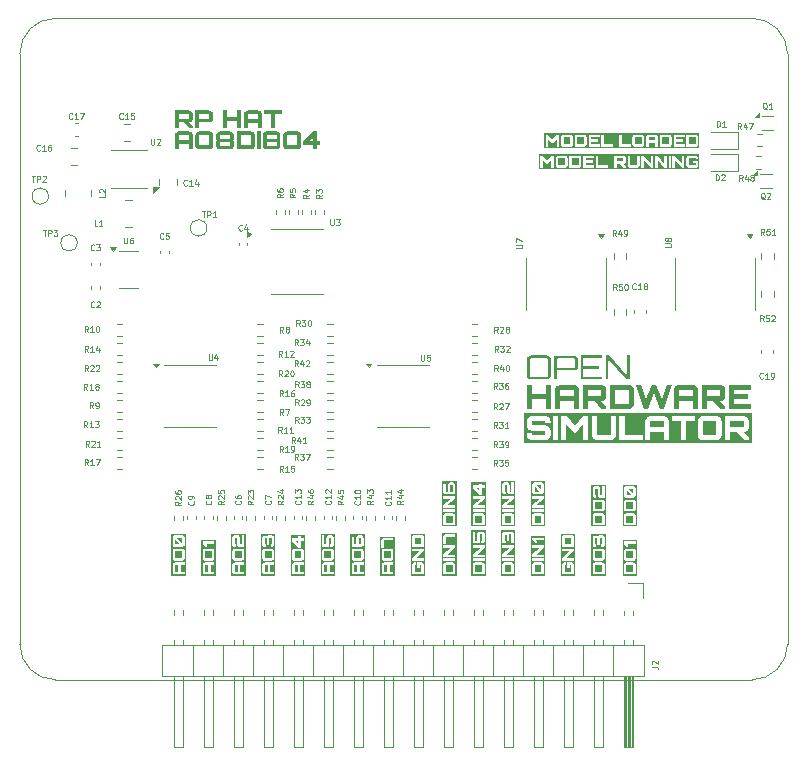
<source format=gto>
G04 #@! TF.GenerationSoftware,KiCad,Pcbnew,8.0.6-8.0.6-0~ubuntu22.04.1*
G04 #@! TF.CreationDate,2024-12-26T22:40:20+01:00*
G04 #@! TF.ProjectId,ohsim_hat,6f687369-6d5f-4686-9174-2e6b69636164,rev?*
G04 #@! TF.SameCoordinates,Original*
G04 #@! TF.FileFunction,Legend,Top*
G04 #@! TF.FilePolarity,Positive*
%FSLAX46Y46*%
G04 Gerber Fmt 4.6, Leading zero omitted, Abs format (unit mm)*
G04 Created by KiCad (PCBNEW 8.0.6-8.0.6-0~ubuntu22.04.1) date 2024-12-26 22:40:20*
%MOMM*%
%LPD*%
G01*
G04 APERTURE LIST*
%ADD10C,0.150000*%
%ADD11C,0.400000*%
%ADD12C,0.100000*%
%ADD13C,0.120000*%
G04 #@! TA.AperFunction,Profile*
%ADD14C,0.100000*%
G04 #@! TD*
G04 APERTURE END LIST*
D10*
G36*
X126036628Y-90862579D02*
G01*
X125790187Y-90862579D01*
X125790187Y-90291295D01*
X126036628Y-90291295D01*
X126036628Y-90862579D01*
G37*
G36*
X126361471Y-89697785D02*
G01*
X125790187Y-89697785D01*
X125790187Y-89126501D01*
X126361471Y-89126501D01*
X126361471Y-89697785D01*
G37*
G36*
X126690936Y-91190822D02*
G01*
X125460723Y-91190822D01*
X125460723Y-90280304D01*
X125571834Y-90280304D01*
X125571834Y-90862579D01*
X125571834Y-90872349D01*
X125571944Y-90879308D01*
X125579761Y-90929432D01*
X125599922Y-90975908D01*
X125603477Y-90981785D01*
X125634883Y-91020997D01*
X125674661Y-91051623D01*
X125680563Y-91055024D01*
X125727450Y-91073539D01*
X125778952Y-91079711D01*
X126579825Y-91079711D01*
X126579825Y-90862579D01*
X126254982Y-90862579D01*
X126254982Y-90291295D01*
X126579825Y-90291295D01*
X126579825Y-90071721D01*
X125778952Y-90071721D01*
X125771819Y-90071833D01*
X125720932Y-90079855D01*
X125674661Y-90100541D01*
X125668873Y-90104185D01*
X125630212Y-90136074D01*
X125599922Y-90176012D01*
X125596521Y-90181915D01*
X125578006Y-90228802D01*
X125571834Y-90280304D01*
X125460723Y-90280304D01*
X125460723Y-89114044D01*
X125571834Y-89114044D01*
X125571834Y-89697785D01*
X125571834Y-89707555D01*
X125571944Y-89714514D01*
X125579761Y-89764638D01*
X125599922Y-89811114D01*
X125603477Y-89816991D01*
X125634883Y-89856203D01*
X125674661Y-89886829D01*
X125680563Y-89890201D01*
X125727450Y-89908554D01*
X125778952Y-89914672D01*
X126372707Y-89914672D01*
X126379666Y-89914564D01*
X126429790Y-89906814D01*
X126476266Y-89886829D01*
X126482143Y-89883241D01*
X126521355Y-89851471D01*
X126551981Y-89811114D01*
X126555353Y-89805128D01*
X126573707Y-89758166D01*
X126579825Y-89707555D01*
X126579825Y-89114044D01*
X126579716Y-89107059D01*
X126571966Y-89056977D01*
X126551981Y-89010974D01*
X126548393Y-89005184D01*
X126516623Y-88966318D01*
X126476266Y-88935503D01*
X126470280Y-88932013D01*
X126423318Y-88913015D01*
X126372707Y-88906682D01*
X125778952Y-88906682D01*
X125771819Y-88906795D01*
X125720932Y-88914816D01*
X125674661Y-88935503D01*
X125668873Y-88939147D01*
X125630212Y-88971035D01*
X125599922Y-89010974D01*
X125596521Y-89016872D01*
X125578006Y-89063419D01*
X125571834Y-89114044D01*
X125460723Y-89114044D01*
X125460723Y-88751832D01*
X125571834Y-88751832D01*
X126176580Y-88751832D01*
X126176580Y-87976361D01*
X126365624Y-87976361D01*
X126365624Y-88537631D01*
X126298457Y-88537631D01*
X126298457Y-88751832D01*
X126376859Y-88751832D01*
X126383635Y-88751724D01*
X126432454Y-88743974D01*
X126477731Y-88723989D01*
X126483431Y-88720407D01*
X126521677Y-88689044D01*
X126551981Y-88649739D01*
X126555353Y-88643929D01*
X126573707Y-88597866D01*
X126579825Y-88547401D01*
X126579825Y-87966592D01*
X126579716Y-87959609D01*
X126571966Y-87909731D01*
X126551981Y-87864254D01*
X126548399Y-87858555D01*
X126517036Y-87820377D01*
X126477731Y-87790248D01*
X126471899Y-87786847D01*
X126426150Y-87768332D01*
X126376859Y-87762160D01*
X126164123Y-87762160D01*
X126157140Y-87762270D01*
X126107263Y-87770087D01*
X126061785Y-87790248D01*
X126056089Y-87793800D01*
X126018046Y-87825002D01*
X125988268Y-87864254D01*
X125984956Y-87870063D01*
X125966924Y-87916127D01*
X125960913Y-87966592D01*
X125960913Y-88537631D01*
X125786035Y-88537631D01*
X125786035Y-87762160D01*
X125571834Y-87762160D01*
X125571834Y-88751832D01*
X125460723Y-88751832D01*
X125460723Y-87651049D01*
X126690936Y-87651049D01*
X126690936Y-91190822D01*
G37*
G36*
X128562113Y-90862579D02*
G01*
X128315672Y-90862579D01*
X128315672Y-90291295D01*
X128562113Y-90291295D01*
X128562113Y-90862579D01*
G37*
G36*
X128886956Y-89697785D02*
G01*
X128315672Y-89697785D01*
X128315672Y-89126501D01*
X128886956Y-89126501D01*
X128886956Y-89697785D01*
G37*
G36*
X128891109Y-88537631D02*
G01*
X128702065Y-88537631D01*
X128702065Y-87976361D01*
X128891109Y-87976361D01*
X128891109Y-88537631D01*
G37*
G36*
X129216421Y-91190822D02*
G01*
X127986208Y-91190822D01*
X127986208Y-90280304D01*
X128097319Y-90280304D01*
X128097319Y-90862579D01*
X128097319Y-90872349D01*
X128097429Y-90879308D01*
X128105246Y-90929432D01*
X128125407Y-90975908D01*
X128128962Y-90981785D01*
X128160368Y-91020997D01*
X128200146Y-91051623D01*
X128206048Y-91055024D01*
X128252935Y-91073539D01*
X128304437Y-91079711D01*
X129105310Y-91079711D01*
X129105310Y-90862579D01*
X128780467Y-90862579D01*
X128780467Y-90291295D01*
X129105310Y-90291295D01*
X129105310Y-90071721D01*
X128304437Y-90071721D01*
X128297304Y-90071833D01*
X128246417Y-90079855D01*
X128200146Y-90100541D01*
X128194358Y-90104185D01*
X128155697Y-90136074D01*
X128125407Y-90176012D01*
X128122006Y-90181915D01*
X128103491Y-90228802D01*
X128097319Y-90280304D01*
X127986208Y-90280304D01*
X127986208Y-89114044D01*
X128097319Y-89114044D01*
X128097319Y-89697785D01*
X128097319Y-89707555D01*
X128097429Y-89714514D01*
X128105246Y-89764638D01*
X128125407Y-89811114D01*
X128128962Y-89816991D01*
X128160368Y-89856203D01*
X128200146Y-89886829D01*
X128206048Y-89890201D01*
X128252935Y-89908554D01*
X128304437Y-89914672D01*
X128898192Y-89914672D01*
X128905151Y-89914564D01*
X128955275Y-89906814D01*
X129001751Y-89886829D01*
X129007628Y-89883241D01*
X129046840Y-89851471D01*
X129077466Y-89811114D01*
X129080838Y-89805128D01*
X129099192Y-89758166D01*
X129105310Y-89707555D01*
X129105310Y-89114044D01*
X129105201Y-89107059D01*
X129097451Y-89056977D01*
X129077466Y-89010974D01*
X129073878Y-89005184D01*
X129042108Y-88966318D01*
X129001751Y-88935503D01*
X128995765Y-88932013D01*
X128948803Y-88913015D01*
X128898192Y-88906682D01*
X128304437Y-88906682D01*
X128297304Y-88906795D01*
X128246417Y-88914816D01*
X128200146Y-88935503D01*
X128194358Y-88939147D01*
X128155697Y-88971035D01*
X128125407Y-89010974D01*
X128122006Y-89016872D01*
X128103491Y-89063419D01*
X128097319Y-89114044D01*
X127986208Y-89114044D01*
X127986208Y-87914812D01*
X128097319Y-87914812D01*
X128097319Y-88547401D01*
X128097426Y-88554384D01*
X128105040Y-88604262D01*
X128124674Y-88649739D01*
X128128167Y-88655438D01*
X128159047Y-88693685D01*
X128198192Y-88723989D01*
X128204000Y-88727360D01*
X128249996Y-88745714D01*
X128300285Y-88751832D01*
X128902344Y-88751832D01*
X128909120Y-88751724D01*
X128957939Y-88743974D01*
X129003216Y-88723989D01*
X129008916Y-88720407D01*
X129047162Y-88689044D01*
X129077466Y-88649739D01*
X129080838Y-88643929D01*
X129099192Y-88597866D01*
X129105310Y-88547401D01*
X129105310Y-87966592D01*
X129105201Y-87959609D01*
X129097451Y-87909731D01*
X129077466Y-87864254D01*
X129073884Y-87858555D01*
X129042521Y-87820377D01*
X129003216Y-87790248D01*
X128997384Y-87786847D01*
X128951635Y-87768332D01*
X128902344Y-87762160D01*
X128689608Y-87762160D01*
X128682625Y-87762270D01*
X128632748Y-87770087D01*
X128587270Y-87790248D01*
X128581574Y-87793800D01*
X128543531Y-87825002D01*
X128513753Y-87864254D01*
X128510441Y-87870063D01*
X128492409Y-87916127D01*
X128486398Y-87966592D01*
X128486398Y-88537631D01*
X128311520Y-88537631D01*
X128311520Y-87914812D01*
X128097319Y-87914812D01*
X127986208Y-87914812D01*
X127986208Y-87651049D01*
X129216421Y-87651049D01*
X129216421Y-91190822D01*
G37*
G36*
X136644846Y-86698444D02*
G01*
X136073562Y-86698444D01*
X136073562Y-86125695D01*
X136644846Y-86125695D01*
X136644846Y-86698444D01*
G37*
G36*
X136648999Y-84070147D02*
G01*
X136459955Y-84070147D01*
X136459955Y-83508877D01*
X136648999Y-83508877D01*
X136648999Y-84070147D01*
G37*
G36*
X136974311Y-87025222D02*
G01*
X135744098Y-87025222D01*
X135744098Y-86114704D01*
X135855209Y-86114704D01*
X135855209Y-86698444D01*
X135855209Y-86914111D01*
X136863200Y-86914111D01*
X136863200Y-86114704D01*
X136863091Y-86107570D01*
X136855341Y-86056684D01*
X136835356Y-86010412D01*
X136831768Y-86004622D01*
X136799998Y-85965757D01*
X136759641Y-85934941D01*
X136753655Y-85931451D01*
X136706693Y-85912453D01*
X136656082Y-85906121D01*
X136062327Y-85906121D01*
X136055194Y-85906233D01*
X136004307Y-85914255D01*
X135958036Y-85934941D01*
X135952248Y-85938585D01*
X135913587Y-85970474D01*
X135883297Y-86010412D01*
X135879896Y-86016315D01*
X135861381Y-86063202D01*
X135855209Y-86114704D01*
X135744098Y-86114704D01*
X135744098Y-85784243D01*
X135855209Y-85784243D01*
X136863200Y-85784243D01*
X136863200Y-85570042D01*
X135855209Y-85570042D01*
X135855209Y-85784243D01*
X135744098Y-85784243D01*
X135744098Y-84662192D01*
X135855209Y-84662192D01*
X136527121Y-84662192D01*
X135855209Y-85226393D01*
X135855209Y-85450363D01*
X136863200Y-85450363D01*
X136863200Y-85233476D01*
X136188357Y-85233476D01*
X136863200Y-84666344D01*
X136863200Y-84442373D01*
X135855209Y-84442373D01*
X135855209Y-84662192D01*
X135744098Y-84662192D01*
X135744098Y-83447328D01*
X135855209Y-83447328D01*
X135855209Y-84079917D01*
X135855316Y-84086900D01*
X135862930Y-84136778D01*
X135882564Y-84182255D01*
X135886057Y-84187954D01*
X135916937Y-84226201D01*
X135956082Y-84256504D01*
X135961890Y-84259876D01*
X136007886Y-84278230D01*
X136058175Y-84284348D01*
X136660234Y-84284348D01*
X136667010Y-84284239D01*
X136715829Y-84276490D01*
X136761106Y-84256504D01*
X136766806Y-84252923D01*
X136805052Y-84221560D01*
X136835356Y-84182255D01*
X136838728Y-84176445D01*
X136857082Y-84130381D01*
X136863200Y-84079917D01*
X136863200Y-83499107D01*
X136863091Y-83492125D01*
X136855341Y-83442247D01*
X136835356Y-83396770D01*
X136831774Y-83391071D01*
X136800411Y-83352893D01*
X136761106Y-83322764D01*
X136755274Y-83319363D01*
X136709525Y-83300848D01*
X136660234Y-83294676D01*
X136447498Y-83294676D01*
X136440515Y-83294786D01*
X136390638Y-83302603D01*
X136345160Y-83322764D01*
X136339464Y-83326316D01*
X136301421Y-83357518D01*
X136271643Y-83396770D01*
X136268331Y-83402579D01*
X136250299Y-83448643D01*
X136244288Y-83499107D01*
X136244288Y-84070147D01*
X136069410Y-84070147D01*
X136069410Y-83447328D01*
X135855209Y-83447328D01*
X135744098Y-83447328D01*
X135744098Y-83183565D01*
X136974311Y-83183565D01*
X136974311Y-87025222D01*
G37*
G36*
X134003246Y-88537876D02*
G01*
X133431962Y-88537876D01*
X133431962Y-87965126D01*
X134003246Y-87965126D01*
X134003246Y-88537876D01*
G37*
G36*
X134332711Y-91193509D02*
G01*
X133102498Y-91193509D01*
X133102498Y-90282991D01*
X133213609Y-90282991D01*
X133213609Y-90875280D01*
X133213719Y-90882239D01*
X133221536Y-90932363D01*
X133241697Y-90978839D01*
X133245252Y-90984716D01*
X133276658Y-91023928D01*
X133316436Y-91054554D01*
X133322338Y-91057926D01*
X133369225Y-91076280D01*
X133420727Y-91082398D01*
X134014482Y-91082398D01*
X134021441Y-91082289D01*
X134071565Y-91074539D01*
X134118041Y-91054554D01*
X134123918Y-91050967D01*
X134163130Y-91019196D01*
X134193756Y-90978839D01*
X134197128Y-90972853D01*
X134215482Y-90925891D01*
X134221600Y-90875280D01*
X134221600Y-90282991D01*
X134221491Y-90275857D01*
X134213741Y-90224970D01*
X134193756Y-90178699D01*
X134190168Y-90172909D01*
X134158398Y-90134043D01*
X134118041Y-90103228D01*
X134112055Y-90099738D01*
X134065093Y-90080740D01*
X134014482Y-90074407D01*
X133633707Y-90074407D01*
X133633707Y-90512579D01*
X133852060Y-90512579D01*
X133852060Y-90294226D01*
X134003246Y-90294226D01*
X134003246Y-90865510D01*
X133431962Y-90865510D01*
X133431962Y-90294226D01*
X133515982Y-90294226D01*
X133515982Y-90074407D01*
X133420727Y-90074407D01*
X133413594Y-90074520D01*
X133362707Y-90082541D01*
X133316436Y-90103228D01*
X133310648Y-90106872D01*
X133271987Y-90138760D01*
X133241697Y-90178699D01*
X133238296Y-90184602D01*
X133219781Y-90231489D01*
X133213609Y-90282991D01*
X133102498Y-90282991D01*
X133102498Y-89132607D01*
X133213609Y-89132607D01*
X133885521Y-89132607D01*
X133213609Y-89696808D01*
X133213609Y-89920779D01*
X134221600Y-89920779D01*
X134221600Y-89703891D01*
X133546757Y-89703891D01*
X134221600Y-89136759D01*
X134221600Y-88912788D01*
X133213609Y-88912788D01*
X133213609Y-89132607D01*
X133102498Y-89132607D01*
X133102498Y-87954135D01*
X133213609Y-87954135D01*
X133213609Y-88537876D01*
X133213609Y-88753542D01*
X134221600Y-88753542D01*
X134221600Y-87954135D01*
X134221491Y-87947002D01*
X134213741Y-87896115D01*
X134193756Y-87849843D01*
X134190168Y-87844053D01*
X134158398Y-87805188D01*
X134118041Y-87774372D01*
X134112055Y-87770882D01*
X134065093Y-87751884D01*
X134014482Y-87745552D01*
X133420727Y-87745552D01*
X133413594Y-87745664D01*
X133362707Y-87753686D01*
X133316436Y-87774372D01*
X133310648Y-87778016D01*
X133271987Y-87809905D01*
X133241697Y-87849843D01*
X133238296Y-87855746D01*
X133219781Y-87902633D01*
X133213609Y-87954135D01*
X133102498Y-87954135D01*
X133102498Y-87634441D01*
X134332711Y-87634441D01*
X134332711Y-91193509D01*
G37*
G36*
X144163246Y-86698444D02*
G01*
X143591962Y-86698444D01*
X143591962Y-86125695D01*
X144163246Y-86125695D01*
X144163246Y-86698444D01*
G37*
G36*
X143968585Y-84070147D02*
G01*
X143593428Y-84070147D01*
X143593428Y-83623671D01*
X143968585Y-84070147D01*
G37*
G36*
X144153477Y-83955353D02*
G01*
X143778320Y-83508877D01*
X144153477Y-83508877D01*
X144153477Y-83955353D01*
G37*
G36*
X144492711Y-87025222D02*
G01*
X143262498Y-87025222D01*
X143262498Y-86114704D01*
X143373609Y-86114704D01*
X143373609Y-86698444D01*
X143373609Y-86914111D01*
X144381600Y-86914111D01*
X144381600Y-86114704D01*
X144381491Y-86107570D01*
X144373741Y-86056684D01*
X144353756Y-86010412D01*
X144350168Y-86004622D01*
X144318398Y-85965757D01*
X144278041Y-85934941D01*
X144272055Y-85931451D01*
X144225093Y-85912453D01*
X144174482Y-85906121D01*
X143580727Y-85906121D01*
X143573594Y-85906233D01*
X143522707Y-85914255D01*
X143476436Y-85934941D01*
X143470648Y-85938585D01*
X143431987Y-85970474D01*
X143401697Y-86010412D01*
X143398296Y-86016315D01*
X143379781Y-86063202D01*
X143373609Y-86114704D01*
X143262498Y-86114704D01*
X143262498Y-85784243D01*
X143373609Y-85784243D01*
X144381600Y-85784243D01*
X144381600Y-85570042D01*
X143373609Y-85570042D01*
X143373609Y-85784243D01*
X143262498Y-85784243D01*
X143262498Y-84662192D01*
X143373609Y-84662192D01*
X144045521Y-84662192D01*
X143373609Y-85226393D01*
X143373609Y-85450363D01*
X144381600Y-85450363D01*
X144381600Y-85233476D01*
X143706757Y-85233476D01*
X144381600Y-84666344D01*
X144381600Y-84442373D01*
X143373609Y-84442373D01*
X143373609Y-84662192D01*
X143262498Y-84662192D01*
X143262498Y-83499107D01*
X143373609Y-83499107D01*
X143373609Y-83508877D01*
X143373609Y-84070147D01*
X143373609Y-84079917D01*
X143373722Y-84086900D01*
X143381743Y-84136778D01*
X143402430Y-84182255D01*
X143406076Y-84187954D01*
X143438169Y-84226201D01*
X143478634Y-84256504D01*
X143484620Y-84259876D01*
X143531581Y-84278230D01*
X143582193Y-84284348D01*
X144164712Y-84284348D01*
X144171502Y-84284239D01*
X144221272Y-84276490D01*
X144269004Y-84256504D01*
X144275131Y-84252923D01*
X144316583Y-84221560D01*
X144350092Y-84182255D01*
X144353908Y-84176445D01*
X144374677Y-84130381D01*
X144381600Y-84079917D01*
X144381600Y-83499107D01*
X144381476Y-83492125D01*
X144372707Y-83442247D01*
X144350092Y-83396770D01*
X144346083Y-83391071D01*
X144311515Y-83352893D01*
X144269004Y-83322764D01*
X144262757Y-83319363D01*
X144214754Y-83300848D01*
X144164712Y-83294676D01*
X143582193Y-83294676D01*
X143575234Y-83294786D01*
X143525109Y-83302603D01*
X143478634Y-83322764D01*
X143472755Y-83326316D01*
X143433406Y-83357518D01*
X143402430Y-83396770D01*
X143398940Y-83402579D01*
X143379942Y-83448643D01*
X143373609Y-83499107D01*
X143262498Y-83499107D01*
X143262498Y-83183565D01*
X144492711Y-83183565D01*
X144492711Y-87025222D01*
G37*
G36*
X149294046Y-90864044D02*
G01*
X148722762Y-90864044D01*
X148722762Y-90291295D01*
X149294046Y-90291295D01*
X149294046Y-90864044D01*
G37*
G36*
X149294046Y-89700716D02*
G01*
X148722762Y-89700716D01*
X148722762Y-89129432D01*
X149294046Y-89129432D01*
X149294046Y-89700716D01*
G37*
G36*
X149623511Y-91190822D02*
G01*
X148393298Y-91190822D01*
X148393298Y-90280304D01*
X148504409Y-90280304D01*
X148504409Y-90864044D01*
X148504409Y-91079711D01*
X149512400Y-91079711D01*
X149512400Y-90280304D01*
X149512291Y-90273170D01*
X149504541Y-90222284D01*
X149484556Y-90176012D01*
X149480968Y-90170222D01*
X149449198Y-90131357D01*
X149408841Y-90100541D01*
X149402855Y-90097051D01*
X149355893Y-90078053D01*
X149305282Y-90071721D01*
X148711527Y-90071721D01*
X148704394Y-90071833D01*
X148653507Y-90079855D01*
X148607236Y-90100541D01*
X148601448Y-90104185D01*
X148562787Y-90136074D01*
X148532497Y-90176012D01*
X148529096Y-90181915D01*
X148510581Y-90228802D01*
X148504409Y-90280304D01*
X148393298Y-90280304D01*
X148393298Y-89116975D01*
X148504409Y-89116975D01*
X148504409Y-89700716D01*
X148504409Y-89710485D01*
X148504519Y-89717444D01*
X148512336Y-89767569D01*
X148532497Y-89814044D01*
X148536052Y-89819922D01*
X148567458Y-89859134D01*
X148607236Y-89889760D01*
X148613138Y-89893131D01*
X148660025Y-89911485D01*
X148711527Y-89917603D01*
X149305282Y-89917603D01*
X149312241Y-89917495D01*
X149362365Y-89909745D01*
X149408841Y-89889760D01*
X149414718Y-89886172D01*
X149453930Y-89854402D01*
X149484556Y-89814044D01*
X149487928Y-89808059D01*
X149506282Y-89761097D01*
X149512400Y-89710485D01*
X149512400Y-89116975D01*
X149512291Y-89109990D01*
X149504541Y-89059908D01*
X149484556Y-89013905D01*
X149480968Y-89008115D01*
X149449198Y-88969249D01*
X149408841Y-88938434D01*
X149402855Y-88934944D01*
X149355893Y-88915946D01*
X149305282Y-88909613D01*
X148711527Y-88909613D01*
X148704394Y-88909726D01*
X148653507Y-88917747D01*
X148607236Y-88938434D01*
X148601448Y-88942077D01*
X148562787Y-88973966D01*
X148532497Y-89013905D01*
X148529096Y-89019803D01*
X148510581Y-89066350D01*
X148504409Y-89116975D01*
X148393298Y-89116975D01*
X148393298Y-88011532D01*
X148504409Y-88011532D01*
X148504409Y-88555950D01*
X148504516Y-88562932D01*
X148512130Y-88612810D01*
X148531764Y-88658287D01*
X148535257Y-88663987D01*
X148566137Y-88702233D01*
X148605282Y-88732537D01*
X148611090Y-88735909D01*
X148657086Y-88754263D01*
X148707375Y-88760381D01*
X148797012Y-88760381D01*
X148797012Y-88546180D01*
X148718610Y-88546180D01*
X148718610Y-88022523D01*
X148897884Y-88022523D01*
X148897884Y-88595273D01*
X149112085Y-88595273D01*
X149112085Y-87984910D01*
X149298199Y-87984910D01*
X149298199Y-88546180D01*
X149231032Y-88546180D01*
X149231032Y-88760381D01*
X149309434Y-88760381D01*
X149316210Y-88760272D01*
X149365029Y-88752523D01*
X149410306Y-88732537D01*
X149416006Y-88728956D01*
X149454252Y-88697593D01*
X149484556Y-88658287D01*
X149487928Y-88652478D01*
X149506282Y-88606414D01*
X149512400Y-88555950D01*
X149512400Y-87973675D01*
X149512291Y-87966721D01*
X149504541Y-87917005D01*
X149484556Y-87871581D01*
X149480974Y-87865856D01*
X149449611Y-87827720D01*
X149410306Y-87798064D01*
X149404474Y-87794751D01*
X149358725Y-87776719D01*
X149309434Y-87770709D01*
X149100850Y-87770709D01*
X149080650Y-87771713D01*
X149031485Y-87783409D01*
X149015487Y-87790172D01*
X148973356Y-87816871D01*
X148942092Y-87810520D01*
X148909120Y-87808322D01*
X148707375Y-87808322D01*
X148700422Y-87808429D01*
X148650705Y-87816043D01*
X148605282Y-87835677D01*
X148599585Y-87839170D01*
X148561542Y-87870050D01*
X148531764Y-87909194D01*
X148528452Y-87915004D01*
X148510420Y-87961068D01*
X148504409Y-88011532D01*
X148393298Y-88011532D01*
X148393298Y-87659598D01*
X149623511Y-87659598D01*
X149623511Y-91190822D01*
G37*
G36*
X144711051Y-72563039D02*
G01*
X144781148Y-72593760D01*
X144861435Y-72658085D01*
X144903270Y-72715393D01*
X144939609Y-72807012D01*
X144948211Y-72884897D01*
X144948211Y-74228721D01*
X144933991Y-74327794D01*
X144903270Y-74398226D01*
X144842511Y-74474853D01*
X144781148Y-74520347D01*
X144689924Y-74556291D01*
X144612132Y-74564800D01*
X143267820Y-74564800D01*
X143168747Y-74550735D01*
X143098315Y-74520347D01*
X143018437Y-74455614D01*
X142976682Y-74398226D01*
X142940738Y-74306606D01*
X142932230Y-74228721D01*
X142932230Y-72884897D01*
X143158887Y-72884897D01*
X143158887Y-74228721D01*
X143191127Y-74305902D01*
X143267820Y-74338142D01*
X144612132Y-74338142D01*
X144688825Y-74305902D01*
X144721065Y-74228721D01*
X144721065Y-72884897D01*
X144688825Y-72807716D01*
X144612132Y-72775476D01*
X143267820Y-72775476D01*
X143191127Y-72807716D01*
X143158887Y-72884897D01*
X142932230Y-72884897D01*
X142946295Y-72785824D01*
X142976682Y-72715393D01*
X143041243Y-72635279D01*
X143098315Y-72593760D01*
X143189935Y-72557421D01*
X143267820Y-72548819D01*
X144612132Y-72548819D01*
X144711051Y-72563039D01*
G37*
G36*
X147033955Y-72566433D02*
G01*
X147104386Y-72598156D01*
X147180859Y-72659242D01*
X147226019Y-72719789D01*
X147263543Y-72815320D01*
X147270960Y-72887828D01*
X147270960Y-73478407D01*
X147256740Y-73577017D01*
X147226019Y-73646446D01*
X147161694Y-73726026D01*
X147104386Y-73768568D01*
X147012767Y-73805697D01*
X146934882Y-73814485D01*
X145481637Y-73814485D01*
X145481637Y-74564800D01*
X145254980Y-74564800D01*
X145254980Y-72887828D01*
X145481637Y-72887828D01*
X145481637Y-73478407D01*
X145513877Y-73554123D01*
X145591058Y-73584897D01*
X146934882Y-73584897D01*
X147012063Y-73554123D01*
X147044303Y-73478407D01*
X147044303Y-72887828D01*
X147012063Y-72810647D01*
X146934882Y-72778407D01*
X145591058Y-72778407D01*
X145513877Y-72810647D01*
X145481637Y-72887828D01*
X145254980Y-72887828D01*
X145254980Y-72551750D01*
X146934882Y-72551750D01*
X147033955Y-72566433D01*
G37*
G36*
X147474170Y-74564800D02*
G01*
X147474170Y-72548819D01*
X149313807Y-72548819D01*
X149313807Y-72775476D01*
X147701316Y-72775476D01*
X147701316Y-73441771D01*
X148997757Y-73441771D01*
X148997757Y-73671359D01*
X147701316Y-73671359D01*
X147701316Y-74338142D01*
X149313807Y-74338142D01*
X149313807Y-74564800D01*
X147474170Y-74564800D01*
G37*
G36*
X149612272Y-74564800D02*
G01*
X149612272Y-72548819D01*
X149922949Y-72548819D01*
X151401595Y-74307368D01*
X151401595Y-72548819D01*
X151628252Y-72548819D01*
X151628252Y-74564800D01*
X151317575Y-74564800D01*
X149838929Y-72806251D01*
X149838929Y-74564800D01*
X149612272Y-74564800D01*
G37*
G36*
X144163246Y-90864044D02*
G01*
X143591962Y-90864044D01*
X143591962Y-90291295D01*
X144163246Y-90291295D01*
X144163246Y-90864044D01*
G37*
G36*
X144492711Y-91190822D02*
G01*
X143262498Y-91190822D01*
X143262498Y-90280304D01*
X143373609Y-90280304D01*
X143373609Y-90864044D01*
X143373609Y-91079711D01*
X144381600Y-91079711D01*
X144381600Y-90280304D01*
X144381491Y-90273170D01*
X144373741Y-90222284D01*
X144353756Y-90176012D01*
X144350168Y-90170222D01*
X144318398Y-90131357D01*
X144278041Y-90100541D01*
X144272055Y-90097051D01*
X144225093Y-90078053D01*
X144174482Y-90071721D01*
X143580727Y-90071721D01*
X143573594Y-90071833D01*
X143522707Y-90079855D01*
X143476436Y-90100541D01*
X143470648Y-90104185D01*
X143431987Y-90136074D01*
X143401697Y-90176012D01*
X143398296Y-90181915D01*
X143379781Y-90228802D01*
X143373609Y-90280304D01*
X143262498Y-90280304D01*
X143262498Y-89949843D01*
X143373609Y-89949843D01*
X144381600Y-89949843D01*
X144381600Y-89735642D01*
X143373609Y-89735642D01*
X143373609Y-89949843D01*
X143262498Y-89949843D01*
X143262498Y-88827792D01*
X143373609Y-88827792D01*
X144045521Y-88827792D01*
X143373609Y-89391993D01*
X143373609Y-89615963D01*
X144381600Y-89615963D01*
X144381600Y-89399076D01*
X143706757Y-89399076D01*
X144381600Y-88831944D01*
X144381600Y-88607973D01*
X143373609Y-88607973D01*
X143373609Y-88827792D01*
X143262498Y-88827792D01*
X143262498Y-88206438D01*
X143373609Y-88206438D01*
X143757315Y-88528350D01*
X143757315Y-88244296D01*
X143699918Y-88198134D01*
X144381600Y-88198134D01*
X144381600Y-87983933D01*
X143373609Y-87983933D01*
X143373609Y-88206438D01*
X143262498Y-88206438D01*
X143262498Y-87872822D01*
X144492711Y-87872822D01*
X144492711Y-91190822D01*
G37*
G36*
X146162281Y-56431646D02*
G01*
X145590997Y-56431646D01*
X145590997Y-55860362D01*
X146162281Y-55860362D01*
X146162281Y-56431646D01*
G37*
G36*
X147326587Y-56431646D02*
G01*
X146753838Y-56431646D01*
X146753838Y-55860362D01*
X147326587Y-55860362D01*
X147326587Y-56431646D01*
G37*
G36*
X151103558Y-56099720D02*
G01*
X150532274Y-56099720D01*
X150532274Y-55860362D01*
X151103558Y-55860362D01*
X151103558Y-56099720D01*
G37*
G36*
X157540559Y-56761111D02*
G01*
X143967290Y-56761111D01*
X143967290Y-56650000D01*
X144078401Y-56650000D01*
X144295289Y-56650000D01*
X144295289Y-55975157D01*
X144644068Y-56388171D01*
X144991137Y-55973691D01*
X144991137Y-56650000D01*
X145209490Y-56650000D01*
X145209490Y-55849127D01*
X145374110Y-55849127D01*
X145374110Y-56431646D01*
X145374110Y-56442882D01*
X145374219Y-56449841D01*
X145381968Y-56499965D01*
X145401953Y-56546441D01*
X145405541Y-56552318D01*
X145437311Y-56591530D01*
X145477669Y-56622156D01*
X145483655Y-56625528D01*
X145530616Y-56643882D01*
X145581228Y-56650000D01*
X146174738Y-56650000D01*
X146181724Y-56649891D01*
X146231805Y-56642141D01*
X146277808Y-56622156D01*
X146283599Y-56618568D01*
X146322464Y-56586798D01*
X146353279Y-56546441D01*
X146356769Y-56540455D01*
X146375767Y-56493493D01*
X146382100Y-56442882D01*
X146382100Y-56431646D01*
X146538171Y-56431646D01*
X146538171Y-56650000D01*
X147337578Y-56650000D01*
X147705652Y-56650000D01*
X148636706Y-56650000D01*
X148776168Y-56650000D01*
X149784159Y-56650000D01*
X149784159Y-56431646D01*
X148993056Y-56431646D01*
X148993056Y-56099720D01*
X150315387Y-56099720D01*
X150315387Y-56650000D01*
X150532274Y-56650000D01*
X150532274Y-56319539D01*
X150820005Y-56318935D01*
X151097941Y-56650000D01*
X151321912Y-56650000D01*
X151321912Y-56575750D01*
X151209395Y-56442882D01*
X151467480Y-56442882D01*
X151467589Y-56449841D01*
X151475339Y-56499965D01*
X151495324Y-56546441D01*
X151498911Y-56552318D01*
X151530682Y-56591530D01*
X151571039Y-56622156D01*
X151577025Y-56625528D01*
X151623987Y-56643882D01*
X151674598Y-56650000D01*
X152268108Y-56650000D01*
X152628855Y-56650000D01*
X152845743Y-56650000D01*
X152845743Y-55975157D01*
X153412875Y-56650000D01*
X153636845Y-56650000D01*
X153793405Y-56650000D01*
X154010293Y-56650000D01*
X154010293Y-55975157D01*
X154577424Y-56650000D01*
X154801395Y-56650000D01*
X154923028Y-56650000D01*
X155137229Y-56650000D01*
X155256908Y-56650000D01*
X155473796Y-56650000D01*
X155473796Y-55975157D01*
X156040928Y-56650000D01*
X156264898Y-56650000D01*
X156264898Y-55849127D01*
X156421458Y-55849127D01*
X156421458Y-56442882D01*
X156421567Y-56449841D01*
X156429316Y-56499965D01*
X156449302Y-56546441D01*
X156452889Y-56552318D01*
X156484660Y-56591530D01*
X156525017Y-56622156D01*
X156531003Y-56625528D01*
X156577965Y-56643882D01*
X156628576Y-56650000D01*
X157220865Y-56650000D01*
X157227998Y-56649891D01*
X157278885Y-56642141D01*
X157325157Y-56622156D01*
X157330947Y-56618568D01*
X157369812Y-56586798D01*
X157400628Y-56546441D01*
X157404118Y-56540455D01*
X157423116Y-56493493D01*
X157429448Y-56442882D01*
X157429448Y-56062107D01*
X156991277Y-56062107D01*
X156991277Y-56280460D01*
X157209630Y-56280460D01*
X157209630Y-56431646D01*
X156638346Y-56431646D01*
X156638346Y-55860362D01*
X157209630Y-55860362D01*
X157209630Y-55944382D01*
X157429448Y-55944382D01*
X157429448Y-55849127D01*
X157429336Y-55841994D01*
X157421314Y-55791107D01*
X157400628Y-55744836D01*
X157396984Y-55739048D01*
X157365095Y-55700387D01*
X157325157Y-55670097D01*
X157319254Y-55666696D01*
X157272367Y-55648181D01*
X157220865Y-55642009D01*
X156628576Y-55642009D01*
X156621617Y-55642119D01*
X156571492Y-55649936D01*
X156525017Y-55670097D01*
X156519140Y-55673652D01*
X156479927Y-55705058D01*
X156449302Y-55744836D01*
X156445930Y-55750738D01*
X156427576Y-55797625D01*
X156421458Y-55849127D01*
X156264898Y-55849127D01*
X156264898Y-55642009D01*
X156045080Y-55642009D01*
X156045080Y-56313921D01*
X155480879Y-55642009D01*
X155256908Y-55642009D01*
X155256908Y-56650000D01*
X155137229Y-56650000D01*
X155137229Y-55642009D01*
X154923028Y-55642009D01*
X154923028Y-56650000D01*
X154801395Y-56650000D01*
X154801395Y-55642009D01*
X154581577Y-55642009D01*
X154581577Y-56313921D01*
X154017376Y-55642009D01*
X153793405Y-55642009D01*
X153793405Y-56650000D01*
X153636845Y-56650000D01*
X153636845Y-55642009D01*
X153417027Y-55642009D01*
X153417027Y-56313921D01*
X152852826Y-55642009D01*
X152628855Y-55642009D01*
X152628855Y-56650000D01*
X152268108Y-56650000D01*
X152275094Y-56649891D01*
X152325176Y-56642141D01*
X152371179Y-56622156D01*
X152376969Y-56618568D01*
X152415834Y-56586798D01*
X152446650Y-56546441D01*
X152450140Y-56540455D01*
X152469138Y-56493493D01*
X152475471Y-56442882D01*
X152475471Y-55642009D01*
X152255652Y-55642009D01*
X152255652Y-56431646D01*
X151684368Y-56431646D01*
X151684368Y-55642009D01*
X151467480Y-55642009D01*
X151467480Y-56442882D01*
X151209395Y-56442882D01*
X151103928Y-56318340D01*
X151114794Y-56318318D01*
X151121927Y-56318208D01*
X151172814Y-56310391D01*
X151219085Y-56290230D01*
X151224876Y-56286642D01*
X151263741Y-56254872D01*
X151294556Y-56214515D01*
X151298046Y-56208529D01*
X151317044Y-56161567D01*
X151323377Y-56110956D01*
X151323377Y-55850593D01*
X151323264Y-55843634D01*
X151315243Y-55793509D01*
X151294556Y-55747034D01*
X151290913Y-55741158D01*
X151259024Y-55702013D01*
X151219085Y-55671563D01*
X151213182Y-55668161D01*
X151166296Y-55649646D01*
X151114794Y-55643475D01*
X150315387Y-55643475D01*
X150315387Y-56099720D01*
X148993056Y-56099720D01*
X148993056Y-55640544D01*
X148776168Y-55640544D01*
X148776168Y-56650000D01*
X148636706Y-56650000D01*
X148636706Y-56431646D01*
X147925471Y-56431646D01*
X147925471Y-56255303D01*
X148498220Y-56255303D01*
X148498220Y-56036706D01*
X147925471Y-56036706D01*
X147925471Y-55860362D01*
X148636706Y-55860362D01*
X148636706Y-55642009D01*
X147705652Y-55642009D01*
X147705652Y-56650000D01*
X147337578Y-56650000D01*
X147344712Y-56649891D01*
X147395598Y-56642141D01*
X147441870Y-56622156D01*
X147447660Y-56618568D01*
X147486525Y-56586798D01*
X147517341Y-56546441D01*
X147520831Y-56540455D01*
X147539829Y-56493493D01*
X147546161Y-56442882D01*
X147546161Y-55849127D01*
X147546049Y-55841994D01*
X147538027Y-55791107D01*
X147517341Y-55744836D01*
X147513697Y-55739048D01*
X147481808Y-55700387D01*
X147441870Y-55670097D01*
X147435967Y-55666696D01*
X147389080Y-55648181D01*
X147337578Y-55642009D01*
X146538171Y-55642009D01*
X146538171Y-56431646D01*
X146382100Y-56431646D01*
X146382100Y-55849127D01*
X146381987Y-55841994D01*
X146373966Y-55791107D01*
X146353279Y-55744836D01*
X146349636Y-55739048D01*
X146317747Y-55700387D01*
X146277808Y-55670097D01*
X146271910Y-55666696D01*
X146225363Y-55648181D01*
X146174738Y-55642009D01*
X145581228Y-55642009D01*
X145574269Y-55642119D01*
X145524144Y-55649936D01*
X145477669Y-55670097D01*
X145471792Y-55673652D01*
X145432579Y-55705058D01*
X145401953Y-55744836D01*
X145398582Y-55750738D01*
X145380228Y-55797625D01*
X145374110Y-55849127D01*
X145209490Y-55849127D01*
X145209490Y-55642009D01*
X144984298Y-55642009D01*
X144644068Y-56049406D01*
X144302372Y-55642009D01*
X144078401Y-55642009D01*
X144078401Y-56650000D01*
X143967290Y-56650000D01*
X143967290Y-55529433D01*
X157540559Y-55529433D01*
X157540559Y-56761111D01*
G37*
G36*
X123511143Y-90862579D02*
G01*
X123264702Y-90862579D01*
X123264702Y-90291295D01*
X123511143Y-90291295D01*
X123511143Y-90862579D01*
G37*
G36*
X123835986Y-89697785D02*
G01*
X123264702Y-89697785D01*
X123264702Y-89126501D01*
X123835986Y-89126501D01*
X123835986Y-89697785D01*
G37*
G36*
X123588080Y-88474617D02*
G01*
X123380962Y-88219871D01*
X123588080Y-88219871D01*
X123588080Y-88474617D01*
G37*
G36*
X124165451Y-91190822D02*
G01*
X122935238Y-91190822D01*
X122935238Y-90280304D01*
X123046349Y-90280304D01*
X123046349Y-90862579D01*
X123046349Y-90872349D01*
X123046459Y-90879308D01*
X123054276Y-90929432D01*
X123074437Y-90975908D01*
X123077992Y-90981785D01*
X123109398Y-91020997D01*
X123149176Y-91051623D01*
X123155078Y-91055024D01*
X123201965Y-91073539D01*
X123253467Y-91079711D01*
X124054340Y-91079711D01*
X124054340Y-90862579D01*
X123729497Y-90862579D01*
X123729497Y-90291295D01*
X124054340Y-90291295D01*
X124054340Y-90071721D01*
X123253467Y-90071721D01*
X123246334Y-90071833D01*
X123195447Y-90079855D01*
X123149176Y-90100541D01*
X123143388Y-90104185D01*
X123104727Y-90136074D01*
X123074437Y-90176012D01*
X123071036Y-90181915D01*
X123052521Y-90228802D01*
X123046349Y-90280304D01*
X122935238Y-90280304D01*
X122935238Y-89114044D01*
X123046349Y-89114044D01*
X123046349Y-89697785D01*
X123046349Y-89707555D01*
X123046459Y-89714514D01*
X123054276Y-89764638D01*
X123074437Y-89811114D01*
X123077992Y-89816991D01*
X123109398Y-89856203D01*
X123149176Y-89886829D01*
X123155078Y-89890201D01*
X123201965Y-89908554D01*
X123253467Y-89914672D01*
X123847222Y-89914672D01*
X123854181Y-89914564D01*
X123904305Y-89906814D01*
X123950781Y-89886829D01*
X123956658Y-89883241D01*
X123995870Y-89851471D01*
X124026496Y-89811114D01*
X124029868Y-89805128D01*
X124048222Y-89758166D01*
X124054340Y-89707555D01*
X124054340Y-89114044D01*
X124054231Y-89107059D01*
X124046481Y-89056977D01*
X124026496Y-89010974D01*
X124022908Y-89005184D01*
X123991138Y-88966318D01*
X123950781Y-88935503D01*
X123944795Y-88932013D01*
X123897833Y-88913015D01*
X123847222Y-88906682D01*
X123253467Y-88906682D01*
X123246334Y-88906795D01*
X123195447Y-88914816D01*
X123149176Y-88935503D01*
X123143388Y-88939147D01*
X123104727Y-88971035D01*
X123074437Y-89010974D01*
X123071036Y-89016872D01*
X123052521Y-89063419D01*
X123046349Y-89114044D01*
X122935238Y-89114044D01*
X122935238Y-88005670D01*
X123046349Y-88005670D01*
X123046349Y-88197401D01*
X123066654Y-88219871D01*
X123612016Y-88823395D01*
X123803746Y-88823395D01*
X123803746Y-88219871D01*
X124054340Y-88219871D01*
X124054340Y-88005670D01*
X123803746Y-88005670D01*
X123803746Y-87871337D01*
X123588080Y-87871337D01*
X123588080Y-88005670D01*
X123046349Y-88005670D01*
X122935238Y-88005670D01*
X122935238Y-87760226D01*
X124165451Y-87760226D01*
X124165451Y-91190822D01*
G37*
G36*
X136644846Y-90864044D02*
G01*
X136073562Y-90864044D01*
X136073562Y-90291295D01*
X136644846Y-90291295D01*
X136644846Y-90864044D01*
G37*
G36*
X136974311Y-91190822D02*
G01*
X135742633Y-91190822D01*
X135742633Y-90280304D01*
X135855209Y-90280304D01*
X135855209Y-90864044D01*
X135855209Y-91079711D01*
X136863200Y-91079711D01*
X136863200Y-90280304D01*
X136863091Y-90273170D01*
X136855341Y-90222284D01*
X136835356Y-90176012D01*
X136831768Y-90170222D01*
X136799998Y-90131357D01*
X136759641Y-90100541D01*
X136753655Y-90097051D01*
X136706693Y-90078053D01*
X136656082Y-90071721D01*
X136062327Y-90071721D01*
X136055194Y-90071833D01*
X136004307Y-90079855D01*
X135958036Y-90100541D01*
X135952248Y-90104185D01*
X135913587Y-90136074D01*
X135883297Y-90176012D01*
X135879896Y-90181915D01*
X135861381Y-90228802D01*
X135855209Y-90280304D01*
X135742633Y-90280304D01*
X135742633Y-89949843D01*
X135855209Y-89949843D01*
X136863200Y-89949843D01*
X136863200Y-89735642D01*
X135855209Y-89735642D01*
X135855209Y-89949843D01*
X135742633Y-89949843D01*
X135742633Y-88827792D01*
X135855209Y-88827792D01*
X136527121Y-88827792D01*
X135855209Y-89391993D01*
X135855209Y-89615963D01*
X136863200Y-89615963D01*
X136863200Y-89399076D01*
X136188357Y-89399076D01*
X136863200Y-88831944D01*
X136863200Y-88607973D01*
X135855209Y-88607973D01*
X135855209Y-88827792D01*
X135742633Y-88827792D01*
X135742633Y-87891365D01*
X135853744Y-87891365D01*
X135853744Y-88525663D01*
X136067945Y-88525663D01*
X136067945Y-87902600D01*
X136863200Y-87902600D01*
X136863200Y-87688399D01*
X136056710Y-87688399D01*
X136049756Y-87688506D01*
X136000040Y-87696119D01*
X135954616Y-87715754D01*
X135948919Y-87719247D01*
X135910877Y-87750127D01*
X135881099Y-87789271D01*
X135877786Y-87795080D01*
X135859754Y-87841076D01*
X135853744Y-87891365D01*
X135742633Y-87891365D01*
X135742633Y-87577288D01*
X136974311Y-87577288D01*
X136974311Y-91190822D01*
G37*
G36*
X131087603Y-90862579D02*
G01*
X130841162Y-90862579D01*
X130841162Y-90291295D01*
X131087603Y-90291295D01*
X131087603Y-90862579D01*
G37*
G36*
X131412446Y-89697785D02*
G01*
X130841162Y-89697785D01*
X130841162Y-89126501D01*
X131412446Y-89126501D01*
X131412446Y-89697785D01*
G37*
G36*
X131741911Y-91190822D02*
G01*
X130510233Y-91190822D01*
X130510233Y-90280304D01*
X130622809Y-90280304D01*
X130622809Y-90862579D01*
X130622809Y-90872349D01*
X130622919Y-90879308D01*
X130630736Y-90929432D01*
X130650897Y-90975908D01*
X130654452Y-90981785D01*
X130685858Y-91020997D01*
X130725636Y-91051623D01*
X130731538Y-91055024D01*
X130778425Y-91073539D01*
X130829927Y-91079711D01*
X131630800Y-91079711D01*
X131630800Y-90862579D01*
X131305957Y-90862579D01*
X131305957Y-90291295D01*
X131630800Y-90291295D01*
X131630800Y-90071721D01*
X130829927Y-90071721D01*
X130822794Y-90071833D01*
X130771907Y-90079855D01*
X130725636Y-90100541D01*
X130719848Y-90104185D01*
X130681187Y-90136074D01*
X130650897Y-90176012D01*
X130647496Y-90181915D01*
X130628981Y-90228802D01*
X130622809Y-90280304D01*
X130510233Y-90280304D01*
X130510233Y-89114044D01*
X130622809Y-89114044D01*
X130622809Y-89697785D01*
X130622809Y-89707555D01*
X130622919Y-89714514D01*
X130630736Y-89764638D01*
X130650897Y-89811114D01*
X130654452Y-89816991D01*
X130685858Y-89856203D01*
X130725636Y-89886829D01*
X130731538Y-89890201D01*
X130778425Y-89908554D01*
X130829927Y-89914672D01*
X131423682Y-89914672D01*
X131430641Y-89914564D01*
X131480765Y-89906814D01*
X131527241Y-89886829D01*
X131533118Y-89883241D01*
X131572330Y-89851471D01*
X131602956Y-89811114D01*
X131606328Y-89805128D01*
X131624682Y-89758166D01*
X131630800Y-89707555D01*
X131630800Y-89114044D01*
X131630691Y-89107059D01*
X131622941Y-89056977D01*
X131602956Y-89010974D01*
X131599368Y-89005184D01*
X131567598Y-88966318D01*
X131527241Y-88935503D01*
X131521255Y-88932013D01*
X131474293Y-88913015D01*
X131423682Y-88906682D01*
X130829927Y-88906682D01*
X130822794Y-88906795D01*
X130771907Y-88914816D01*
X130725636Y-88935503D01*
X130719848Y-88939147D01*
X130681187Y-88971035D01*
X130650897Y-89010974D01*
X130647496Y-89016872D01*
X130628981Y-89063419D01*
X130622809Y-89114044D01*
X130510233Y-89114044D01*
X130510233Y-88193249D01*
X130621344Y-88193249D01*
X130621344Y-88827548D01*
X130835545Y-88827548D01*
X130835545Y-88204484D01*
X131630800Y-88204484D01*
X131630800Y-87990283D01*
X130824310Y-87990283D01*
X130817356Y-87990390D01*
X130767640Y-87998003D01*
X130722216Y-88017638D01*
X130716519Y-88021131D01*
X130678477Y-88052011D01*
X130648699Y-88091155D01*
X130645386Y-88096964D01*
X130627354Y-88142960D01*
X130621344Y-88193249D01*
X130510233Y-88193249D01*
X130510233Y-87879172D01*
X131741911Y-87879172D01*
X131741911Y-91190822D01*
G37*
G36*
X149294046Y-86698444D02*
G01*
X148722762Y-86698444D01*
X148722762Y-86125695D01*
X149294046Y-86125695D01*
X149294046Y-86698444D01*
G37*
G36*
X149294046Y-85535116D02*
G01*
X148722762Y-85535116D01*
X148722762Y-84963832D01*
X149294046Y-84963832D01*
X149294046Y-85535116D01*
G37*
G36*
X149623511Y-87025222D02*
G01*
X148393298Y-87025222D01*
X148393298Y-86114704D01*
X148504409Y-86114704D01*
X148504409Y-86698444D01*
X148504409Y-86914111D01*
X149512400Y-86914111D01*
X149512400Y-86114704D01*
X149512291Y-86107570D01*
X149504541Y-86056684D01*
X149484556Y-86010412D01*
X149480968Y-86004622D01*
X149449198Y-85965757D01*
X149408841Y-85934941D01*
X149402855Y-85931451D01*
X149355893Y-85912453D01*
X149305282Y-85906121D01*
X148711527Y-85906121D01*
X148704394Y-85906233D01*
X148653507Y-85914255D01*
X148607236Y-85934941D01*
X148601448Y-85938585D01*
X148562787Y-85970474D01*
X148532497Y-86010412D01*
X148529096Y-86016315D01*
X148510581Y-86063202D01*
X148504409Y-86114704D01*
X148393298Y-86114704D01*
X148393298Y-84951375D01*
X148504409Y-84951375D01*
X148504409Y-85535116D01*
X148504409Y-85544885D01*
X148504519Y-85551844D01*
X148512336Y-85601969D01*
X148532497Y-85648444D01*
X148536052Y-85654322D01*
X148567458Y-85693534D01*
X148607236Y-85724160D01*
X148613138Y-85727531D01*
X148660025Y-85745885D01*
X148711527Y-85752003D01*
X149305282Y-85752003D01*
X149312241Y-85751895D01*
X149362365Y-85744145D01*
X149408841Y-85724160D01*
X149414718Y-85720572D01*
X149453930Y-85688802D01*
X149484556Y-85648444D01*
X149487928Y-85642459D01*
X149506282Y-85595497D01*
X149512400Y-85544885D01*
X149512400Y-84951375D01*
X149512291Y-84944390D01*
X149504541Y-84894308D01*
X149484556Y-84848305D01*
X149480968Y-84842515D01*
X149449198Y-84803649D01*
X149408841Y-84772834D01*
X149402855Y-84769344D01*
X149355893Y-84750346D01*
X149305282Y-84744013D01*
X148711527Y-84744013D01*
X148704394Y-84744126D01*
X148653507Y-84752147D01*
X148607236Y-84772834D01*
X148601448Y-84776477D01*
X148562787Y-84808366D01*
X148532497Y-84848305D01*
X148529096Y-84854203D01*
X148510581Y-84900750D01*
X148504409Y-84951375D01*
X148393298Y-84951375D01*
X148393298Y-83803922D01*
X148504409Y-83803922D01*
X148504409Y-84384732D01*
X148504516Y-84391715D01*
X148512130Y-84441593D01*
X148531764Y-84487070D01*
X148535257Y-84492769D01*
X148566137Y-84531016D01*
X148605282Y-84561320D01*
X148611090Y-84564691D01*
X148657086Y-84583045D01*
X148707375Y-84589163D01*
X148799699Y-84589163D01*
X148799699Y-84374962D01*
X148718610Y-84374962D01*
X148718610Y-83813692D01*
X148918889Y-83813692D01*
X148918889Y-84384732D01*
X148918996Y-84391715D01*
X148926610Y-84441593D01*
X148946245Y-84487070D01*
X148949708Y-84492769D01*
X148980427Y-84531016D01*
X149019517Y-84561320D01*
X149025327Y-84564691D01*
X149071391Y-84583045D01*
X149121855Y-84589163D01*
X149512400Y-84589163D01*
X149512400Y-83599491D01*
X149298199Y-83599491D01*
X149298199Y-84374962D01*
X149134312Y-84374962D01*
X149134312Y-83803922D01*
X149134203Y-83796940D01*
X149126453Y-83747062D01*
X149106468Y-83701585D01*
X149102886Y-83695886D01*
X149071524Y-83657708D01*
X149032218Y-83627579D01*
X149026409Y-83624178D01*
X148980345Y-83605663D01*
X148929880Y-83599491D01*
X148707375Y-83599491D01*
X148700422Y-83599601D01*
X148650705Y-83607418D01*
X148605282Y-83627579D01*
X148599585Y-83631131D01*
X148561542Y-83662333D01*
X148531764Y-83701585D01*
X148528452Y-83707394D01*
X148510420Y-83753458D01*
X148504409Y-83803922D01*
X148393298Y-83803922D01*
X148393298Y-83488380D01*
X149623511Y-83488380D01*
X149623511Y-87025222D01*
G37*
G36*
X141623246Y-90864044D02*
G01*
X141051962Y-90864044D01*
X141051962Y-90291295D01*
X141623246Y-90291295D01*
X141623246Y-90864044D01*
G37*
G36*
X141952711Y-91190822D02*
G01*
X140722498Y-91190822D01*
X140722498Y-90280304D01*
X140833609Y-90280304D01*
X140833609Y-90864044D01*
X140833609Y-91079711D01*
X141841600Y-91079711D01*
X141841600Y-90280304D01*
X141841491Y-90273170D01*
X141833741Y-90222284D01*
X141813756Y-90176012D01*
X141810168Y-90170222D01*
X141778398Y-90131357D01*
X141738041Y-90100541D01*
X141732055Y-90097051D01*
X141685093Y-90078053D01*
X141634482Y-90071721D01*
X141040727Y-90071721D01*
X141033594Y-90071833D01*
X140982707Y-90079855D01*
X140936436Y-90100541D01*
X140930648Y-90104185D01*
X140891987Y-90136074D01*
X140861697Y-90176012D01*
X140858296Y-90181915D01*
X140839781Y-90228802D01*
X140833609Y-90280304D01*
X140722498Y-90280304D01*
X140722498Y-89949843D01*
X140833609Y-89949843D01*
X141841600Y-89949843D01*
X141841600Y-89735642D01*
X140833609Y-89735642D01*
X140833609Y-89949843D01*
X140722498Y-89949843D01*
X140722498Y-88827792D01*
X140833609Y-88827792D01*
X141505521Y-88827792D01*
X140833609Y-89391993D01*
X140833609Y-89615963D01*
X141841600Y-89615963D01*
X141841600Y-89399076D01*
X141166757Y-89399076D01*
X141841600Y-88831944D01*
X141841600Y-88607973D01*
X140833609Y-88607973D01*
X140833609Y-88827792D01*
X140722498Y-88827792D01*
X140722498Y-87706717D01*
X140833609Y-87706717D01*
X140833609Y-88251134D01*
X140833716Y-88258117D01*
X140841330Y-88307995D01*
X140860964Y-88353472D01*
X140864457Y-88359172D01*
X140895337Y-88397418D01*
X140934482Y-88427722D01*
X140940290Y-88431094D01*
X140986286Y-88449448D01*
X141036575Y-88455566D01*
X141126212Y-88455566D01*
X141126212Y-88241365D01*
X141047810Y-88241365D01*
X141047810Y-87717708D01*
X141227084Y-87717708D01*
X141227084Y-88290458D01*
X141441285Y-88290458D01*
X141441285Y-87680095D01*
X141627399Y-87680095D01*
X141627399Y-88241365D01*
X141560232Y-88241365D01*
X141560232Y-88455566D01*
X141638634Y-88455566D01*
X141645410Y-88455457D01*
X141694229Y-88447707D01*
X141739506Y-88427722D01*
X141745206Y-88424140D01*
X141783452Y-88392778D01*
X141813756Y-88353472D01*
X141817128Y-88347663D01*
X141835482Y-88301599D01*
X141841600Y-88251134D01*
X141841600Y-87668860D01*
X141841491Y-87661906D01*
X141833741Y-87612189D01*
X141813756Y-87566766D01*
X141810174Y-87561041D01*
X141778811Y-87522905D01*
X141739506Y-87493249D01*
X141733674Y-87489936D01*
X141687925Y-87471904D01*
X141638634Y-87465894D01*
X141430050Y-87465894D01*
X141409850Y-87466898D01*
X141360685Y-87478594D01*
X141344687Y-87485357D01*
X141302556Y-87512056D01*
X141271292Y-87505705D01*
X141238320Y-87503507D01*
X141036575Y-87503507D01*
X141029622Y-87503614D01*
X140979905Y-87511227D01*
X140934482Y-87530862D01*
X140928785Y-87534355D01*
X140890742Y-87565235D01*
X140860964Y-87604379D01*
X140857652Y-87610189D01*
X140839620Y-87656253D01*
X140833609Y-87706717D01*
X140722498Y-87706717D01*
X140722498Y-87354783D01*
X141952711Y-87354783D01*
X141952711Y-91190822D01*
G37*
G36*
X141623246Y-86698444D02*
G01*
X141051962Y-86698444D01*
X141051962Y-86125695D01*
X141623246Y-86125695D01*
X141623246Y-86698444D01*
G37*
G36*
X141952711Y-87025222D02*
G01*
X140722498Y-87025222D01*
X140722498Y-86114704D01*
X140833609Y-86114704D01*
X140833609Y-86698444D01*
X140833609Y-86914111D01*
X141841600Y-86914111D01*
X141841600Y-86114704D01*
X141841491Y-86107570D01*
X141833741Y-86056684D01*
X141813756Y-86010412D01*
X141810168Y-86004622D01*
X141778398Y-85965757D01*
X141738041Y-85934941D01*
X141732055Y-85931451D01*
X141685093Y-85912453D01*
X141634482Y-85906121D01*
X141040727Y-85906121D01*
X141033594Y-85906233D01*
X140982707Y-85914255D01*
X140936436Y-85934941D01*
X140930648Y-85938585D01*
X140891987Y-85970474D01*
X140861697Y-86010412D01*
X140858296Y-86016315D01*
X140839781Y-86063202D01*
X140833609Y-86114704D01*
X140722498Y-86114704D01*
X140722498Y-85784243D01*
X140833609Y-85784243D01*
X141841600Y-85784243D01*
X141841600Y-85570042D01*
X140833609Y-85570042D01*
X140833609Y-85784243D01*
X140722498Y-85784243D01*
X140722498Y-84662192D01*
X140833609Y-84662192D01*
X141505521Y-84662192D01*
X140833609Y-85226393D01*
X140833609Y-85450363D01*
X141841600Y-85450363D01*
X141841600Y-85233476D01*
X141166757Y-85233476D01*
X141841600Y-84666344D01*
X141841600Y-84442373D01*
X140833609Y-84442373D01*
X140833609Y-84662192D01*
X140722498Y-84662192D01*
X140722498Y-83499107D01*
X140833609Y-83499107D01*
X140833609Y-84079917D01*
X140833716Y-84086900D01*
X140841330Y-84136778D01*
X140860964Y-84182255D01*
X140864457Y-84187954D01*
X140895337Y-84226201D01*
X140934482Y-84256504D01*
X140940290Y-84259876D01*
X140986286Y-84278230D01*
X141036575Y-84284348D01*
X141128899Y-84284348D01*
X141128899Y-84070147D01*
X141047810Y-84070147D01*
X141047810Y-83508877D01*
X141248089Y-83508877D01*
X141248089Y-84079917D01*
X141248196Y-84086900D01*
X141255810Y-84136778D01*
X141275445Y-84182255D01*
X141278908Y-84187954D01*
X141309627Y-84226201D01*
X141348717Y-84256504D01*
X141354527Y-84259876D01*
X141400591Y-84278230D01*
X141451055Y-84284348D01*
X141841600Y-84284348D01*
X141841600Y-83294676D01*
X141627399Y-83294676D01*
X141627399Y-84070147D01*
X141463512Y-84070147D01*
X141463512Y-83499107D01*
X141463403Y-83492125D01*
X141455653Y-83442247D01*
X141435668Y-83396770D01*
X141432086Y-83391071D01*
X141400724Y-83352893D01*
X141361418Y-83322764D01*
X141355609Y-83319363D01*
X141309545Y-83300848D01*
X141259080Y-83294676D01*
X141036575Y-83294676D01*
X141029622Y-83294786D01*
X140979905Y-83302603D01*
X140934482Y-83322764D01*
X140928785Y-83326316D01*
X140890742Y-83357518D01*
X140860964Y-83396770D01*
X140857652Y-83402579D01*
X140839620Y-83448643D01*
X140833609Y-83499107D01*
X140722498Y-83499107D01*
X140722498Y-83183565D01*
X141952711Y-83183565D01*
X141952711Y-87025222D01*
G37*
G36*
X118460173Y-90862579D02*
G01*
X118213732Y-90862579D01*
X118213732Y-90291295D01*
X118460173Y-90291295D01*
X118460173Y-90862579D01*
G37*
G36*
X118785016Y-89697785D02*
G01*
X118213732Y-89697785D01*
X118213732Y-89126501D01*
X118785016Y-89126501D01*
X118785016Y-89697785D01*
G37*
G36*
X119114481Y-91190822D02*
G01*
X117884268Y-91190822D01*
X117884268Y-90280304D01*
X117995379Y-90280304D01*
X117995379Y-90862579D01*
X117995379Y-90872349D01*
X117995489Y-90879308D01*
X118003306Y-90929432D01*
X118023467Y-90975908D01*
X118027022Y-90981785D01*
X118058428Y-91020997D01*
X118098206Y-91051623D01*
X118104108Y-91055024D01*
X118150995Y-91073539D01*
X118202497Y-91079711D01*
X119003370Y-91079711D01*
X119003370Y-90862579D01*
X118678527Y-90862579D01*
X118678527Y-90291295D01*
X119003370Y-90291295D01*
X119003370Y-90071721D01*
X118202497Y-90071721D01*
X118195364Y-90071833D01*
X118144477Y-90079855D01*
X118098206Y-90100541D01*
X118092418Y-90104185D01*
X118053757Y-90136074D01*
X118023467Y-90176012D01*
X118020066Y-90181915D01*
X118001551Y-90228802D01*
X117995379Y-90280304D01*
X117884268Y-90280304D01*
X117884268Y-89114044D01*
X117995379Y-89114044D01*
X117995379Y-89697785D01*
X117995379Y-89707555D01*
X117995489Y-89714514D01*
X118003306Y-89764638D01*
X118023467Y-89811114D01*
X118027022Y-89816991D01*
X118058428Y-89856203D01*
X118098206Y-89886829D01*
X118104108Y-89890201D01*
X118150995Y-89908554D01*
X118202497Y-89914672D01*
X118796252Y-89914672D01*
X118803211Y-89914564D01*
X118853335Y-89906814D01*
X118899811Y-89886829D01*
X118905688Y-89883241D01*
X118944900Y-89851471D01*
X118975526Y-89811114D01*
X118978898Y-89805128D01*
X118997252Y-89758166D01*
X119003370Y-89707555D01*
X119003370Y-89114044D01*
X119003261Y-89107059D01*
X118995511Y-89056977D01*
X118975526Y-89010974D01*
X118971938Y-89005184D01*
X118940168Y-88966318D01*
X118899811Y-88935503D01*
X118893825Y-88932013D01*
X118846863Y-88913015D01*
X118796252Y-88906682D01*
X118202497Y-88906682D01*
X118195364Y-88906795D01*
X118144477Y-88914816D01*
X118098206Y-88935503D01*
X118092418Y-88939147D01*
X118053757Y-88971035D01*
X118023467Y-89010974D01*
X118020066Y-89016872D01*
X118001551Y-89063419D01*
X117995379Y-89114044D01*
X117884268Y-89114044D01*
X117884268Y-87966592D01*
X117995379Y-87966592D01*
X117995379Y-88547401D01*
X117995486Y-88554384D01*
X118003100Y-88604262D01*
X118022734Y-88649739D01*
X118026227Y-88655438D01*
X118057107Y-88693685D01*
X118096252Y-88723989D01*
X118102060Y-88727360D01*
X118148056Y-88745714D01*
X118198345Y-88751832D01*
X118290669Y-88751832D01*
X118290669Y-88537631D01*
X118209580Y-88537631D01*
X118209580Y-87976361D01*
X118409859Y-87976361D01*
X118409859Y-88547401D01*
X118409966Y-88554384D01*
X118417580Y-88604262D01*
X118437215Y-88649739D01*
X118440678Y-88655438D01*
X118471397Y-88693685D01*
X118510487Y-88723989D01*
X118516297Y-88727360D01*
X118562361Y-88745714D01*
X118612825Y-88751832D01*
X119003370Y-88751832D01*
X119003370Y-87762160D01*
X118789169Y-87762160D01*
X118789169Y-88537631D01*
X118625282Y-88537631D01*
X118625282Y-87966592D01*
X118625173Y-87959609D01*
X118617423Y-87909731D01*
X118597438Y-87864254D01*
X118593856Y-87858555D01*
X118562494Y-87820377D01*
X118523188Y-87790248D01*
X118517379Y-87786847D01*
X118471315Y-87768332D01*
X118420850Y-87762160D01*
X118198345Y-87762160D01*
X118191392Y-87762270D01*
X118141675Y-87770087D01*
X118096252Y-87790248D01*
X118090555Y-87793800D01*
X118052512Y-87825002D01*
X118022734Y-87864254D01*
X118019422Y-87870063D01*
X118001390Y-87916127D01*
X117995379Y-87966592D01*
X117884268Y-87966592D01*
X117884268Y-87651049D01*
X119114481Y-87651049D01*
X119114481Y-91190822D01*
G37*
G36*
X151935646Y-86698444D02*
G01*
X151364362Y-86698444D01*
X151364362Y-86125695D01*
X151935646Y-86125695D01*
X151935646Y-86698444D01*
G37*
G36*
X151935646Y-85535116D02*
G01*
X151364362Y-85535116D01*
X151364362Y-84963832D01*
X151935646Y-84963832D01*
X151935646Y-85535116D01*
G37*
G36*
X151740985Y-84374962D02*
G01*
X151365828Y-84374962D01*
X151365828Y-83928486D01*
X151740985Y-84374962D01*
G37*
G36*
X151925877Y-84260168D02*
G01*
X151550720Y-83813692D01*
X151925877Y-83813692D01*
X151925877Y-84260168D01*
G37*
G36*
X152265111Y-87025222D02*
G01*
X151034898Y-87025222D01*
X151034898Y-86114704D01*
X151146009Y-86114704D01*
X151146009Y-86698444D01*
X151146009Y-86914111D01*
X152154000Y-86914111D01*
X152154000Y-86114704D01*
X152153891Y-86107570D01*
X152146141Y-86056684D01*
X152126156Y-86010412D01*
X152122568Y-86004622D01*
X152090798Y-85965757D01*
X152050441Y-85934941D01*
X152044455Y-85931451D01*
X151997493Y-85912453D01*
X151946882Y-85906121D01*
X151353127Y-85906121D01*
X151345994Y-85906233D01*
X151295107Y-85914255D01*
X151248836Y-85934941D01*
X151243048Y-85938585D01*
X151204387Y-85970474D01*
X151174097Y-86010412D01*
X151170696Y-86016315D01*
X151152181Y-86063202D01*
X151146009Y-86114704D01*
X151034898Y-86114704D01*
X151034898Y-84951375D01*
X151146009Y-84951375D01*
X151146009Y-85535116D01*
X151146009Y-85544885D01*
X151146119Y-85551844D01*
X151153936Y-85601969D01*
X151174097Y-85648444D01*
X151177652Y-85654322D01*
X151209058Y-85693534D01*
X151248836Y-85724160D01*
X151254738Y-85727531D01*
X151301625Y-85745885D01*
X151353127Y-85752003D01*
X151946882Y-85752003D01*
X151953841Y-85751895D01*
X152003965Y-85744145D01*
X152050441Y-85724160D01*
X152056318Y-85720572D01*
X152095530Y-85688802D01*
X152126156Y-85648444D01*
X152129528Y-85642459D01*
X152147882Y-85595497D01*
X152154000Y-85544885D01*
X152154000Y-84951375D01*
X152153891Y-84944390D01*
X152146141Y-84894308D01*
X152126156Y-84848305D01*
X152122568Y-84842515D01*
X152090798Y-84803649D01*
X152050441Y-84772834D01*
X152044455Y-84769344D01*
X151997493Y-84750346D01*
X151946882Y-84744013D01*
X151353127Y-84744013D01*
X151345994Y-84744126D01*
X151295107Y-84752147D01*
X151248836Y-84772834D01*
X151243048Y-84776477D01*
X151204387Y-84808366D01*
X151174097Y-84848305D01*
X151170696Y-84854203D01*
X151152181Y-84900750D01*
X151146009Y-84951375D01*
X151034898Y-84951375D01*
X151034898Y-83803922D01*
X151146009Y-83803922D01*
X151146009Y-83813692D01*
X151146009Y-84374962D01*
X151146009Y-84384732D01*
X151146122Y-84391715D01*
X151154143Y-84441593D01*
X151174830Y-84487070D01*
X151178476Y-84492769D01*
X151210569Y-84531016D01*
X151251034Y-84561320D01*
X151257020Y-84564691D01*
X151303981Y-84583045D01*
X151354593Y-84589163D01*
X151937112Y-84589163D01*
X151943902Y-84589054D01*
X151993672Y-84581305D01*
X152041404Y-84561320D01*
X152047531Y-84557738D01*
X152088983Y-84526375D01*
X152122492Y-84487070D01*
X152126308Y-84481260D01*
X152147077Y-84435196D01*
X152154000Y-84384732D01*
X152154000Y-83803922D01*
X152153876Y-83796940D01*
X152145107Y-83747062D01*
X152122492Y-83701585D01*
X152118483Y-83695886D01*
X152083915Y-83657708D01*
X152041404Y-83627579D01*
X152035157Y-83624178D01*
X151987154Y-83605663D01*
X151937112Y-83599491D01*
X151354593Y-83599491D01*
X151347634Y-83599601D01*
X151297509Y-83607418D01*
X151251034Y-83627579D01*
X151245155Y-83631131D01*
X151205806Y-83662333D01*
X151174830Y-83701585D01*
X151171340Y-83707394D01*
X151152342Y-83753458D01*
X151146009Y-83803922D01*
X151034898Y-83803922D01*
X151034898Y-83488380D01*
X152265111Y-83488380D01*
X152265111Y-87025222D01*
G37*
G36*
X146612281Y-54653646D02*
G01*
X146040997Y-54653646D01*
X146040997Y-54082362D01*
X146612281Y-54082362D01*
X146612281Y-54653646D01*
G37*
G36*
X147776587Y-54653646D02*
G01*
X147203838Y-54653646D01*
X147203838Y-54082362D01*
X147776587Y-54082362D01*
X147776587Y-54653646D01*
G37*
G36*
X152641172Y-54653646D02*
G01*
X152069888Y-54653646D01*
X152069888Y-54082362D01*
X152641172Y-54082362D01*
X152641172Y-54653646D01*
G37*
G36*
X153805478Y-54328803D02*
G01*
X153234193Y-54328803D01*
X153234193Y-54082362D01*
X153805478Y-54082362D01*
X153805478Y-54328803D01*
G37*
G36*
X154975889Y-54653646D02*
G01*
X154403140Y-54653646D01*
X154403140Y-54082362D01*
X154975889Y-54082362D01*
X154975889Y-54653646D01*
G37*
G36*
X157215108Y-54653646D02*
G01*
X156642358Y-54653646D01*
X156642358Y-54082362D01*
X157215108Y-54082362D01*
X157215108Y-54653646D01*
G37*
G36*
X157545793Y-54983111D02*
G01*
X144417290Y-54983111D01*
X144417290Y-54872000D01*
X144528401Y-54872000D01*
X144745289Y-54872000D01*
X144745289Y-54197157D01*
X145094068Y-54610171D01*
X145441137Y-54195691D01*
X145441137Y-54872000D01*
X145659490Y-54872000D01*
X145659490Y-54071127D01*
X145824110Y-54071127D01*
X145824110Y-54653646D01*
X145824110Y-54664882D01*
X145824219Y-54671841D01*
X145831968Y-54721965D01*
X145851953Y-54768441D01*
X145855541Y-54774318D01*
X145887311Y-54813530D01*
X145927669Y-54844156D01*
X145933655Y-54847528D01*
X145980616Y-54865882D01*
X146031228Y-54872000D01*
X146624738Y-54872000D01*
X146631724Y-54871891D01*
X146681805Y-54864141D01*
X146727808Y-54844156D01*
X146733599Y-54840568D01*
X146772464Y-54808798D01*
X146803279Y-54768441D01*
X146806769Y-54762455D01*
X146825767Y-54715493D01*
X146832100Y-54664882D01*
X146832100Y-54653646D01*
X146988171Y-54653646D01*
X146988171Y-54872000D01*
X147787578Y-54872000D01*
X148155652Y-54872000D01*
X149086706Y-54872000D01*
X149226168Y-54872000D01*
X150234159Y-54872000D01*
X150766852Y-54872000D01*
X151774842Y-54872000D01*
X151774842Y-54653646D01*
X150983740Y-54653646D01*
X150983740Y-54071127D01*
X151853000Y-54071127D01*
X151853000Y-54653646D01*
X151853000Y-54664882D01*
X151853109Y-54671841D01*
X151860858Y-54721965D01*
X151880844Y-54768441D01*
X151884431Y-54774318D01*
X151916202Y-54813530D01*
X151956559Y-54844156D01*
X151962545Y-54847528D01*
X152009507Y-54865882D01*
X152060118Y-54872000D01*
X152653628Y-54872000D01*
X152660614Y-54871891D01*
X152710696Y-54864141D01*
X152756699Y-54844156D01*
X152762489Y-54840568D01*
X152801354Y-54808798D01*
X152832170Y-54768441D01*
X152835660Y-54762455D01*
X152854658Y-54715493D01*
X152860990Y-54664882D01*
X152860990Y-54071127D01*
X153017062Y-54071127D01*
X153017062Y-54328803D01*
X153017062Y-54872000D01*
X153234193Y-54872000D01*
X153234193Y-54547157D01*
X153805478Y-54547157D01*
X153805478Y-54872000D01*
X154025052Y-54872000D01*
X154025052Y-54653646D01*
X154187473Y-54653646D01*
X154187473Y-54872000D01*
X154986880Y-54872000D01*
X155354954Y-54872000D01*
X156286008Y-54872000D01*
X156286008Y-54653646D01*
X156426692Y-54653646D01*
X156426692Y-54872000D01*
X157226099Y-54872000D01*
X157233232Y-54871891D01*
X157284119Y-54864141D01*
X157330390Y-54844156D01*
X157336181Y-54840568D01*
X157375046Y-54808798D01*
X157405861Y-54768441D01*
X157409351Y-54762455D01*
X157428349Y-54715493D01*
X157434682Y-54664882D01*
X157434682Y-54071127D01*
X157434569Y-54063994D01*
X157426548Y-54013107D01*
X157405861Y-53966836D01*
X157402218Y-53961048D01*
X157370329Y-53922387D01*
X157330390Y-53892097D01*
X157324487Y-53888696D01*
X157277601Y-53870181D01*
X157226099Y-53864009D01*
X156426692Y-53864009D01*
X156426692Y-54653646D01*
X156286008Y-54653646D01*
X155574773Y-54653646D01*
X155574773Y-54477303D01*
X156147522Y-54477303D01*
X156147522Y-54258706D01*
X155574773Y-54258706D01*
X155574773Y-54082362D01*
X156286008Y-54082362D01*
X156286008Y-53864009D01*
X155354954Y-53864009D01*
X155354954Y-54872000D01*
X154986880Y-54872000D01*
X154994014Y-54871891D01*
X155044900Y-54864141D01*
X155091172Y-54844156D01*
X155096962Y-54840568D01*
X155135828Y-54808798D01*
X155166643Y-54768441D01*
X155170133Y-54762455D01*
X155189131Y-54715493D01*
X155195464Y-54664882D01*
X155195464Y-54071127D01*
X155195351Y-54063994D01*
X155187330Y-54013107D01*
X155166643Y-53966836D01*
X155162999Y-53961048D01*
X155131111Y-53922387D01*
X155091172Y-53892097D01*
X155085269Y-53888696D01*
X155038382Y-53870181D01*
X154986880Y-53864009D01*
X154187473Y-53864009D01*
X154187473Y-54653646D01*
X154025052Y-54653646D01*
X154025052Y-54071127D01*
X154024939Y-54063994D01*
X154016918Y-54013107D01*
X153996231Y-53966836D01*
X153992588Y-53961048D01*
X153960699Y-53922387D01*
X153920760Y-53892097D01*
X153914857Y-53888696D01*
X153867971Y-53870181D01*
X153816468Y-53864009D01*
X153224424Y-53864009D01*
X153217465Y-53864119D01*
X153167340Y-53871936D01*
X153120865Y-53892097D01*
X153114988Y-53895652D01*
X153075775Y-53927058D01*
X153045150Y-53966836D01*
X153041748Y-53972738D01*
X153023233Y-54019625D01*
X153017062Y-54071127D01*
X152860990Y-54071127D01*
X152860878Y-54063994D01*
X152852856Y-54013107D01*
X152832170Y-53966836D01*
X152828526Y-53961048D01*
X152796637Y-53922387D01*
X152756699Y-53892097D01*
X152750801Y-53888696D01*
X152704254Y-53870181D01*
X152653628Y-53864009D01*
X152060118Y-53864009D01*
X152053159Y-53864119D01*
X152003034Y-53871936D01*
X151956559Y-53892097D01*
X151950682Y-53895652D01*
X151911470Y-53927058D01*
X151880844Y-53966836D01*
X151877472Y-53972738D01*
X151859118Y-54019625D01*
X151853000Y-54071127D01*
X150983740Y-54071127D01*
X150983740Y-53862544D01*
X150766852Y-53862544D01*
X150766852Y-54872000D01*
X150234159Y-54872000D01*
X150234159Y-54653646D01*
X149443056Y-54653646D01*
X149443056Y-53862544D01*
X149226168Y-53862544D01*
X149226168Y-54872000D01*
X149086706Y-54872000D01*
X149086706Y-54653646D01*
X148375471Y-54653646D01*
X148375471Y-54477303D01*
X148948220Y-54477303D01*
X148948220Y-54258706D01*
X148375471Y-54258706D01*
X148375471Y-54082362D01*
X149086706Y-54082362D01*
X149086706Y-53864009D01*
X148155652Y-53864009D01*
X148155652Y-54872000D01*
X147787578Y-54872000D01*
X147794712Y-54871891D01*
X147845598Y-54864141D01*
X147891870Y-54844156D01*
X147897660Y-54840568D01*
X147936525Y-54808798D01*
X147967341Y-54768441D01*
X147970831Y-54762455D01*
X147989829Y-54715493D01*
X147996161Y-54664882D01*
X147996161Y-54071127D01*
X147996049Y-54063994D01*
X147988027Y-54013107D01*
X147967341Y-53966836D01*
X147963697Y-53961048D01*
X147931808Y-53922387D01*
X147891870Y-53892097D01*
X147885967Y-53888696D01*
X147839080Y-53870181D01*
X147787578Y-53864009D01*
X146988171Y-53864009D01*
X146988171Y-54653646D01*
X146832100Y-54653646D01*
X146832100Y-54071127D01*
X146831987Y-54063994D01*
X146823966Y-54013107D01*
X146803279Y-53966836D01*
X146799636Y-53961048D01*
X146767747Y-53922387D01*
X146727808Y-53892097D01*
X146721910Y-53888696D01*
X146675363Y-53870181D01*
X146624738Y-53864009D01*
X146031228Y-53864009D01*
X146024269Y-53864119D01*
X145974144Y-53871936D01*
X145927669Y-53892097D01*
X145921792Y-53895652D01*
X145882579Y-53927058D01*
X145851953Y-53966836D01*
X145848582Y-53972738D01*
X145830228Y-54019625D01*
X145824110Y-54071127D01*
X145659490Y-54071127D01*
X145659490Y-53864009D01*
X145434298Y-53864009D01*
X145094068Y-54271406D01*
X144752372Y-53864009D01*
X144528401Y-53864009D01*
X144528401Y-54872000D01*
X144417290Y-54872000D01*
X144417290Y-53751433D01*
X157545793Y-53751433D01*
X157545793Y-54983111D01*
G37*
G36*
X113409203Y-90862579D02*
G01*
X113162762Y-90862579D01*
X113162762Y-90291295D01*
X113409203Y-90291295D01*
X113409203Y-90862579D01*
G37*
G36*
X113734046Y-89697785D02*
G01*
X113162762Y-89697785D01*
X113162762Y-89126501D01*
X113734046Y-89126501D01*
X113734046Y-89697785D01*
G37*
G36*
X113539385Y-88537631D02*
G01*
X113164228Y-88537631D01*
X113164228Y-88091155D01*
X113539385Y-88537631D01*
G37*
G36*
X113724277Y-88422837D02*
G01*
X113349120Y-87976361D01*
X113724277Y-87976361D01*
X113724277Y-88422837D01*
G37*
G36*
X114063511Y-91190822D02*
G01*
X112833298Y-91190822D01*
X112833298Y-90280304D01*
X112944409Y-90280304D01*
X112944409Y-90862579D01*
X112944409Y-90872349D01*
X112944519Y-90879308D01*
X112952336Y-90929432D01*
X112972497Y-90975908D01*
X112976052Y-90981785D01*
X113007458Y-91020997D01*
X113047236Y-91051623D01*
X113053138Y-91055024D01*
X113100025Y-91073539D01*
X113151527Y-91079711D01*
X113952400Y-91079711D01*
X113952400Y-90862579D01*
X113627557Y-90862579D01*
X113627557Y-90291295D01*
X113952400Y-90291295D01*
X113952400Y-90071721D01*
X113151527Y-90071721D01*
X113144394Y-90071833D01*
X113093507Y-90079855D01*
X113047236Y-90100541D01*
X113041448Y-90104185D01*
X113002787Y-90136074D01*
X112972497Y-90176012D01*
X112969096Y-90181915D01*
X112950581Y-90228802D01*
X112944409Y-90280304D01*
X112833298Y-90280304D01*
X112833298Y-89114044D01*
X112944409Y-89114044D01*
X112944409Y-89697785D01*
X112944409Y-89707555D01*
X112944519Y-89714514D01*
X112952336Y-89764638D01*
X112972497Y-89811114D01*
X112976052Y-89816991D01*
X113007458Y-89856203D01*
X113047236Y-89886829D01*
X113053138Y-89890201D01*
X113100025Y-89908554D01*
X113151527Y-89914672D01*
X113745282Y-89914672D01*
X113752241Y-89914564D01*
X113802365Y-89906814D01*
X113848841Y-89886829D01*
X113854718Y-89883241D01*
X113893930Y-89851471D01*
X113924556Y-89811114D01*
X113927928Y-89805128D01*
X113946282Y-89758166D01*
X113952400Y-89707555D01*
X113952400Y-89114044D01*
X113952291Y-89107059D01*
X113944541Y-89056977D01*
X113924556Y-89010974D01*
X113920968Y-89005184D01*
X113889198Y-88966318D01*
X113848841Y-88935503D01*
X113842855Y-88932013D01*
X113795893Y-88913015D01*
X113745282Y-88906682D01*
X113151527Y-88906682D01*
X113144394Y-88906795D01*
X113093507Y-88914816D01*
X113047236Y-88935503D01*
X113041448Y-88939147D01*
X113002787Y-88971035D01*
X112972497Y-89010974D01*
X112969096Y-89016872D01*
X112950581Y-89063419D01*
X112944409Y-89114044D01*
X112833298Y-89114044D01*
X112833298Y-87966592D01*
X112944409Y-87966592D01*
X112944409Y-87976361D01*
X112944409Y-88537631D01*
X112944409Y-88547401D01*
X112944522Y-88554384D01*
X112952543Y-88604262D01*
X112973230Y-88649739D01*
X112976876Y-88655438D01*
X113008969Y-88693685D01*
X113049434Y-88723989D01*
X113055420Y-88727360D01*
X113102381Y-88745714D01*
X113152993Y-88751832D01*
X113735512Y-88751832D01*
X113742302Y-88751724D01*
X113792072Y-88743974D01*
X113839804Y-88723989D01*
X113845931Y-88720407D01*
X113887383Y-88689044D01*
X113920892Y-88649739D01*
X113924708Y-88643929D01*
X113945477Y-88597866D01*
X113952400Y-88547401D01*
X113952400Y-87966592D01*
X113952276Y-87959609D01*
X113943507Y-87909731D01*
X113920892Y-87864254D01*
X113916883Y-87858555D01*
X113882315Y-87820377D01*
X113839804Y-87790248D01*
X113833557Y-87786847D01*
X113785554Y-87768332D01*
X113735512Y-87762160D01*
X113152993Y-87762160D01*
X113146034Y-87762270D01*
X113095909Y-87770087D01*
X113049434Y-87790248D01*
X113043555Y-87793800D01*
X113004206Y-87825002D01*
X112973230Y-87864254D01*
X112969740Y-87870063D01*
X112950742Y-87916127D01*
X112944409Y-87966592D01*
X112833298Y-87966592D01*
X112833298Y-87651049D01*
X114063511Y-87651049D01*
X114063511Y-91190822D01*
G37*
G36*
X115934688Y-90862579D02*
G01*
X115688247Y-90862579D01*
X115688247Y-90291295D01*
X115934688Y-90291295D01*
X115934688Y-90862579D01*
G37*
G36*
X116259531Y-89697785D02*
G01*
X115688247Y-89697785D01*
X115688247Y-89126501D01*
X116259531Y-89126501D01*
X116259531Y-89697785D01*
G37*
G36*
X116588996Y-91190822D02*
G01*
X115358783Y-91190822D01*
X115358783Y-90280304D01*
X115469894Y-90280304D01*
X115469894Y-90862579D01*
X115469894Y-90872349D01*
X115470004Y-90879308D01*
X115477821Y-90929432D01*
X115497982Y-90975908D01*
X115501537Y-90981785D01*
X115532943Y-91020997D01*
X115572721Y-91051623D01*
X115578623Y-91055024D01*
X115625510Y-91073539D01*
X115677012Y-91079711D01*
X116477885Y-91079711D01*
X116477885Y-90862579D01*
X116153042Y-90862579D01*
X116153042Y-90291295D01*
X116477885Y-90291295D01*
X116477885Y-90071721D01*
X115677012Y-90071721D01*
X115669879Y-90071833D01*
X115618992Y-90079855D01*
X115572721Y-90100541D01*
X115566933Y-90104185D01*
X115528272Y-90136074D01*
X115497982Y-90176012D01*
X115494581Y-90181915D01*
X115476066Y-90228802D01*
X115469894Y-90280304D01*
X115358783Y-90280304D01*
X115358783Y-89114044D01*
X115469894Y-89114044D01*
X115469894Y-89697785D01*
X115469894Y-89707555D01*
X115470004Y-89714514D01*
X115477821Y-89764638D01*
X115497982Y-89811114D01*
X115501537Y-89816991D01*
X115532943Y-89856203D01*
X115572721Y-89886829D01*
X115578623Y-89890201D01*
X115625510Y-89908554D01*
X115677012Y-89914672D01*
X116270767Y-89914672D01*
X116277726Y-89914564D01*
X116327850Y-89906814D01*
X116374326Y-89886829D01*
X116380203Y-89883241D01*
X116419415Y-89851471D01*
X116450041Y-89811114D01*
X116453413Y-89805128D01*
X116471767Y-89758166D01*
X116477885Y-89707555D01*
X116477885Y-89114044D01*
X116477776Y-89107059D01*
X116470026Y-89056977D01*
X116450041Y-89010974D01*
X116446453Y-89005184D01*
X116414683Y-88966318D01*
X116374326Y-88935503D01*
X116368340Y-88932013D01*
X116321378Y-88913015D01*
X116270767Y-88906682D01*
X115677012Y-88906682D01*
X115669879Y-88906795D01*
X115618992Y-88914816D01*
X115572721Y-88935503D01*
X115566933Y-88939147D01*
X115528272Y-88971035D01*
X115497982Y-89010974D01*
X115494581Y-89016872D01*
X115476066Y-89063419D01*
X115469894Y-89114044D01*
X115358783Y-89114044D01*
X115358783Y-88508322D01*
X115469894Y-88508322D01*
X115853600Y-88830234D01*
X115853600Y-88546180D01*
X115796203Y-88500018D01*
X116477885Y-88500018D01*
X116477885Y-88285817D01*
X115469894Y-88285817D01*
X115469894Y-88508322D01*
X115358783Y-88508322D01*
X115358783Y-88174706D01*
X116588996Y-88174706D01*
X116588996Y-91190822D01*
G37*
G36*
X114402796Y-53589072D02*
G01*
X114473126Y-53616844D01*
X114481980Y-53621946D01*
X114541888Y-53667380D01*
X114589721Y-53725372D01*
X114595187Y-53734054D01*
X114626217Y-53803461D01*
X114638249Y-53879791D01*
X114638418Y-53890491D01*
X114638418Y-55091800D01*
X114309056Y-55091800D01*
X114309056Y-54604535D01*
X113452130Y-54604535D01*
X113452130Y-55091800D01*
X113126432Y-55091800D01*
X113126432Y-54277005D01*
X113452130Y-54277005D01*
X114309056Y-54277005D01*
X114309056Y-53907344D01*
X113452130Y-53907344D01*
X113452130Y-54277005D01*
X113126432Y-54277005D01*
X113126432Y-53890491D01*
X113135690Y-53813238D01*
X113163462Y-53742908D01*
X113168564Y-53734054D01*
X113214503Y-53674387D01*
X113273322Y-53627278D01*
X113282137Y-53621946D01*
X113351850Y-53591705D01*
X113427037Y-53579979D01*
X113437476Y-53579814D01*
X114325543Y-53579814D01*
X114402796Y-53589072D01*
G37*
G36*
X116150870Y-53589072D02*
G01*
X116220691Y-53616844D01*
X116229538Y-53621946D01*
X116289446Y-53667380D01*
X116337279Y-53725372D01*
X116342744Y-53734054D01*
X116373774Y-53803461D01*
X116385806Y-53879791D01*
X116385975Y-53890491D01*
X116385975Y-54781123D01*
X116376476Y-54857039D01*
X116347979Y-54927482D01*
X116342744Y-54936461D01*
X116296521Y-54996997D01*
X116238223Y-55044653D01*
X116229538Y-55050034D01*
X116160533Y-55080012D01*
X116085411Y-55091636D01*
X116074932Y-55091800D01*
X115184667Y-55091800D01*
X115108750Y-55082623D01*
X115038307Y-55055092D01*
X115029328Y-55050034D01*
X114968792Y-55004095D01*
X114921137Y-54945277D01*
X114915756Y-54936461D01*
X114885777Y-54866748D01*
X114874153Y-54791561D01*
X114873990Y-54781123D01*
X114873990Y-54764270D01*
X115199321Y-54764270D01*
X116056248Y-54764270D01*
X116056248Y-53907344D01*
X115199321Y-53907344D01*
X115199321Y-54764270D01*
X114873990Y-54764270D01*
X114873990Y-53890491D01*
X114883167Y-53813238D01*
X114910698Y-53742908D01*
X114915756Y-53734054D01*
X114961694Y-53674387D01*
X115020513Y-53627278D01*
X115029328Y-53621946D01*
X115099041Y-53591705D01*
X115174228Y-53579979D01*
X115184667Y-53579814D01*
X116074932Y-53579814D01*
X116150870Y-53589072D01*
G37*
G36*
X117869201Y-53587966D02*
G01*
X117936795Y-53612421D01*
X118000087Y-53653889D01*
X118045972Y-53701813D01*
X118084077Y-53765999D01*
X118102758Y-53829675D01*
X118102758Y-54180285D01*
X118093874Y-54253375D01*
X118067221Y-54325365D01*
X118094950Y-54397075D01*
X118102758Y-54468248D01*
X118102758Y-54787351D01*
X118093501Y-54861287D01*
X118065728Y-54929911D01*
X118060626Y-54938659D01*
X118015434Y-54997617D01*
X117958166Y-55044662D01*
X117949618Y-55050034D01*
X117881402Y-55080012D01*
X117806586Y-55091636D01*
X117796111Y-55091800D01*
X116924897Y-55091800D01*
X116849200Y-55082623D01*
X116780105Y-55055092D01*
X116771391Y-55050034D01*
X116712432Y-55004578D01*
X116665388Y-54947209D01*
X116660016Y-54938659D01*
X116630038Y-54870744D01*
X116618413Y-54797516D01*
X116618250Y-54787351D01*
X116618250Y-54770498D01*
X116939552Y-54770498D01*
X117781457Y-54770498D01*
X117781457Y-54486932D01*
X116939552Y-54486932D01*
X116939552Y-54770498D01*
X116618250Y-54770498D01*
X116618250Y-54468248D01*
X116628509Y-54395707D01*
X116653788Y-54325365D01*
X116628509Y-54255024D01*
X116618854Y-54184682D01*
X116939552Y-54184682D01*
X117781457Y-54184682D01*
X117781457Y-53903314D01*
X116939552Y-53903314D01*
X116939552Y-54184682D01*
X116618854Y-54184682D01*
X116618250Y-54180285D01*
X116618250Y-53884263D01*
X116627427Y-53808829D01*
X116654958Y-53739835D01*
X116660016Y-53731123D01*
X116705471Y-53672406D01*
X116762841Y-53626086D01*
X116771391Y-53620847D01*
X116839606Y-53591395D01*
X116914423Y-53579974D01*
X116924897Y-53579814D01*
X117796111Y-53579814D01*
X117869201Y-53587966D01*
G37*
G36*
X119647667Y-53589072D02*
G01*
X119717997Y-53616844D01*
X119726851Y-53621946D01*
X119786759Y-53667380D01*
X119834592Y-53725372D01*
X119840058Y-53734054D01*
X119871088Y-53803461D01*
X119883120Y-53879791D01*
X119883289Y-53890491D01*
X119883289Y-54781123D01*
X119873790Y-54857039D01*
X119845293Y-54927482D01*
X119840058Y-54936461D01*
X119793835Y-54996997D01*
X119735537Y-55044653D01*
X119726851Y-55050034D01*
X119657444Y-55080012D01*
X119581114Y-55091636D01*
X119570414Y-55091800D01*
X118371303Y-55091800D01*
X118371303Y-54764270D01*
X118694803Y-54764270D01*
X119553927Y-54764270D01*
X119553927Y-53907344D01*
X118694803Y-53907344D01*
X118694803Y-54764270D01*
X118371303Y-54764270D01*
X118371303Y-53579814D01*
X119570414Y-53579814D01*
X119647667Y-53589072D01*
G37*
G36*
X120066104Y-55091800D02*
G01*
X120066104Y-53579814D01*
X120387406Y-53579814D01*
X120387406Y-55091800D01*
X120066104Y-55091800D01*
G37*
G36*
X121820073Y-53587966D02*
G01*
X121887668Y-53612421D01*
X121950959Y-53653889D01*
X121996844Y-53701813D01*
X122034949Y-53765999D01*
X122053631Y-53829675D01*
X122053631Y-54180285D01*
X122044746Y-54253375D01*
X122018093Y-54325365D01*
X122045822Y-54397075D01*
X122053631Y-54468248D01*
X122053631Y-54787351D01*
X122044373Y-54861287D01*
X122016601Y-54929911D01*
X122011499Y-54938659D01*
X121966306Y-54997617D01*
X121909038Y-55044662D01*
X121900490Y-55050034D01*
X121832275Y-55080012D01*
X121757458Y-55091636D01*
X121746984Y-55091800D01*
X120875769Y-55091800D01*
X120800073Y-55082623D01*
X120730977Y-55055092D01*
X120722263Y-55050034D01*
X120663305Y-55004578D01*
X120616261Y-54947209D01*
X120610888Y-54938659D01*
X120580910Y-54870744D01*
X120569286Y-54797516D01*
X120569123Y-54787351D01*
X120569123Y-54770498D01*
X120890424Y-54770498D01*
X121732329Y-54770498D01*
X121732329Y-54486932D01*
X120890424Y-54486932D01*
X120890424Y-54770498D01*
X120569123Y-54770498D01*
X120569123Y-54468248D01*
X120579381Y-54395707D01*
X120604660Y-54325365D01*
X120579381Y-54255024D01*
X120569726Y-54184682D01*
X120890424Y-54184682D01*
X121732329Y-54184682D01*
X121732329Y-53903314D01*
X120890424Y-53903314D01*
X120890424Y-54184682D01*
X120569726Y-54184682D01*
X120569123Y-54180285D01*
X120569123Y-53884263D01*
X120578300Y-53808829D01*
X120605831Y-53739835D01*
X120610888Y-53731123D01*
X120656344Y-53672406D01*
X120713713Y-53626086D01*
X120722263Y-53620847D01*
X120790479Y-53591395D01*
X120865295Y-53579974D01*
X120875769Y-53579814D01*
X121746984Y-53579814D01*
X121820073Y-53587966D01*
G37*
G36*
X123590996Y-53589072D02*
G01*
X123660816Y-53616844D01*
X123669663Y-53621946D01*
X123729571Y-53667380D01*
X123777405Y-53725372D01*
X123782870Y-53734054D01*
X123813900Y-53803461D01*
X123825932Y-53879791D01*
X123826101Y-53890491D01*
X123826101Y-54781123D01*
X123816602Y-54857039D01*
X123788105Y-54927482D01*
X123782870Y-54936461D01*
X123736647Y-54996997D01*
X123678349Y-55044653D01*
X123669663Y-55050034D01*
X123600659Y-55080012D01*
X123525536Y-55091636D01*
X123515058Y-55091800D01*
X122624793Y-55091800D01*
X122548876Y-55082623D01*
X122478433Y-55055092D01*
X122469454Y-55050034D01*
X122408918Y-55004095D01*
X122361262Y-54945277D01*
X122355881Y-54936461D01*
X122325903Y-54866748D01*
X122314279Y-54791561D01*
X122314116Y-54781123D01*
X122314116Y-54764270D01*
X122639447Y-54764270D01*
X123496373Y-54764270D01*
X123496373Y-53907344D01*
X122639447Y-53907344D01*
X122639447Y-54764270D01*
X122314116Y-54764270D01*
X122314116Y-53890491D01*
X122323293Y-53813238D01*
X122350824Y-53742908D01*
X122355881Y-53734054D01*
X122401820Y-53674387D01*
X122460638Y-53627278D01*
X122469454Y-53621946D01*
X122539167Y-53591705D01*
X122614354Y-53579979D01*
X122624793Y-53579814D01*
X123515058Y-53579814D01*
X123590996Y-53589072D01*
G37*
G36*
X125177619Y-54392410D02*
G01*
X125379119Y-54392410D01*
X125379119Y-54715910D01*
X125177619Y-54715910D01*
X125177619Y-55091800D01*
X124856317Y-55091800D01*
X124856317Y-54715910D01*
X123951031Y-54715910D01*
X123951031Y-54428314D01*
X123990764Y-54392410D01*
X124474199Y-54392410D01*
X124856317Y-54392410D01*
X124856317Y-54081733D01*
X124474199Y-54392410D01*
X123990764Y-54392410D01*
X124890023Y-53579814D01*
X125177619Y-53579814D01*
X125177619Y-54392410D01*
G37*
G36*
X139134046Y-86698444D02*
G01*
X138562762Y-86698444D01*
X138562762Y-86125695D01*
X139134046Y-86125695D01*
X139134046Y-86698444D01*
G37*
G36*
X138886140Y-84007133D02*
G01*
X138679022Y-83752387D01*
X138886140Y-83752387D01*
X138886140Y-84007133D01*
G37*
G36*
X139463511Y-87025222D02*
G01*
X138233298Y-87025222D01*
X138233298Y-86114704D01*
X138344409Y-86114704D01*
X138344409Y-86698444D01*
X138344409Y-86914111D01*
X139352400Y-86914111D01*
X139352400Y-86114704D01*
X139352291Y-86107570D01*
X139344541Y-86056684D01*
X139324556Y-86010412D01*
X139320968Y-86004622D01*
X139289198Y-85965757D01*
X139248841Y-85934941D01*
X139242855Y-85931451D01*
X139195893Y-85912453D01*
X139145282Y-85906121D01*
X138551527Y-85906121D01*
X138544394Y-85906233D01*
X138493507Y-85914255D01*
X138447236Y-85934941D01*
X138441448Y-85938585D01*
X138402787Y-85970474D01*
X138372497Y-86010412D01*
X138369096Y-86016315D01*
X138350581Y-86063202D01*
X138344409Y-86114704D01*
X138233298Y-86114704D01*
X138233298Y-85784243D01*
X138344409Y-85784243D01*
X139352400Y-85784243D01*
X139352400Y-85570042D01*
X138344409Y-85570042D01*
X138344409Y-85784243D01*
X138233298Y-85784243D01*
X138233298Y-84662192D01*
X138344409Y-84662192D01*
X139016321Y-84662192D01*
X138344409Y-85226393D01*
X138344409Y-85450363D01*
X139352400Y-85450363D01*
X139352400Y-85233476D01*
X138677557Y-85233476D01*
X139352400Y-84666344D01*
X139352400Y-84442373D01*
X138344409Y-84442373D01*
X138344409Y-84662192D01*
X138233298Y-84662192D01*
X138233298Y-83538186D01*
X138344409Y-83538186D01*
X138344409Y-83729917D01*
X138364714Y-83752387D01*
X138910076Y-84355911D01*
X139101806Y-84355911D01*
X139101806Y-83752387D01*
X139352400Y-83752387D01*
X139352400Y-83538186D01*
X139101806Y-83538186D01*
X139101806Y-83403853D01*
X138886140Y-83403853D01*
X138886140Y-83538186D01*
X138344409Y-83538186D01*
X138233298Y-83538186D01*
X138233298Y-83292742D01*
X139463511Y-83292742D01*
X139463511Y-87025222D01*
G37*
D11*
G36*
X142933334Y-77054000D02*
G01*
X142933334Y-75038019D01*
X143367110Y-75038019D01*
X143367110Y-75827412D01*
X144557061Y-75827412D01*
X144557061Y-75038019D01*
X144991325Y-75038019D01*
X144991325Y-77054000D01*
X144557061Y-77054000D01*
X144557061Y-76264607D01*
X143367110Y-76264607D01*
X143367110Y-77054000D01*
X142933334Y-77054000D01*
G37*
G36*
X147019451Y-75050362D02*
G01*
X147113224Y-75087392D01*
X147125030Y-75094195D01*
X147204907Y-75154774D01*
X147268685Y-75232097D01*
X147275972Y-75243672D01*
X147317346Y-75336214D01*
X147333388Y-75437988D01*
X147333613Y-75452255D01*
X147333613Y-77054000D01*
X146894465Y-77054000D01*
X146894465Y-76404314D01*
X145751897Y-76404314D01*
X145751897Y-77054000D01*
X145317633Y-77054000D01*
X145317633Y-75967607D01*
X145751897Y-75967607D01*
X146894465Y-75967607D01*
X146894465Y-75474725D01*
X145751897Y-75474725D01*
X145751897Y-75967607D01*
X145317633Y-75967607D01*
X145317633Y-75452255D01*
X145329976Y-75349251D01*
X145367006Y-75255477D01*
X145373809Y-75243672D01*
X145435060Y-75164116D01*
X145513485Y-75101305D01*
X145525239Y-75094195D01*
X145618190Y-75053873D01*
X145718439Y-75038238D01*
X145732357Y-75038019D01*
X146916447Y-75038019D01*
X147019451Y-75050362D01*
G37*
G36*
X149354901Y-75053293D02*
G01*
X149448674Y-75090323D01*
X149460480Y-75097126D01*
X149540358Y-75158027D01*
X149604135Y-75236316D01*
X149611422Y-75248068D01*
X149652796Y-75341019D01*
X149668838Y-75441268D01*
X149669064Y-75455186D01*
X149669064Y-75975912D01*
X149656398Y-76077134D01*
X149618402Y-76171058D01*
X149611422Y-76183030D01*
X149549791Y-76263744D01*
X149472061Y-76327285D01*
X149460480Y-76334460D01*
X149367937Y-76374782D01*
X149266164Y-76390416D01*
X149251897Y-76390636D01*
X149230165Y-76390681D01*
X149666133Y-76905500D01*
X149666133Y-77054000D01*
X149218191Y-77054000D01*
X148662319Y-76391871D01*
X148086858Y-76393078D01*
X148086858Y-77054000D01*
X147653083Y-77054000D01*
X147653083Y-75953441D01*
X148086858Y-75953441D01*
X149229426Y-75953441D01*
X149229426Y-75474725D01*
X148086858Y-75474725D01*
X148086858Y-75953441D01*
X147653083Y-75953441D01*
X147653083Y-75040950D01*
X149251897Y-75040950D01*
X149354901Y-75053293D01*
G37*
G36*
X151669835Y-75050362D02*
G01*
X151763608Y-75087392D01*
X151775414Y-75094195D01*
X151855291Y-75154774D01*
X151919069Y-75232097D01*
X151926356Y-75243672D01*
X151967729Y-75336214D01*
X151983772Y-75437988D01*
X151983997Y-75452255D01*
X151983997Y-76639764D01*
X151971332Y-76740986D01*
X151933336Y-76834910D01*
X151926356Y-76846882D01*
X151864725Y-76927596D01*
X151786994Y-76991137D01*
X151775414Y-76998312D01*
X151682871Y-77038283D01*
X151581098Y-77053782D01*
X151566830Y-77054000D01*
X149968017Y-77054000D01*
X149968017Y-76617293D01*
X150399350Y-76617293D01*
X151544849Y-76617293D01*
X151544849Y-75474725D01*
X150399350Y-75474725D01*
X150399350Y-76617293D01*
X149968017Y-76617293D01*
X149968017Y-75038019D01*
X151566830Y-75038019D01*
X151669835Y-75050362D01*
G37*
G36*
X152888184Y-77054000D02*
G01*
X152154967Y-75038019D01*
X152616586Y-75038019D01*
X153056223Y-76239205D01*
X153495860Y-75038019D01*
X153896419Y-75038019D01*
X154338987Y-76239205D01*
X154778135Y-75038019D01*
X155237800Y-75038019D01*
X154504095Y-77054000D01*
X154170948Y-77054000D01*
X153694674Y-75757558D01*
X153221820Y-77054000D01*
X152888184Y-77054000D01*
G37*
G36*
X157084210Y-75050362D02*
G01*
X157177984Y-75087392D01*
X157189789Y-75094195D01*
X157269667Y-75154774D01*
X157333444Y-75232097D01*
X157340731Y-75243672D01*
X157382105Y-75336214D01*
X157398148Y-75437988D01*
X157398373Y-75452255D01*
X157398373Y-77054000D01*
X156959224Y-77054000D01*
X156959224Y-76404314D01*
X155816656Y-76404314D01*
X155816656Y-77054000D01*
X155382392Y-77054000D01*
X155382392Y-75967607D01*
X155816656Y-75967607D01*
X156959224Y-75967607D01*
X156959224Y-75474725D01*
X155816656Y-75474725D01*
X155816656Y-75967607D01*
X155382392Y-75967607D01*
X155382392Y-75452255D01*
X155394736Y-75349251D01*
X155431766Y-75255477D01*
X155438568Y-75243672D01*
X155499820Y-75164116D01*
X155578244Y-75101305D01*
X155589999Y-75094195D01*
X155682949Y-75053873D01*
X155783199Y-75038238D01*
X155797117Y-75038019D01*
X156981206Y-75038019D01*
X157084210Y-75050362D01*
G37*
G36*
X159419660Y-75053293D02*
G01*
X159513434Y-75090323D01*
X159525239Y-75097126D01*
X159605117Y-75158027D01*
X159668894Y-75236316D01*
X159676181Y-75248068D01*
X159717555Y-75341019D01*
X159733598Y-75441268D01*
X159733823Y-75455186D01*
X159733823Y-75975912D01*
X159721157Y-76077134D01*
X159683161Y-76171058D01*
X159676181Y-76183030D01*
X159614551Y-76263744D01*
X159536820Y-76327285D01*
X159525239Y-76334460D01*
X159432697Y-76374782D01*
X159330923Y-76390416D01*
X159316656Y-76390636D01*
X159294924Y-76390681D01*
X159730892Y-76905500D01*
X159730892Y-77054000D01*
X159282951Y-77054000D01*
X158727079Y-76391871D01*
X158151618Y-76393078D01*
X158151618Y-77054000D01*
X157717842Y-77054000D01*
X157717842Y-75953441D01*
X158151618Y-75953441D01*
X159294186Y-75953441D01*
X159294186Y-75474725D01*
X158151618Y-75474725D01*
X158151618Y-75953441D01*
X157717842Y-75953441D01*
X157717842Y-75040950D01*
X159316656Y-75040950D01*
X159419660Y-75053293D01*
G37*
G36*
X160032776Y-77054000D02*
G01*
X160032776Y-75038019D01*
X161894884Y-75038019D01*
X161894884Y-75474725D01*
X160472413Y-75474725D01*
X160472413Y-75827412D01*
X161617912Y-75827412D01*
X161617912Y-76264607D01*
X160472413Y-76264607D01*
X160472413Y-76617293D01*
X161894884Y-76617293D01*
X161894884Y-77054000D01*
X160032776Y-77054000D01*
G37*
D10*
G36*
X139134046Y-90864044D02*
G01*
X138562762Y-90864044D01*
X138562762Y-90291295D01*
X139134046Y-90291295D01*
X139134046Y-90864044D01*
G37*
G36*
X139463511Y-91190822D02*
G01*
X138233298Y-91190822D01*
X138233298Y-90280304D01*
X138344409Y-90280304D01*
X138344409Y-90864044D01*
X138344409Y-91079711D01*
X139352400Y-91079711D01*
X139352400Y-90280304D01*
X139352291Y-90273170D01*
X139344541Y-90222284D01*
X139324556Y-90176012D01*
X139320968Y-90170222D01*
X139289198Y-90131357D01*
X139248841Y-90100541D01*
X139242855Y-90097051D01*
X139195893Y-90078053D01*
X139145282Y-90071721D01*
X138551527Y-90071721D01*
X138544394Y-90071833D01*
X138493507Y-90079855D01*
X138447236Y-90100541D01*
X138441448Y-90104185D01*
X138402787Y-90136074D01*
X138372497Y-90176012D01*
X138369096Y-90181915D01*
X138350581Y-90228802D01*
X138344409Y-90280304D01*
X138233298Y-90280304D01*
X138233298Y-89949843D01*
X138344409Y-89949843D01*
X139352400Y-89949843D01*
X139352400Y-89735642D01*
X138344409Y-89735642D01*
X138344409Y-89949843D01*
X138233298Y-89949843D01*
X138233298Y-88827792D01*
X138344409Y-88827792D01*
X139016321Y-88827792D01*
X138344409Y-89391993D01*
X138344409Y-89615963D01*
X139352400Y-89615963D01*
X139352400Y-89399076D01*
X138677557Y-89399076D01*
X139352400Y-88831944D01*
X139352400Y-88607973D01*
X138344409Y-88607973D01*
X138344409Y-88827792D01*
X138233298Y-88827792D01*
X138233298Y-88449948D01*
X138344409Y-88449948D01*
X138949155Y-88449948D01*
X138949155Y-87674477D01*
X139138199Y-87674477D01*
X139138199Y-88235747D01*
X139071032Y-88235747D01*
X139071032Y-88449948D01*
X139149434Y-88449948D01*
X139156210Y-88449839D01*
X139205029Y-88442090D01*
X139250306Y-88422104D01*
X139256006Y-88418523D01*
X139294252Y-88387160D01*
X139324556Y-88347855D01*
X139327928Y-88342045D01*
X139346282Y-88295981D01*
X139352400Y-88245517D01*
X139352400Y-87664707D01*
X139352291Y-87657725D01*
X139344541Y-87607847D01*
X139324556Y-87562370D01*
X139320974Y-87556671D01*
X139289611Y-87518493D01*
X139250306Y-87488364D01*
X139244474Y-87484963D01*
X139198725Y-87466448D01*
X139149434Y-87460276D01*
X138936698Y-87460276D01*
X138929715Y-87460386D01*
X138879838Y-87468203D01*
X138834360Y-87488364D01*
X138828664Y-87491916D01*
X138790621Y-87523118D01*
X138760843Y-87562370D01*
X138757531Y-87568179D01*
X138739499Y-87614243D01*
X138733488Y-87664707D01*
X138733488Y-88235747D01*
X138558610Y-88235747D01*
X138558610Y-87460276D01*
X138344409Y-87460276D01*
X138344409Y-88449948D01*
X138233298Y-88449948D01*
X138233298Y-87349165D01*
X139463511Y-87349165D01*
X139463511Y-91190822D01*
G37*
G36*
X146703246Y-88537876D02*
G01*
X146131962Y-88537876D01*
X146131962Y-87965126D01*
X146703246Y-87965126D01*
X146703246Y-88537876D01*
G37*
G36*
X147032711Y-91193509D02*
G01*
X145802498Y-91193509D01*
X145802498Y-90282991D01*
X145913609Y-90282991D01*
X145913609Y-90875280D01*
X145913719Y-90882239D01*
X145921536Y-90932363D01*
X145941697Y-90978839D01*
X145945252Y-90984716D01*
X145976658Y-91023928D01*
X146016436Y-91054554D01*
X146022338Y-91057926D01*
X146069225Y-91076280D01*
X146120727Y-91082398D01*
X146714482Y-91082398D01*
X146721441Y-91082289D01*
X146771565Y-91074539D01*
X146818041Y-91054554D01*
X146823918Y-91050967D01*
X146863130Y-91019196D01*
X146893756Y-90978839D01*
X146897128Y-90972853D01*
X146915482Y-90925891D01*
X146921600Y-90875280D01*
X146921600Y-90282991D01*
X146921491Y-90275857D01*
X146913741Y-90224970D01*
X146893756Y-90178699D01*
X146890168Y-90172909D01*
X146858398Y-90134043D01*
X146818041Y-90103228D01*
X146812055Y-90099738D01*
X146765093Y-90080740D01*
X146714482Y-90074407D01*
X146333707Y-90074407D01*
X146333707Y-90512579D01*
X146552060Y-90512579D01*
X146552060Y-90294226D01*
X146703246Y-90294226D01*
X146703246Y-90865510D01*
X146131962Y-90865510D01*
X146131962Y-90294226D01*
X146215982Y-90294226D01*
X146215982Y-90074407D01*
X146120727Y-90074407D01*
X146113594Y-90074520D01*
X146062707Y-90082541D01*
X146016436Y-90103228D01*
X146010648Y-90106872D01*
X145971987Y-90138760D01*
X145941697Y-90178699D01*
X145938296Y-90184602D01*
X145919781Y-90231489D01*
X145913609Y-90282991D01*
X145802498Y-90282991D01*
X145802498Y-89132607D01*
X145913609Y-89132607D01*
X146585521Y-89132607D01*
X145913609Y-89696808D01*
X145913609Y-89920779D01*
X146921600Y-89920779D01*
X146921600Y-89703891D01*
X146246757Y-89703891D01*
X146921600Y-89136759D01*
X146921600Y-88912788D01*
X145913609Y-88912788D01*
X145913609Y-89132607D01*
X145802498Y-89132607D01*
X145802498Y-87954135D01*
X145913609Y-87954135D01*
X145913609Y-88537876D01*
X145913609Y-88753542D01*
X146921600Y-88753542D01*
X146921600Y-87954135D01*
X146921491Y-87947002D01*
X146913741Y-87896115D01*
X146893756Y-87849843D01*
X146890168Y-87844053D01*
X146858398Y-87805188D01*
X146818041Y-87774372D01*
X146812055Y-87770882D01*
X146765093Y-87751884D01*
X146714482Y-87745552D01*
X146120727Y-87745552D01*
X146113594Y-87745664D01*
X146062707Y-87753686D01*
X146016436Y-87774372D01*
X146010648Y-87778016D01*
X145971987Y-87809905D01*
X145941697Y-87849843D01*
X145938296Y-87855746D01*
X145919781Y-87902633D01*
X145913609Y-87954135D01*
X145802498Y-87954135D01*
X145802498Y-87634441D01*
X147032711Y-87634441D01*
X147032711Y-91193509D01*
G37*
G36*
X120985658Y-90862579D02*
G01*
X120739217Y-90862579D01*
X120739217Y-90291295D01*
X120985658Y-90291295D01*
X120985658Y-90862579D01*
G37*
G36*
X121310501Y-89697785D02*
G01*
X120739217Y-89697785D01*
X120739217Y-89126501D01*
X121310501Y-89126501D01*
X121310501Y-89697785D01*
G37*
G36*
X121639966Y-91190822D02*
G01*
X120409753Y-91190822D01*
X120409753Y-90280304D01*
X120520864Y-90280304D01*
X120520864Y-90862579D01*
X120520864Y-90872349D01*
X120520974Y-90879308D01*
X120528791Y-90929432D01*
X120548952Y-90975908D01*
X120552507Y-90981785D01*
X120583913Y-91020997D01*
X120623691Y-91051623D01*
X120629593Y-91055024D01*
X120676480Y-91073539D01*
X120727982Y-91079711D01*
X121528855Y-91079711D01*
X121528855Y-90862579D01*
X121204012Y-90862579D01*
X121204012Y-90291295D01*
X121528855Y-90291295D01*
X121528855Y-90071721D01*
X120727982Y-90071721D01*
X120720849Y-90071833D01*
X120669962Y-90079855D01*
X120623691Y-90100541D01*
X120617903Y-90104185D01*
X120579242Y-90136074D01*
X120548952Y-90176012D01*
X120545551Y-90181915D01*
X120527036Y-90228802D01*
X120520864Y-90280304D01*
X120409753Y-90280304D01*
X120409753Y-89114044D01*
X120520864Y-89114044D01*
X120520864Y-89697785D01*
X120520864Y-89707555D01*
X120520974Y-89714514D01*
X120528791Y-89764638D01*
X120548952Y-89811114D01*
X120552507Y-89816991D01*
X120583913Y-89856203D01*
X120623691Y-89886829D01*
X120629593Y-89890201D01*
X120676480Y-89908554D01*
X120727982Y-89914672D01*
X121321737Y-89914672D01*
X121328696Y-89914564D01*
X121378820Y-89906814D01*
X121425296Y-89886829D01*
X121431173Y-89883241D01*
X121470385Y-89851471D01*
X121501011Y-89811114D01*
X121504383Y-89805128D01*
X121522737Y-89758166D01*
X121528855Y-89707555D01*
X121528855Y-89114044D01*
X121528746Y-89107059D01*
X121520996Y-89056977D01*
X121501011Y-89010974D01*
X121497423Y-89005184D01*
X121465653Y-88966318D01*
X121425296Y-88935503D01*
X121419310Y-88932013D01*
X121372348Y-88913015D01*
X121321737Y-88906682D01*
X120727982Y-88906682D01*
X120720849Y-88906795D01*
X120669962Y-88914816D01*
X120623691Y-88935503D01*
X120617903Y-88939147D01*
X120579242Y-88971035D01*
X120548952Y-89010974D01*
X120545551Y-89016872D01*
X120527036Y-89063419D01*
X120520864Y-89114044D01*
X120409753Y-89114044D01*
X120409753Y-88008601D01*
X120520864Y-88008601D01*
X120520864Y-88553019D01*
X120520971Y-88560001D01*
X120528585Y-88609879D01*
X120548219Y-88655356D01*
X120551712Y-88661056D01*
X120582592Y-88699302D01*
X120621737Y-88729606D01*
X120627545Y-88732978D01*
X120673541Y-88751332D01*
X120723830Y-88757450D01*
X120813467Y-88757450D01*
X120813467Y-88543249D01*
X120735065Y-88543249D01*
X120735065Y-88019592D01*
X120914339Y-88019592D01*
X120914339Y-88592342D01*
X121128540Y-88592342D01*
X121128540Y-87981979D01*
X121314654Y-87981979D01*
X121314654Y-88543249D01*
X121247487Y-88543249D01*
X121247487Y-88757450D01*
X121325889Y-88757450D01*
X121332665Y-88757341D01*
X121381484Y-88749592D01*
X121426761Y-88729606D01*
X121432461Y-88726025D01*
X121470707Y-88694662D01*
X121501011Y-88655356D01*
X121504383Y-88649547D01*
X121522737Y-88603483D01*
X121528855Y-88553019D01*
X121528855Y-87970744D01*
X121528746Y-87963790D01*
X121520996Y-87914074D01*
X121501011Y-87868650D01*
X121497429Y-87862925D01*
X121466066Y-87824789D01*
X121426761Y-87795133D01*
X121420929Y-87791821D01*
X121375180Y-87773789D01*
X121325889Y-87767778D01*
X121117305Y-87767778D01*
X121097105Y-87768783D01*
X121047940Y-87780478D01*
X121031942Y-87787241D01*
X120989811Y-87813940D01*
X120958547Y-87807589D01*
X120925575Y-87805391D01*
X120723830Y-87805391D01*
X120716877Y-87805498D01*
X120667160Y-87813112D01*
X120621737Y-87832746D01*
X120616040Y-87836239D01*
X120577997Y-87867119D01*
X120548219Y-87906264D01*
X120544907Y-87912073D01*
X120526875Y-87958137D01*
X120520864Y-88008601D01*
X120409753Y-88008601D01*
X120409753Y-87656667D01*
X121639966Y-87656667D01*
X121639966Y-91190822D01*
G37*
G36*
X154522657Y-78609207D02*
G01*
X153380089Y-78609207D01*
X153380089Y-78116325D01*
X154522657Y-78116325D01*
X154522657Y-78609207D01*
G37*
G36*
X158976181Y-79258893D02*
G01*
X157833613Y-79258893D01*
X157833613Y-78116325D01*
X158976181Y-78116325D01*
X158976181Y-79258893D01*
G37*
G36*
X161298931Y-78595041D02*
G01*
X160156363Y-78595041D01*
X160156363Y-78116325D01*
X161298931Y-78116325D01*
X161298931Y-78595041D01*
G37*
G36*
X161960790Y-79917822D02*
G01*
X142702808Y-79917822D01*
X142702808Y-78093855D01*
X142925030Y-78093855D01*
X142925030Y-78491482D01*
X142925248Y-78505749D01*
X142940747Y-78607523D01*
X142980717Y-78700066D01*
X142987892Y-78711642D01*
X143051433Y-78789101D01*
X143132148Y-78850031D01*
X143144120Y-78856833D01*
X143238043Y-78893863D01*
X143339266Y-78906207D01*
X144501373Y-78906207D01*
X144501373Y-79258893D01*
X143358805Y-79258893D01*
X143358805Y-79093785D01*
X142925030Y-79093785D01*
X142925030Y-79281364D01*
X142925248Y-79295282D01*
X142940747Y-79395531D01*
X142980717Y-79488482D01*
X142987892Y-79500236D01*
X143051433Y-79578661D01*
X143132148Y-79639912D01*
X143144120Y-79646656D01*
X143238043Y-79683364D01*
X143339266Y-79695600D01*
X144526286Y-79695600D01*
X145177926Y-79695600D01*
X145606328Y-79695600D01*
X145845686Y-79695600D01*
X146279461Y-79695600D01*
X146279461Y-78345914D01*
X146977019Y-79171943D01*
X147671157Y-78342983D01*
X147671157Y-79695600D01*
X148107863Y-79695600D01*
X148107863Y-79281364D01*
X148437103Y-79281364D01*
X148437320Y-79295282D01*
X148452819Y-79395531D01*
X148492790Y-79488482D01*
X148499965Y-79500236D01*
X148563506Y-79578661D01*
X148644221Y-79639912D01*
X148656192Y-79646656D01*
X148750116Y-79683364D01*
X148851339Y-79695600D01*
X150038359Y-79695600D01*
X150762783Y-79695600D01*
X152778763Y-79695600D01*
X152778763Y-79258893D01*
X151196558Y-79258893D01*
X151196558Y-78093855D01*
X152945826Y-78093855D01*
X152945826Y-78609207D01*
X152945826Y-79695600D01*
X153380089Y-79695600D01*
X153380089Y-79045914D01*
X154522657Y-79045914D01*
X154522657Y-79695600D01*
X154961806Y-79695600D01*
X154961806Y-78116325D01*
X155180648Y-78116325D01*
X155970041Y-78116325D01*
X155970041Y-79695600D01*
X156406747Y-79695600D01*
X156406747Y-78116325D01*
X157196628Y-78116325D01*
X157196628Y-78093855D01*
X157399838Y-78093855D01*
X157399838Y-79258893D01*
X157399838Y-79281364D01*
X157400056Y-79295282D01*
X157415555Y-79395531D01*
X157455526Y-79488482D01*
X157462700Y-79500236D01*
X157526241Y-79578661D01*
X157606956Y-79639912D01*
X157618928Y-79646656D01*
X157712852Y-79683364D01*
X157814074Y-79695600D01*
X159001094Y-79695600D01*
X159015066Y-79695382D01*
X159115229Y-79679883D01*
X159207235Y-79639912D01*
X159218816Y-79632737D01*
X159296547Y-79569196D01*
X159358177Y-79488482D01*
X159365157Y-79476510D01*
X159403153Y-79382586D01*
X159415819Y-79281364D01*
X159415819Y-78595041D01*
X159722588Y-78595041D01*
X159722588Y-79695600D01*
X160156363Y-79695600D01*
X160156363Y-79034678D01*
X160731824Y-79033471D01*
X161287696Y-79695600D01*
X161735637Y-79695600D01*
X161735637Y-79547100D01*
X161299669Y-79032281D01*
X161321401Y-79032236D01*
X161335669Y-79032016D01*
X161437442Y-79016382D01*
X161529985Y-78976060D01*
X161541565Y-78968885D01*
X161619296Y-78905344D01*
X161680927Y-78824630D01*
X161687907Y-78812658D01*
X161725903Y-78718734D01*
X161738568Y-78617512D01*
X161738568Y-78096786D01*
X161738343Y-78082868D01*
X161722300Y-77982619D01*
X161680927Y-77889668D01*
X161673640Y-77877916D01*
X161609862Y-77799627D01*
X161529985Y-77738726D01*
X161518179Y-77731923D01*
X161424405Y-77694893D01*
X161321401Y-77682550D01*
X159722588Y-77682550D01*
X159722588Y-78595041D01*
X159415819Y-78595041D01*
X159415819Y-78093855D01*
X159415593Y-78079588D01*
X159399551Y-77977814D01*
X159358177Y-77885272D01*
X159350890Y-77873697D01*
X159287113Y-77796374D01*
X159207235Y-77735795D01*
X159195439Y-77728992D01*
X159102345Y-77691962D01*
X159001094Y-77679619D01*
X157814074Y-77679619D01*
X157800156Y-77679838D01*
X157699907Y-77695473D01*
X157606956Y-77735795D01*
X157595202Y-77742905D01*
X157516777Y-77805716D01*
X157455526Y-77885272D01*
X157448782Y-77897077D01*
X157412074Y-77990851D01*
X157399838Y-78093855D01*
X157196628Y-78093855D01*
X157196628Y-77679619D01*
X155180648Y-77679619D01*
X155180648Y-78116325D01*
X154961806Y-78116325D01*
X154961806Y-78093855D01*
X154961581Y-78079588D01*
X154945538Y-77977814D01*
X154904165Y-77885272D01*
X154896878Y-77873697D01*
X154833100Y-77796374D01*
X154753223Y-77735795D01*
X154741417Y-77728992D01*
X154647643Y-77691962D01*
X154544639Y-77679619D01*
X153360550Y-77679619D01*
X153346632Y-77679838D01*
X153246383Y-77695473D01*
X153153432Y-77735795D01*
X153141678Y-77742905D01*
X153063253Y-77805716D01*
X153002001Y-77885272D01*
X152995199Y-77897077D01*
X152958169Y-77990851D01*
X152945826Y-78093855D01*
X151196558Y-78093855D01*
X151196558Y-77676688D01*
X150762783Y-77676688D01*
X150762783Y-79695600D01*
X150038359Y-79695600D01*
X150052330Y-79695382D01*
X150152494Y-79679883D01*
X150244500Y-79639912D01*
X150256080Y-79632737D01*
X150333811Y-79569196D01*
X150395442Y-79488482D01*
X150402422Y-79476510D01*
X150440418Y-79382586D01*
X150453083Y-79281364D01*
X150453083Y-77679619D01*
X150013446Y-77679619D01*
X150013446Y-79258893D01*
X148870878Y-79258893D01*
X148870878Y-77679619D01*
X148437103Y-77679619D01*
X148437103Y-79281364D01*
X148107863Y-79281364D01*
X148107863Y-77679619D01*
X147657479Y-77679619D01*
X146977019Y-78494413D01*
X146293627Y-77679619D01*
X145845686Y-77679619D01*
X145845686Y-79695600D01*
X145606328Y-79695600D01*
X145606328Y-77679619D01*
X145177926Y-77679619D01*
X145177926Y-79695600D01*
X144526286Y-79695600D01*
X144540258Y-79695382D01*
X144640421Y-79679883D01*
X144732427Y-79639912D01*
X144744008Y-79632737D01*
X144821738Y-79569196D01*
X144883369Y-79488482D01*
X144890349Y-79476510D01*
X144928345Y-79382586D01*
X144941011Y-79281364D01*
X144941011Y-78883736D01*
X144940785Y-78869469D01*
X144924743Y-78767696D01*
X144883369Y-78675153D01*
X144876082Y-78663576D01*
X144812305Y-78586117D01*
X144732427Y-78525188D01*
X144720631Y-78518385D01*
X144627537Y-78481355D01*
X144526286Y-78469012D01*
X143358805Y-78469012D01*
X143358805Y-78116325D01*
X144501373Y-78116325D01*
X144501373Y-78281433D01*
X144941011Y-78281433D01*
X144941011Y-78093855D01*
X144940785Y-78079588D01*
X144924743Y-77977814D01*
X144883369Y-77885272D01*
X144876082Y-77873697D01*
X144812305Y-77796374D01*
X144732427Y-77735795D01*
X144720631Y-77728992D01*
X144627537Y-77691962D01*
X144526286Y-77679619D01*
X143339266Y-77679619D01*
X143325348Y-77679838D01*
X143225099Y-77695473D01*
X143132148Y-77735795D01*
X143120394Y-77742905D01*
X143041969Y-77805716D01*
X142980717Y-77885272D01*
X142973974Y-77897077D01*
X142937266Y-77990851D01*
X142925030Y-78093855D01*
X142702808Y-78093855D01*
X142702808Y-77454466D01*
X161960790Y-77454466D01*
X161960790Y-79917822D01*
G37*
G36*
X151935646Y-90864044D02*
G01*
X151364362Y-90864044D01*
X151364362Y-90291295D01*
X151935646Y-90291295D01*
X151935646Y-90864044D01*
G37*
G36*
X151935646Y-89700716D02*
G01*
X151364362Y-89700716D01*
X151364362Y-89129432D01*
X151935646Y-89129432D01*
X151935646Y-89700716D01*
G37*
G36*
X152265111Y-91190822D02*
G01*
X151034898Y-91190822D01*
X151034898Y-90280304D01*
X151146009Y-90280304D01*
X151146009Y-90864044D01*
X151146009Y-91079711D01*
X152154000Y-91079711D01*
X152154000Y-90280304D01*
X152153891Y-90273170D01*
X152146141Y-90222284D01*
X152126156Y-90176012D01*
X152122568Y-90170222D01*
X152090798Y-90131357D01*
X152050441Y-90100541D01*
X152044455Y-90097051D01*
X151997493Y-90078053D01*
X151946882Y-90071721D01*
X151353127Y-90071721D01*
X151345994Y-90071833D01*
X151295107Y-90079855D01*
X151248836Y-90100541D01*
X151243048Y-90104185D01*
X151204387Y-90136074D01*
X151174097Y-90176012D01*
X151170696Y-90181915D01*
X151152181Y-90228802D01*
X151146009Y-90280304D01*
X151034898Y-90280304D01*
X151034898Y-89116975D01*
X151146009Y-89116975D01*
X151146009Y-89700716D01*
X151146009Y-89710485D01*
X151146119Y-89717444D01*
X151153936Y-89767569D01*
X151174097Y-89814044D01*
X151177652Y-89819922D01*
X151209058Y-89859134D01*
X151248836Y-89889760D01*
X151254738Y-89893131D01*
X151301625Y-89911485D01*
X151353127Y-89917603D01*
X151946882Y-89917603D01*
X151953841Y-89917495D01*
X152003965Y-89909745D01*
X152050441Y-89889760D01*
X152056318Y-89886172D01*
X152095530Y-89854402D01*
X152126156Y-89814044D01*
X152129528Y-89808059D01*
X152147882Y-89761097D01*
X152154000Y-89710485D01*
X152154000Y-89116975D01*
X152153891Y-89109990D01*
X152146141Y-89059908D01*
X152126156Y-89013905D01*
X152122568Y-89008115D01*
X152090798Y-88969249D01*
X152050441Y-88938434D01*
X152044455Y-88934944D01*
X151997493Y-88915946D01*
X151946882Y-88909613D01*
X151353127Y-88909613D01*
X151345994Y-88909726D01*
X151295107Y-88917747D01*
X151248836Y-88938434D01*
X151243048Y-88942077D01*
X151204387Y-88973966D01*
X151174097Y-89013905D01*
X151170696Y-89019803D01*
X151152181Y-89066350D01*
X151146009Y-89116975D01*
X151034898Y-89116975D01*
X151034898Y-88511253D01*
X151146009Y-88511253D01*
X151529715Y-88833165D01*
X151529715Y-88549111D01*
X151472318Y-88502949D01*
X152154000Y-88502949D01*
X152154000Y-88288748D01*
X151146009Y-88288748D01*
X151146009Y-88511253D01*
X151034898Y-88511253D01*
X151034898Y-88177637D01*
X152265111Y-88177637D01*
X152265111Y-91190822D01*
G37*
G36*
X114398766Y-51813270D02*
G01*
X114469096Y-51841042D01*
X114477950Y-51846144D01*
X114537858Y-51891820D01*
X114585691Y-51950537D01*
X114591157Y-51959351D01*
X114622187Y-52029064D01*
X114634219Y-52104251D01*
X114634388Y-52114689D01*
X114634388Y-52505234D01*
X114624889Y-52581150D01*
X114596392Y-52651593D01*
X114591157Y-52660572D01*
X114544934Y-52721108D01*
X114486636Y-52768764D01*
X114477950Y-52774145D01*
X114408543Y-52804386D01*
X114332213Y-52816112D01*
X114321513Y-52816277D01*
X114305213Y-52816311D01*
X114632190Y-53202425D01*
X114632190Y-53313800D01*
X114296234Y-53313800D01*
X113879329Y-52817204D01*
X113447734Y-52818109D01*
X113447734Y-53313800D01*
X113122402Y-53313800D01*
X113122402Y-52488381D01*
X113447734Y-52488381D01*
X114304660Y-52488381D01*
X114304660Y-52129344D01*
X113447734Y-52129344D01*
X113447734Y-52488381D01*
X113122402Y-52488381D01*
X113122402Y-51804012D01*
X114321513Y-51804012D01*
X114398766Y-51813270D01*
G37*
G36*
X116130936Y-51813270D02*
G01*
X116201266Y-51841042D01*
X116210121Y-51846144D01*
X116270029Y-51891820D01*
X116317862Y-51950537D01*
X116323327Y-51959351D01*
X116354357Y-52029064D01*
X116366389Y-52104251D01*
X116366558Y-52114689D01*
X116366558Y-52505234D01*
X116357059Y-52581150D01*
X116328562Y-52651593D01*
X116323327Y-52660572D01*
X116277104Y-52721108D01*
X116218806Y-52768764D01*
X116210121Y-52774145D01*
X116140713Y-52804386D01*
X116064383Y-52816112D01*
X116053683Y-52816277D01*
X115179904Y-52818109D01*
X115179904Y-53313800D01*
X114854573Y-53313800D01*
X114854573Y-52488381D01*
X115179904Y-52488381D01*
X116036830Y-52488381D01*
X116036830Y-52129344D01*
X115179904Y-52129344D01*
X115179904Y-52488381D01*
X114854573Y-52488381D01*
X114854573Y-51804012D01*
X116053683Y-51804012D01*
X116130936Y-51813270D01*
G37*
G36*
X117192709Y-53313800D02*
G01*
X117192709Y-51801814D01*
X117518041Y-51801814D01*
X117518041Y-52393859D01*
X118410504Y-52393859D01*
X118410504Y-51801814D01*
X118736202Y-51801814D01*
X118736202Y-53313800D01*
X118410504Y-53313800D01*
X118410504Y-52721755D01*
X117518041Y-52721755D01*
X117518041Y-53313800D01*
X117192709Y-53313800D01*
G37*
G36*
X120257297Y-51811072D02*
G01*
X120327627Y-51838844D01*
X120336481Y-51843946D01*
X120396389Y-51889380D01*
X120444222Y-51947372D01*
X120449688Y-51956054D01*
X120480718Y-52025461D01*
X120492750Y-52101791D01*
X120492919Y-52112491D01*
X120492919Y-53313800D01*
X120163557Y-53313800D01*
X120163557Y-52826535D01*
X119306631Y-52826535D01*
X119306631Y-53313800D01*
X118980933Y-53313800D01*
X118980933Y-52499005D01*
X119306631Y-52499005D01*
X120163557Y-52499005D01*
X120163557Y-52129344D01*
X119306631Y-52129344D01*
X119306631Y-52499005D01*
X118980933Y-52499005D01*
X118980933Y-52112491D01*
X118990191Y-52035238D01*
X119017963Y-51964908D01*
X119023065Y-51956054D01*
X119069004Y-51896387D01*
X119127823Y-51849278D01*
X119136638Y-51843946D01*
X119206351Y-51813705D01*
X119281538Y-51801979D01*
X119291977Y-51801814D01*
X120180044Y-51801814D01*
X120257297Y-51811072D01*
G37*
G36*
X121249095Y-53313800D02*
G01*
X121249095Y-52129344D01*
X120657050Y-52129344D01*
X120657050Y-51801814D01*
X122169035Y-51801814D01*
X122169035Y-52129344D01*
X121576624Y-52129344D01*
X121576624Y-53313800D01*
X121249095Y-53313800D01*
G37*
D12*
X123554571Y-71676509D02*
X123387905Y-71438414D01*
X123268857Y-71676509D02*
X123268857Y-71176509D01*
X123268857Y-71176509D02*
X123459333Y-71176509D01*
X123459333Y-71176509D02*
X123506952Y-71200319D01*
X123506952Y-71200319D02*
X123530762Y-71224128D01*
X123530762Y-71224128D02*
X123554571Y-71271747D01*
X123554571Y-71271747D02*
X123554571Y-71343176D01*
X123554571Y-71343176D02*
X123530762Y-71390795D01*
X123530762Y-71390795D02*
X123506952Y-71414604D01*
X123506952Y-71414604D02*
X123459333Y-71438414D01*
X123459333Y-71438414D02*
X123268857Y-71438414D01*
X123721238Y-71176509D02*
X124030762Y-71176509D01*
X124030762Y-71176509D02*
X123864095Y-71366985D01*
X123864095Y-71366985D02*
X123935524Y-71366985D01*
X123935524Y-71366985D02*
X123983143Y-71390795D01*
X123983143Y-71390795D02*
X124006952Y-71414604D01*
X124006952Y-71414604D02*
X124030762Y-71462223D01*
X124030762Y-71462223D02*
X124030762Y-71581271D01*
X124030762Y-71581271D02*
X124006952Y-71628890D01*
X124006952Y-71628890D02*
X123983143Y-71652700D01*
X123983143Y-71652700D02*
X123935524Y-71676509D01*
X123935524Y-71676509D02*
X123792667Y-71676509D01*
X123792667Y-71676509D02*
X123745048Y-71652700D01*
X123745048Y-71652700D02*
X123721238Y-71628890D01*
X124459333Y-71343176D02*
X124459333Y-71676509D01*
X124340285Y-71152700D02*
X124221238Y-71509842D01*
X124221238Y-71509842D02*
X124530761Y-71509842D01*
X124864109Y-84827428D02*
X124626014Y-84994094D01*
X124864109Y-85113142D02*
X124364109Y-85113142D01*
X124364109Y-85113142D02*
X124364109Y-84922666D01*
X124364109Y-84922666D02*
X124387919Y-84875047D01*
X124387919Y-84875047D02*
X124411728Y-84851237D01*
X124411728Y-84851237D02*
X124459347Y-84827428D01*
X124459347Y-84827428D02*
X124530776Y-84827428D01*
X124530776Y-84827428D02*
X124578395Y-84851237D01*
X124578395Y-84851237D02*
X124602204Y-84875047D01*
X124602204Y-84875047D02*
X124626014Y-84922666D01*
X124626014Y-84922666D02*
X124626014Y-85113142D01*
X124530776Y-84398856D02*
X124864109Y-84398856D01*
X124340300Y-84517904D02*
X124697442Y-84636951D01*
X124697442Y-84636951D02*
X124697442Y-84327428D01*
X124364109Y-83922666D02*
X124364109Y-84017904D01*
X124364109Y-84017904D02*
X124387919Y-84065523D01*
X124387919Y-84065523D02*
X124411728Y-84089333D01*
X124411728Y-84089333D02*
X124483157Y-84136952D01*
X124483157Y-84136952D02*
X124578395Y-84160761D01*
X124578395Y-84160761D02*
X124768871Y-84160761D01*
X124768871Y-84160761D02*
X124816490Y-84136952D01*
X124816490Y-84136952D02*
X124840300Y-84113142D01*
X124840300Y-84113142D02*
X124864109Y-84065523D01*
X124864109Y-84065523D02*
X124864109Y-83970285D01*
X124864109Y-83970285D02*
X124840300Y-83922666D01*
X124840300Y-83922666D02*
X124816490Y-83898857D01*
X124816490Y-83898857D02*
X124768871Y-83875047D01*
X124768871Y-83875047D02*
X124649823Y-83875047D01*
X124649823Y-83875047D02*
X124602204Y-83898857D01*
X124602204Y-83898857D02*
X124578395Y-83922666D01*
X124578395Y-83922666D02*
X124554585Y-83970285D01*
X124554585Y-83970285D02*
X124554585Y-84065523D01*
X124554585Y-84065523D02*
X124578395Y-84113142D01*
X124578395Y-84113142D02*
X124602204Y-84136952D01*
X124602204Y-84136952D02*
X124649823Y-84160761D01*
X122284571Y-75994509D02*
X122117905Y-75756414D01*
X121998857Y-75994509D02*
X121998857Y-75494509D01*
X121998857Y-75494509D02*
X122189333Y-75494509D01*
X122189333Y-75494509D02*
X122236952Y-75518319D01*
X122236952Y-75518319D02*
X122260762Y-75542128D01*
X122260762Y-75542128D02*
X122284571Y-75589747D01*
X122284571Y-75589747D02*
X122284571Y-75661176D01*
X122284571Y-75661176D02*
X122260762Y-75708795D01*
X122260762Y-75708795D02*
X122236952Y-75732604D01*
X122236952Y-75732604D02*
X122189333Y-75756414D01*
X122189333Y-75756414D02*
X121998857Y-75756414D01*
X122760762Y-75994509D02*
X122475048Y-75994509D01*
X122617905Y-75994509D02*
X122617905Y-75494509D01*
X122617905Y-75494509D02*
X122570286Y-75565938D01*
X122570286Y-75565938D02*
X122522667Y-75613557D01*
X122522667Y-75613557D02*
X122475048Y-75637366D01*
X123189333Y-75494509D02*
X123094095Y-75494509D01*
X123094095Y-75494509D02*
X123046476Y-75518319D01*
X123046476Y-75518319D02*
X123022666Y-75542128D01*
X123022666Y-75542128D02*
X122975047Y-75613557D01*
X122975047Y-75613557D02*
X122951238Y-75708795D01*
X122951238Y-75708795D02*
X122951238Y-75899271D01*
X122951238Y-75899271D02*
X122975047Y-75946890D01*
X122975047Y-75946890D02*
X122998857Y-75970700D01*
X122998857Y-75970700D02*
X123046476Y-75994509D01*
X123046476Y-75994509D02*
X123141714Y-75994509D01*
X123141714Y-75994509D02*
X123189333Y-75970700D01*
X123189333Y-75970700D02*
X123213142Y-75946890D01*
X123213142Y-75946890D02*
X123236952Y-75899271D01*
X123236952Y-75899271D02*
X123236952Y-75780223D01*
X123236952Y-75780223D02*
X123213142Y-75732604D01*
X123213142Y-75732604D02*
X123189333Y-75708795D01*
X123189333Y-75708795D02*
X123141714Y-75684985D01*
X123141714Y-75684985D02*
X123046476Y-75684985D01*
X123046476Y-75684985D02*
X122998857Y-75708795D01*
X122998857Y-75708795D02*
X122975047Y-75732604D01*
X122975047Y-75732604D02*
X122951238Y-75780223D01*
X115421848Y-60356109D02*
X115707562Y-60356109D01*
X115564705Y-60856109D02*
X115564705Y-60356109D01*
X115874228Y-60856109D02*
X115874228Y-60356109D01*
X115874228Y-60356109D02*
X116064704Y-60356109D01*
X116064704Y-60356109D02*
X116112323Y-60379919D01*
X116112323Y-60379919D02*
X116136133Y-60403728D01*
X116136133Y-60403728D02*
X116159942Y-60451347D01*
X116159942Y-60451347D02*
X116159942Y-60522776D01*
X116159942Y-60522776D02*
X116136133Y-60570395D01*
X116136133Y-60570395D02*
X116112323Y-60594204D01*
X116112323Y-60594204D02*
X116064704Y-60618014D01*
X116064704Y-60618014D02*
X115874228Y-60618014D01*
X116636133Y-60856109D02*
X116350419Y-60856109D01*
X116493276Y-60856109D02*
X116493276Y-60356109D01*
X116493276Y-60356109D02*
X116445657Y-60427538D01*
X116445657Y-60427538D02*
X116398038Y-60475157D01*
X116398038Y-60475157D02*
X116350419Y-60498966D01*
X118814266Y-61926090D02*
X118790457Y-61949900D01*
X118790457Y-61949900D02*
X118719028Y-61973709D01*
X118719028Y-61973709D02*
X118671409Y-61973709D01*
X118671409Y-61973709D02*
X118599981Y-61949900D01*
X118599981Y-61949900D02*
X118552362Y-61902280D01*
X118552362Y-61902280D02*
X118528552Y-61854661D01*
X118528552Y-61854661D02*
X118504743Y-61759423D01*
X118504743Y-61759423D02*
X118504743Y-61687995D01*
X118504743Y-61687995D02*
X118528552Y-61592757D01*
X118528552Y-61592757D02*
X118552362Y-61545138D01*
X118552362Y-61545138D02*
X118599981Y-61497519D01*
X118599981Y-61497519D02*
X118671409Y-61473709D01*
X118671409Y-61473709D02*
X118719028Y-61473709D01*
X118719028Y-61473709D02*
X118790457Y-61497519D01*
X118790457Y-61497519D02*
X118814266Y-61521328D01*
X119242838Y-61640376D02*
X119242838Y-61973709D01*
X119123790Y-61449900D02*
X119004743Y-61807042D01*
X119004743Y-61807042D02*
X119314266Y-61807042D01*
X106317466Y-68428490D02*
X106293657Y-68452300D01*
X106293657Y-68452300D02*
X106222228Y-68476109D01*
X106222228Y-68476109D02*
X106174609Y-68476109D01*
X106174609Y-68476109D02*
X106103181Y-68452300D01*
X106103181Y-68452300D02*
X106055562Y-68404680D01*
X106055562Y-68404680D02*
X106031752Y-68357061D01*
X106031752Y-68357061D02*
X106007943Y-68261823D01*
X106007943Y-68261823D02*
X106007943Y-68190395D01*
X106007943Y-68190395D02*
X106031752Y-68095157D01*
X106031752Y-68095157D02*
X106055562Y-68047538D01*
X106055562Y-68047538D02*
X106103181Y-67999919D01*
X106103181Y-67999919D02*
X106174609Y-67976109D01*
X106174609Y-67976109D02*
X106222228Y-67976109D01*
X106222228Y-67976109D02*
X106293657Y-67999919D01*
X106293657Y-67999919D02*
X106317466Y-68023728D01*
X106507943Y-68023728D02*
X106531752Y-67999919D01*
X106531752Y-67999919D02*
X106579371Y-67976109D01*
X106579371Y-67976109D02*
X106698419Y-67976109D01*
X106698419Y-67976109D02*
X106746038Y-67999919D01*
X106746038Y-67999919D02*
X106769847Y-68023728D01*
X106769847Y-68023728D02*
X106793657Y-68071347D01*
X106793657Y-68071347D02*
X106793657Y-68118966D01*
X106793657Y-68118966D02*
X106769847Y-68190395D01*
X106769847Y-68190395D02*
X106484133Y-68476109D01*
X106484133Y-68476109D02*
X106793657Y-68476109D01*
X114156571Y-58116090D02*
X114132762Y-58139900D01*
X114132762Y-58139900D02*
X114061333Y-58163709D01*
X114061333Y-58163709D02*
X114013714Y-58163709D01*
X114013714Y-58163709D02*
X113942286Y-58139900D01*
X113942286Y-58139900D02*
X113894667Y-58092280D01*
X113894667Y-58092280D02*
X113870857Y-58044661D01*
X113870857Y-58044661D02*
X113847048Y-57949423D01*
X113847048Y-57949423D02*
X113847048Y-57877995D01*
X113847048Y-57877995D02*
X113870857Y-57782757D01*
X113870857Y-57782757D02*
X113894667Y-57735138D01*
X113894667Y-57735138D02*
X113942286Y-57687519D01*
X113942286Y-57687519D02*
X114013714Y-57663709D01*
X114013714Y-57663709D02*
X114061333Y-57663709D01*
X114061333Y-57663709D02*
X114132762Y-57687519D01*
X114132762Y-57687519D02*
X114156571Y-57711328D01*
X114632762Y-58163709D02*
X114347048Y-58163709D01*
X114489905Y-58163709D02*
X114489905Y-57663709D01*
X114489905Y-57663709D02*
X114442286Y-57735138D01*
X114442286Y-57735138D02*
X114394667Y-57782757D01*
X114394667Y-57782757D02*
X114347048Y-57806566D01*
X115061333Y-57830376D02*
X115061333Y-58163709D01*
X114942285Y-57639900D02*
X114823238Y-57997042D01*
X114823238Y-57997042D02*
X115132761Y-57997042D01*
X105774571Y-73860909D02*
X105607905Y-73622814D01*
X105488857Y-73860909D02*
X105488857Y-73360909D01*
X105488857Y-73360909D02*
X105679333Y-73360909D01*
X105679333Y-73360909D02*
X105726952Y-73384719D01*
X105726952Y-73384719D02*
X105750762Y-73408528D01*
X105750762Y-73408528D02*
X105774571Y-73456147D01*
X105774571Y-73456147D02*
X105774571Y-73527576D01*
X105774571Y-73527576D02*
X105750762Y-73575195D01*
X105750762Y-73575195D02*
X105726952Y-73599004D01*
X105726952Y-73599004D02*
X105679333Y-73622814D01*
X105679333Y-73622814D02*
X105488857Y-73622814D01*
X105965048Y-73408528D02*
X105988857Y-73384719D01*
X105988857Y-73384719D02*
X106036476Y-73360909D01*
X106036476Y-73360909D02*
X106155524Y-73360909D01*
X106155524Y-73360909D02*
X106203143Y-73384719D01*
X106203143Y-73384719D02*
X106226952Y-73408528D01*
X106226952Y-73408528D02*
X106250762Y-73456147D01*
X106250762Y-73456147D02*
X106250762Y-73503766D01*
X106250762Y-73503766D02*
X106226952Y-73575195D01*
X106226952Y-73575195D02*
X105941238Y-73860909D01*
X105941238Y-73860909D02*
X106250762Y-73860909D01*
X106441238Y-73408528D02*
X106465047Y-73384719D01*
X106465047Y-73384719D02*
X106512666Y-73360909D01*
X106512666Y-73360909D02*
X106631714Y-73360909D01*
X106631714Y-73360909D02*
X106679333Y-73384719D01*
X106679333Y-73384719D02*
X106703142Y-73408528D01*
X106703142Y-73408528D02*
X106726952Y-73456147D01*
X106726952Y-73456147D02*
X106726952Y-73503766D01*
X106726952Y-73503766D02*
X106703142Y-73575195D01*
X106703142Y-73575195D02*
X106417428Y-73860909D01*
X106417428Y-73860909D02*
X106726952Y-73860909D01*
X123554571Y-73454509D02*
X123387905Y-73216414D01*
X123268857Y-73454509D02*
X123268857Y-72954509D01*
X123268857Y-72954509D02*
X123459333Y-72954509D01*
X123459333Y-72954509D02*
X123506952Y-72978319D01*
X123506952Y-72978319D02*
X123530762Y-73002128D01*
X123530762Y-73002128D02*
X123554571Y-73049747D01*
X123554571Y-73049747D02*
X123554571Y-73121176D01*
X123554571Y-73121176D02*
X123530762Y-73168795D01*
X123530762Y-73168795D02*
X123506952Y-73192604D01*
X123506952Y-73192604D02*
X123459333Y-73216414D01*
X123459333Y-73216414D02*
X123268857Y-73216414D01*
X123983143Y-73121176D02*
X123983143Y-73454509D01*
X123864095Y-72930700D02*
X123745048Y-73287842D01*
X123745048Y-73287842D02*
X124054571Y-73287842D01*
X124221238Y-73002128D02*
X124245047Y-72978319D01*
X124245047Y-72978319D02*
X124292666Y-72954509D01*
X124292666Y-72954509D02*
X124411714Y-72954509D01*
X124411714Y-72954509D02*
X124459333Y-72978319D01*
X124459333Y-72978319D02*
X124483142Y-73002128D01*
X124483142Y-73002128D02*
X124506952Y-73049747D01*
X124506952Y-73049747D02*
X124506952Y-73097366D01*
X124506952Y-73097366D02*
X124483142Y-73168795D01*
X124483142Y-73168795D02*
X124197428Y-73454509D01*
X124197428Y-73454509D02*
X124506952Y-73454509D01*
X140470971Y-73860909D02*
X140304305Y-73622814D01*
X140185257Y-73860909D02*
X140185257Y-73360909D01*
X140185257Y-73360909D02*
X140375733Y-73360909D01*
X140375733Y-73360909D02*
X140423352Y-73384719D01*
X140423352Y-73384719D02*
X140447162Y-73408528D01*
X140447162Y-73408528D02*
X140470971Y-73456147D01*
X140470971Y-73456147D02*
X140470971Y-73527576D01*
X140470971Y-73527576D02*
X140447162Y-73575195D01*
X140447162Y-73575195D02*
X140423352Y-73599004D01*
X140423352Y-73599004D02*
X140375733Y-73622814D01*
X140375733Y-73622814D02*
X140185257Y-73622814D01*
X140899543Y-73527576D02*
X140899543Y-73860909D01*
X140780495Y-73337100D02*
X140661448Y-73694242D01*
X140661448Y-73694242D02*
X140970971Y-73694242D01*
X141256685Y-73360909D02*
X141304304Y-73360909D01*
X141304304Y-73360909D02*
X141351923Y-73384719D01*
X141351923Y-73384719D02*
X141375733Y-73408528D01*
X141375733Y-73408528D02*
X141399542Y-73456147D01*
X141399542Y-73456147D02*
X141423352Y-73551385D01*
X141423352Y-73551385D02*
X141423352Y-73670433D01*
X141423352Y-73670433D02*
X141399542Y-73765671D01*
X141399542Y-73765671D02*
X141375733Y-73813290D01*
X141375733Y-73813290D02*
X141351923Y-73837100D01*
X141351923Y-73837100D02*
X141304304Y-73860909D01*
X141304304Y-73860909D02*
X141256685Y-73860909D01*
X141256685Y-73860909D02*
X141209066Y-73837100D01*
X141209066Y-73837100D02*
X141185257Y-73813290D01*
X141185257Y-73813290D02*
X141161447Y-73765671D01*
X141161447Y-73765671D02*
X141137638Y-73670433D01*
X141137638Y-73670433D02*
X141137638Y-73551385D01*
X141137638Y-73551385D02*
X141161447Y-73456147D01*
X141161447Y-73456147D02*
X141185257Y-73408528D01*
X141185257Y-73408528D02*
X141209066Y-73384719D01*
X141209066Y-73384719D02*
X141256685Y-73360909D01*
X105774571Y-72235309D02*
X105607905Y-71997214D01*
X105488857Y-72235309D02*
X105488857Y-71735309D01*
X105488857Y-71735309D02*
X105679333Y-71735309D01*
X105679333Y-71735309D02*
X105726952Y-71759119D01*
X105726952Y-71759119D02*
X105750762Y-71782928D01*
X105750762Y-71782928D02*
X105774571Y-71830547D01*
X105774571Y-71830547D02*
X105774571Y-71901976D01*
X105774571Y-71901976D02*
X105750762Y-71949595D01*
X105750762Y-71949595D02*
X105726952Y-71973404D01*
X105726952Y-71973404D02*
X105679333Y-71997214D01*
X105679333Y-71997214D02*
X105488857Y-71997214D01*
X106250762Y-72235309D02*
X105965048Y-72235309D01*
X106107905Y-72235309D02*
X106107905Y-71735309D01*
X106107905Y-71735309D02*
X106060286Y-71806738D01*
X106060286Y-71806738D02*
X106012667Y-71854357D01*
X106012667Y-71854357D02*
X105965048Y-71878166D01*
X106679333Y-71901976D02*
X106679333Y-72235309D01*
X106560285Y-71711500D02*
X106441238Y-72068642D01*
X106441238Y-72068642D02*
X106750761Y-72068642D01*
X123605371Y-78229709D02*
X123438705Y-77991614D01*
X123319657Y-78229709D02*
X123319657Y-77729709D01*
X123319657Y-77729709D02*
X123510133Y-77729709D01*
X123510133Y-77729709D02*
X123557752Y-77753519D01*
X123557752Y-77753519D02*
X123581562Y-77777328D01*
X123581562Y-77777328D02*
X123605371Y-77824947D01*
X123605371Y-77824947D02*
X123605371Y-77896376D01*
X123605371Y-77896376D02*
X123581562Y-77943995D01*
X123581562Y-77943995D02*
X123557752Y-77967804D01*
X123557752Y-77967804D02*
X123510133Y-77991614D01*
X123510133Y-77991614D02*
X123319657Y-77991614D01*
X123772038Y-77729709D02*
X124081562Y-77729709D01*
X124081562Y-77729709D02*
X123914895Y-77920185D01*
X123914895Y-77920185D02*
X123986324Y-77920185D01*
X123986324Y-77920185D02*
X124033943Y-77943995D01*
X124033943Y-77943995D02*
X124057752Y-77967804D01*
X124057752Y-77967804D02*
X124081562Y-78015423D01*
X124081562Y-78015423D02*
X124081562Y-78134471D01*
X124081562Y-78134471D02*
X124057752Y-78182090D01*
X124057752Y-78182090D02*
X124033943Y-78205900D01*
X124033943Y-78205900D02*
X123986324Y-78229709D01*
X123986324Y-78229709D02*
X123843467Y-78229709D01*
X123843467Y-78229709D02*
X123795848Y-78205900D01*
X123795848Y-78205900D02*
X123772038Y-78182090D01*
X124248228Y-77729709D02*
X124557752Y-77729709D01*
X124557752Y-77729709D02*
X124391085Y-77920185D01*
X124391085Y-77920185D02*
X124462514Y-77920185D01*
X124462514Y-77920185D02*
X124510133Y-77943995D01*
X124510133Y-77943995D02*
X124533942Y-77967804D01*
X124533942Y-77967804D02*
X124557752Y-78015423D01*
X124557752Y-78015423D02*
X124557752Y-78134471D01*
X124557752Y-78134471D02*
X124533942Y-78182090D01*
X124533942Y-78182090D02*
X124510133Y-78205900D01*
X124510133Y-78205900D02*
X124462514Y-78229709D01*
X124462514Y-78229709D02*
X124319657Y-78229709D01*
X124319657Y-78229709D02*
X124272038Y-78205900D01*
X124272038Y-78205900D02*
X124248228Y-78182090D01*
X115976647Y-72446509D02*
X115976647Y-72851271D01*
X115976647Y-72851271D02*
X116000457Y-72898890D01*
X116000457Y-72898890D02*
X116024266Y-72922700D01*
X116024266Y-72922700D02*
X116071885Y-72946509D01*
X116071885Y-72946509D02*
X116167123Y-72946509D01*
X116167123Y-72946509D02*
X116214742Y-72922700D01*
X116214742Y-72922700D02*
X116238552Y-72898890D01*
X116238552Y-72898890D02*
X116262361Y-72851271D01*
X116262361Y-72851271D02*
X116262361Y-72446509D01*
X116714743Y-72613176D02*
X116714743Y-72946509D01*
X116595695Y-72422700D02*
X116476648Y-72779842D01*
X116476648Y-72779842D02*
X116786171Y-72779842D01*
X122319466Y-70609709D02*
X122152800Y-70371614D01*
X122033752Y-70609709D02*
X122033752Y-70109709D01*
X122033752Y-70109709D02*
X122224228Y-70109709D01*
X122224228Y-70109709D02*
X122271847Y-70133519D01*
X122271847Y-70133519D02*
X122295657Y-70157328D01*
X122295657Y-70157328D02*
X122319466Y-70204947D01*
X122319466Y-70204947D02*
X122319466Y-70276376D01*
X122319466Y-70276376D02*
X122295657Y-70323995D01*
X122295657Y-70323995D02*
X122271847Y-70347804D01*
X122271847Y-70347804D02*
X122224228Y-70371614D01*
X122224228Y-70371614D02*
X122033752Y-70371614D01*
X122605181Y-70323995D02*
X122557562Y-70300185D01*
X122557562Y-70300185D02*
X122533752Y-70276376D01*
X122533752Y-70276376D02*
X122509943Y-70228757D01*
X122509943Y-70228757D02*
X122509943Y-70204947D01*
X122509943Y-70204947D02*
X122533752Y-70157328D01*
X122533752Y-70157328D02*
X122557562Y-70133519D01*
X122557562Y-70133519D02*
X122605181Y-70109709D01*
X122605181Y-70109709D02*
X122700419Y-70109709D01*
X122700419Y-70109709D02*
X122748038Y-70133519D01*
X122748038Y-70133519D02*
X122771847Y-70157328D01*
X122771847Y-70157328D02*
X122795657Y-70204947D01*
X122795657Y-70204947D02*
X122795657Y-70228757D01*
X122795657Y-70228757D02*
X122771847Y-70276376D01*
X122771847Y-70276376D02*
X122748038Y-70300185D01*
X122748038Y-70300185D02*
X122700419Y-70323995D01*
X122700419Y-70323995D02*
X122605181Y-70323995D01*
X122605181Y-70323995D02*
X122557562Y-70347804D01*
X122557562Y-70347804D02*
X122533752Y-70371614D01*
X122533752Y-70371614D02*
X122509943Y-70419233D01*
X122509943Y-70419233D02*
X122509943Y-70514471D01*
X122509943Y-70514471D02*
X122533752Y-70562090D01*
X122533752Y-70562090D02*
X122557562Y-70585900D01*
X122557562Y-70585900D02*
X122605181Y-70609709D01*
X122605181Y-70609709D02*
X122700419Y-70609709D01*
X122700419Y-70609709D02*
X122748038Y-70585900D01*
X122748038Y-70585900D02*
X122771847Y-70562090D01*
X122771847Y-70562090D02*
X122795657Y-70514471D01*
X122795657Y-70514471D02*
X122795657Y-70419233D01*
X122795657Y-70419233D02*
X122771847Y-70371614D01*
X122771847Y-70371614D02*
X122748038Y-70347804D01*
X122748038Y-70347804D02*
X122700419Y-70323995D01*
X121209690Y-84843333D02*
X121233500Y-84867142D01*
X121233500Y-84867142D02*
X121257309Y-84938571D01*
X121257309Y-84938571D02*
X121257309Y-84986190D01*
X121257309Y-84986190D02*
X121233500Y-85057618D01*
X121233500Y-85057618D02*
X121185880Y-85105237D01*
X121185880Y-85105237D02*
X121138261Y-85129047D01*
X121138261Y-85129047D02*
X121043023Y-85152856D01*
X121043023Y-85152856D02*
X120971595Y-85152856D01*
X120971595Y-85152856D02*
X120876357Y-85129047D01*
X120876357Y-85129047D02*
X120828738Y-85105237D01*
X120828738Y-85105237D02*
X120781119Y-85057618D01*
X120781119Y-85057618D02*
X120757309Y-84986190D01*
X120757309Y-84986190D02*
X120757309Y-84938571D01*
X120757309Y-84938571D02*
X120781119Y-84867142D01*
X120781119Y-84867142D02*
X120804928Y-84843333D01*
X120757309Y-84676666D02*
X120757309Y-84343333D01*
X120757309Y-84343333D02*
X121257309Y-84557618D01*
X140521771Y-72235309D02*
X140355105Y-71997214D01*
X140236057Y-72235309D02*
X140236057Y-71735309D01*
X140236057Y-71735309D02*
X140426533Y-71735309D01*
X140426533Y-71735309D02*
X140474152Y-71759119D01*
X140474152Y-71759119D02*
X140497962Y-71782928D01*
X140497962Y-71782928D02*
X140521771Y-71830547D01*
X140521771Y-71830547D02*
X140521771Y-71901976D01*
X140521771Y-71901976D02*
X140497962Y-71949595D01*
X140497962Y-71949595D02*
X140474152Y-71973404D01*
X140474152Y-71973404D02*
X140426533Y-71997214D01*
X140426533Y-71997214D02*
X140236057Y-71997214D01*
X140688438Y-71735309D02*
X140997962Y-71735309D01*
X140997962Y-71735309D02*
X140831295Y-71925785D01*
X140831295Y-71925785D02*
X140902724Y-71925785D01*
X140902724Y-71925785D02*
X140950343Y-71949595D01*
X140950343Y-71949595D02*
X140974152Y-71973404D01*
X140974152Y-71973404D02*
X140997962Y-72021023D01*
X140997962Y-72021023D02*
X140997962Y-72140071D01*
X140997962Y-72140071D02*
X140974152Y-72187690D01*
X140974152Y-72187690D02*
X140950343Y-72211500D01*
X140950343Y-72211500D02*
X140902724Y-72235309D01*
X140902724Y-72235309D02*
X140759867Y-72235309D01*
X140759867Y-72235309D02*
X140712248Y-72211500D01*
X140712248Y-72211500D02*
X140688438Y-72187690D01*
X141188438Y-71782928D02*
X141212247Y-71759119D01*
X141212247Y-71759119D02*
X141259866Y-71735309D01*
X141259866Y-71735309D02*
X141378914Y-71735309D01*
X141378914Y-71735309D02*
X141426533Y-71759119D01*
X141426533Y-71759119D02*
X141450342Y-71782928D01*
X141450342Y-71782928D02*
X141474152Y-71830547D01*
X141474152Y-71830547D02*
X141474152Y-71878166D01*
X141474152Y-71878166D02*
X141450342Y-71949595D01*
X141450342Y-71949595D02*
X141164628Y-72235309D01*
X141164628Y-72235309D02*
X141474152Y-72235309D01*
X116180490Y-84843333D02*
X116204300Y-84867142D01*
X116204300Y-84867142D02*
X116228109Y-84938571D01*
X116228109Y-84938571D02*
X116228109Y-84986190D01*
X116228109Y-84986190D02*
X116204300Y-85057618D01*
X116204300Y-85057618D02*
X116156680Y-85105237D01*
X116156680Y-85105237D02*
X116109061Y-85129047D01*
X116109061Y-85129047D02*
X116013823Y-85152856D01*
X116013823Y-85152856D02*
X115942395Y-85152856D01*
X115942395Y-85152856D02*
X115847157Y-85129047D01*
X115847157Y-85129047D02*
X115799538Y-85105237D01*
X115799538Y-85105237D02*
X115751919Y-85057618D01*
X115751919Y-85057618D02*
X115728109Y-84986190D01*
X115728109Y-84986190D02*
X115728109Y-84938571D01*
X115728109Y-84938571D02*
X115751919Y-84867142D01*
X115751919Y-84867142D02*
X115775728Y-84843333D01*
X115942395Y-84557618D02*
X115918585Y-84605237D01*
X115918585Y-84605237D02*
X115894776Y-84629047D01*
X115894776Y-84629047D02*
X115847157Y-84652856D01*
X115847157Y-84652856D02*
X115823347Y-84652856D01*
X115823347Y-84652856D02*
X115775728Y-84629047D01*
X115775728Y-84629047D02*
X115751919Y-84605237D01*
X115751919Y-84605237D02*
X115728109Y-84557618D01*
X115728109Y-84557618D02*
X115728109Y-84462380D01*
X115728109Y-84462380D02*
X115751919Y-84414761D01*
X115751919Y-84414761D02*
X115775728Y-84390952D01*
X115775728Y-84390952D02*
X115823347Y-84367142D01*
X115823347Y-84367142D02*
X115847157Y-84367142D01*
X115847157Y-84367142D02*
X115894776Y-84390952D01*
X115894776Y-84390952D02*
X115918585Y-84414761D01*
X115918585Y-84414761D02*
X115942395Y-84462380D01*
X115942395Y-84462380D02*
X115942395Y-84557618D01*
X115942395Y-84557618D02*
X115966204Y-84605237D01*
X115966204Y-84605237D02*
X115990014Y-84629047D01*
X115990014Y-84629047D02*
X116037633Y-84652856D01*
X116037633Y-84652856D02*
X116132871Y-84652856D01*
X116132871Y-84652856D02*
X116180490Y-84629047D01*
X116180490Y-84629047D02*
X116204300Y-84605237D01*
X116204300Y-84605237D02*
X116228109Y-84557618D01*
X116228109Y-84557618D02*
X116228109Y-84462380D01*
X116228109Y-84462380D02*
X116204300Y-84414761D01*
X116204300Y-84414761D02*
X116180490Y-84390952D01*
X116180490Y-84390952D02*
X116132871Y-84367142D01*
X116132871Y-84367142D02*
X116037633Y-84367142D01*
X116037633Y-84367142D02*
X115990014Y-84390952D01*
X115990014Y-84390952D02*
X115966204Y-84414761D01*
X115966204Y-84414761D02*
X115942395Y-84462380D01*
X163096780Y-59328928D02*
X163049161Y-59305119D01*
X163049161Y-59305119D02*
X163001542Y-59257500D01*
X163001542Y-59257500D02*
X162930114Y-59186071D01*
X162930114Y-59186071D02*
X162882495Y-59162261D01*
X162882495Y-59162261D02*
X162834876Y-59162261D01*
X162858685Y-59281309D02*
X162811066Y-59257500D01*
X162811066Y-59257500D02*
X162763447Y-59209880D01*
X162763447Y-59209880D02*
X162739638Y-59114642D01*
X162739638Y-59114642D02*
X162739638Y-58947976D01*
X162739638Y-58947976D02*
X162763447Y-58852738D01*
X162763447Y-58852738D02*
X162811066Y-58805119D01*
X162811066Y-58805119D02*
X162858685Y-58781309D01*
X162858685Y-58781309D02*
X162953923Y-58781309D01*
X162953923Y-58781309D02*
X163001542Y-58805119D01*
X163001542Y-58805119D02*
X163049161Y-58852738D01*
X163049161Y-58852738D02*
X163072971Y-58947976D01*
X163072971Y-58947976D02*
X163072971Y-59114642D01*
X163072971Y-59114642D02*
X163049161Y-59209880D01*
X163049161Y-59209880D02*
X163001542Y-59257500D01*
X163001542Y-59257500D02*
X162953923Y-59281309D01*
X162953923Y-59281309D02*
X162858685Y-59281309D01*
X163263448Y-58828928D02*
X163287257Y-58805119D01*
X163287257Y-58805119D02*
X163334876Y-58781309D01*
X163334876Y-58781309D02*
X163453924Y-58781309D01*
X163453924Y-58781309D02*
X163501543Y-58805119D01*
X163501543Y-58805119D02*
X163525352Y-58828928D01*
X163525352Y-58828928D02*
X163549162Y-58876547D01*
X163549162Y-58876547D02*
X163549162Y-58924166D01*
X163549162Y-58924166D02*
X163525352Y-58995595D01*
X163525352Y-58995595D02*
X163239638Y-59281309D01*
X163239638Y-59281309D02*
X163549162Y-59281309D01*
X123605371Y-76756509D02*
X123438705Y-76518414D01*
X123319657Y-76756509D02*
X123319657Y-76256509D01*
X123319657Y-76256509D02*
X123510133Y-76256509D01*
X123510133Y-76256509D02*
X123557752Y-76280319D01*
X123557752Y-76280319D02*
X123581562Y-76304128D01*
X123581562Y-76304128D02*
X123605371Y-76351747D01*
X123605371Y-76351747D02*
X123605371Y-76423176D01*
X123605371Y-76423176D02*
X123581562Y-76470795D01*
X123581562Y-76470795D02*
X123557752Y-76494604D01*
X123557752Y-76494604D02*
X123510133Y-76518414D01*
X123510133Y-76518414D02*
X123319657Y-76518414D01*
X123795848Y-76304128D02*
X123819657Y-76280319D01*
X123819657Y-76280319D02*
X123867276Y-76256509D01*
X123867276Y-76256509D02*
X123986324Y-76256509D01*
X123986324Y-76256509D02*
X124033943Y-76280319D01*
X124033943Y-76280319D02*
X124057752Y-76304128D01*
X124057752Y-76304128D02*
X124081562Y-76351747D01*
X124081562Y-76351747D02*
X124081562Y-76399366D01*
X124081562Y-76399366D02*
X124057752Y-76470795D01*
X124057752Y-76470795D02*
X123772038Y-76756509D01*
X123772038Y-76756509D02*
X124081562Y-76756509D01*
X124319657Y-76756509D02*
X124414895Y-76756509D01*
X124414895Y-76756509D02*
X124462514Y-76732700D01*
X124462514Y-76732700D02*
X124486323Y-76708890D01*
X124486323Y-76708890D02*
X124533942Y-76637461D01*
X124533942Y-76637461D02*
X124557752Y-76542223D01*
X124557752Y-76542223D02*
X124557752Y-76351747D01*
X124557752Y-76351747D02*
X124533942Y-76304128D01*
X124533942Y-76304128D02*
X124510133Y-76280319D01*
X124510133Y-76280319D02*
X124462514Y-76256509D01*
X124462514Y-76256509D02*
X124367276Y-76256509D01*
X124367276Y-76256509D02*
X124319657Y-76280319D01*
X124319657Y-76280319D02*
X124295847Y-76304128D01*
X124295847Y-76304128D02*
X124272038Y-76351747D01*
X124272038Y-76351747D02*
X124272038Y-76470795D01*
X124272038Y-76470795D02*
X124295847Y-76518414D01*
X124295847Y-76518414D02*
X124319657Y-76542223D01*
X124319657Y-76542223D02*
X124367276Y-76566033D01*
X124367276Y-76566033D02*
X124462514Y-76566033D01*
X124462514Y-76566033D02*
X124510133Y-76542223D01*
X124510133Y-76542223D02*
X124533942Y-76518414D01*
X124533942Y-76518414D02*
X124557752Y-76470795D01*
X140420171Y-77112109D02*
X140253505Y-76874014D01*
X140134457Y-77112109D02*
X140134457Y-76612109D01*
X140134457Y-76612109D02*
X140324933Y-76612109D01*
X140324933Y-76612109D02*
X140372552Y-76635919D01*
X140372552Y-76635919D02*
X140396362Y-76659728D01*
X140396362Y-76659728D02*
X140420171Y-76707347D01*
X140420171Y-76707347D02*
X140420171Y-76778776D01*
X140420171Y-76778776D02*
X140396362Y-76826395D01*
X140396362Y-76826395D02*
X140372552Y-76850204D01*
X140372552Y-76850204D02*
X140324933Y-76874014D01*
X140324933Y-76874014D02*
X140134457Y-76874014D01*
X140610648Y-76659728D02*
X140634457Y-76635919D01*
X140634457Y-76635919D02*
X140682076Y-76612109D01*
X140682076Y-76612109D02*
X140801124Y-76612109D01*
X140801124Y-76612109D02*
X140848743Y-76635919D01*
X140848743Y-76635919D02*
X140872552Y-76659728D01*
X140872552Y-76659728D02*
X140896362Y-76707347D01*
X140896362Y-76707347D02*
X140896362Y-76754966D01*
X140896362Y-76754966D02*
X140872552Y-76826395D01*
X140872552Y-76826395D02*
X140586838Y-77112109D01*
X140586838Y-77112109D02*
X140896362Y-77112109D01*
X141063028Y-76612109D02*
X141396361Y-76612109D01*
X141396361Y-76612109D02*
X141182076Y-77112109D01*
X140420171Y-81887309D02*
X140253505Y-81649214D01*
X140134457Y-81887309D02*
X140134457Y-81387309D01*
X140134457Y-81387309D02*
X140324933Y-81387309D01*
X140324933Y-81387309D02*
X140372552Y-81411119D01*
X140372552Y-81411119D02*
X140396362Y-81434928D01*
X140396362Y-81434928D02*
X140420171Y-81482547D01*
X140420171Y-81482547D02*
X140420171Y-81553976D01*
X140420171Y-81553976D02*
X140396362Y-81601595D01*
X140396362Y-81601595D02*
X140372552Y-81625404D01*
X140372552Y-81625404D02*
X140324933Y-81649214D01*
X140324933Y-81649214D02*
X140134457Y-81649214D01*
X140586838Y-81387309D02*
X140896362Y-81387309D01*
X140896362Y-81387309D02*
X140729695Y-81577785D01*
X140729695Y-81577785D02*
X140801124Y-81577785D01*
X140801124Y-81577785D02*
X140848743Y-81601595D01*
X140848743Y-81601595D02*
X140872552Y-81625404D01*
X140872552Y-81625404D02*
X140896362Y-81673023D01*
X140896362Y-81673023D02*
X140896362Y-81792071D01*
X140896362Y-81792071D02*
X140872552Y-81839690D01*
X140872552Y-81839690D02*
X140848743Y-81863500D01*
X140848743Y-81863500D02*
X140801124Y-81887309D01*
X140801124Y-81887309D02*
X140658267Y-81887309D01*
X140658267Y-81887309D02*
X140610648Y-81863500D01*
X140610648Y-81863500D02*
X140586838Y-81839690D01*
X141348742Y-81387309D02*
X141110647Y-81387309D01*
X141110647Y-81387309D02*
X141086838Y-81625404D01*
X141086838Y-81625404D02*
X141110647Y-81601595D01*
X141110647Y-81601595D02*
X141158266Y-81577785D01*
X141158266Y-81577785D02*
X141277314Y-81577785D01*
X141277314Y-81577785D02*
X141324933Y-81601595D01*
X141324933Y-81601595D02*
X141348742Y-81625404D01*
X141348742Y-81625404D02*
X141372552Y-81673023D01*
X141372552Y-81673023D02*
X141372552Y-81792071D01*
X141372552Y-81792071D02*
X141348742Y-81839690D01*
X141348742Y-81839690D02*
X141324933Y-81863500D01*
X141324933Y-81863500D02*
X141277314Y-81887309D01*
X141277314Y-81887309D02*
X141158266Y-81887309D01*
X141158266Y-81887309D02*
X141110647Y-81863500D01*
X141110647Y-81863500D02*
X141086838Y-81839690D01*
X127404109Y-84878228D02*
X127166014Y-85044894D01*
X127404109Y-85163942D02*
X126904109Y-85163942D01*
X126904109Y-85163942D02*
X126904109Y-84973466D01*
X126904109Y-84973466D02*
X126927919Y-84925847D01*
X126927919Y-84925847D02*
X126951728Y-84902037D01*
X126951728Y-84902037D02*
X126999347Y-84878228D01*
X126999347Y-84878228D02*
X127070776Y-84878228D01*
X127070776Y-84878228D02*
X127118395Y-84902037D01*
X127118395Y-84902037D02*
X127142204Y-84925847D01*
X127142204Y-84925847D02*
X127166014Y-84973466D01*
X127166014Y-84973466D02*
X127166014Y-85163942D01*
X127070776Y-84449656D02*
X127404109Y-84449656D01*
X126880300Y-84568704D02*
X127237442Y-84687751D01*
X127237442Y-84687751D02*
X127237442Y-84378228D01*
X126904109Y-83949657D02*
X126904109Y-84187752D01*
X126904109Y-84187752D02*
X127142204Y-84211561D01*
X127142204Y-84211561D02*
X127118395Y-84187752D01*
X127118395Y-84187752D02*
X127094585Y-84140133D01*
X127094585Y-84140133D02*
X127094585Y-84021085D01*
X127094585Y-84021085D02*
X127118395Y-83973466D01*
X127118395Y-83973466D02*
X127142204Y-83949657D01*
X127142204Y-83949657D02*
X127189823Y-83925847D01*
X127189823Y-83925847D02*
X127308871Y-83925847D01*
X127308871Y-83925847D02*
X127356490Y-83949657D01*
X127356490Y-83949657D02*
X127380300Y-83973466D01*
X127380300Y-83973466D02*
X127404109Y-84021085D01*
X127404109Y-84021085D02*
X127404109Y-84140133D01*
X127404109Y-84140133D02*
X127380300Y-84187752D01*
X127380300Y-84187752D02*
X127356490Y-84211561D01*
X114707290Y-84894133D02*
X114731100Y-84917942D01*
X114731100Y-84917942D02*
X114754909Y-84989371D01*
X114754909Y-84989371D02*
X114754909Y-85036990D01*
X114754909Y-85036990D02*
X114731100Y-85108418D01*
X114731100Y-85108418D02*
X114683480Y-85156037D01*
X114683480Y-85156037D02*
X114635861Y-85179847D01*
X114635861Y-85179847D02*
X114540623Y-85203656D01*
X114540623Y-85203656D02*
X114469195Y-85203656D01*
X114469195Y-85203656D02*
X114373957Y-85179847D01*
X114373957Y-85179847D02*
X114326338Y-85156037D01*
X114326338Y-85156037D02*
X114278719Y-85108418D01*
X114278719Y-85108418D02*
X114254909Y-85036990D01*
X114254909Y-85036990D02*
X114254909Y-84989371D01*
X114254909Y-84989371D02*
X114278719Y-84917942D01*
X114278719Y-84917942D02*
X114302528Y-84894133D01*
X114754909Y-84656037D02*
X114754909Y-84560799D01*
X114754909Y-84560799D02*
X114731100Y-84513180D01*
X114731100Y-84513180D02*
X114707290Y-84489371D01*
X114707290Y-84489371D02*
X114635861Y-84441752D01*
X114635861Y-84441752D02*
X114540623Y-84417942D01*
X114540623Y-84417942D02*
X114350147Y-84417942D01*
X114350147Y-84417942D02*
X114302528Y-84441752D01*
X114302528Y-84441752D02*
X114278719Y-84465561D01*
X114278719Y-84465561D02*
X114254909Y-84513180D01*
X114254909Y-84513180D02*
X114254909Y-84608418D01*
X114254909Y-84608418D02*
X114278719Y-84656037D01*
X114278719Y-84656037D02*
X114302528Y-84679847D01*
X114302528Y-84679847D02*
X114350147Y-84703656D01*
X114350147Y-84703656D02*
X114469195Y-84703656D01*
X114469195Y-84703656D02*
X114516814Y-84679847D01*
X114516814Y-84679847D02*
X114540623Y-84656037D01*
X114540623Y-84656037D02*
X114564433Y-84608418D01*
X114564433Y-84608418D02*
X114564433Y-84513180D01*
X114564433Y-84513180D02*
X114540623Y-84465561D01*
X114540623Y-84465561D02*
X114516814Y-84441752D01*
X114516814Y-84441752D02*
X114469195Y-84417942D01*
X140420171Y-75384909D02*
X140253505Y-75146814D01*
X140134457Y-75384909D02*
X140134457Y-74884909D01*
X140134457Y-74884909D02*
X140324933Y-74884909D01*
X140324933Y-74884909D02*
X140372552Y-74908719D01*
X140372552Y-74908719D02*
X140396362Y-74932528D01*
X140396362Y-74932528D02*
X140420171Y-74980147D01*
X140420171Y-74980147D02*
X140420171Y-75051576D01*
X140420171Y-75051576D02*
X140396362Y-75099195D01*
X140396362Y-75099195D02*
X140372552Y-75123004D01*
X140372552Y-75123004D02*
X140324933Y-75146814D01*
X140324933Y-75146814D02*
X140134457Y-75146814D01*
X140586838Y-74884909D02*
X140896362Y-74884909D01*
X140896362Y-74884909D02*
X140729695Y-75075385D01*
X140729695Y-75075385D02*
X140801124Y-75075385D01*
X140801124Y-75075385D02*
X140848743Y-75099195D01*
X140848743Y-75099195D02*
X140872552Y-75123004D01*
X140872552Y-75123004D02*
X140896362Y-75170623D01*
X140896362Y-75170623D02*
X140896362Y-75289671D01*
X140896362Y-75289671D02*
X140872552Y-75337290D01*
X140872552Y-75337290D02*
X140848743Y-75361100D01*
X140848743Y-75361100D02*
X140801124Y-75384909D01*
X140801124Y-75384909D02*
X140658267Y-75384909D01*
X140658267Y-75384909D02*
X140610648Y-75361100D01*
X140610648Y-75361100D02*
X140586838Y-75337290D01*
X141324933Y-74884909D02*
X141229695Y-74884909D01*
X141229695Y-74884909D02*
X141182076Y-74908719D01*
X141182076Y-74908719D02*
X141158266Y-74932528D01*
X141158266Y-74932528D02*
X141110647Y-75003957D01*
X141110647Y-75003957D02*
X141086838Y-75099195D01*
X141086838Y-75099195D02*
X141086838Y-75289671D01*
X141086838Y-75289671D02*
X141110647Y-75337290D01*
X141110647Y-75337290D02*
X141134457Y-75361100D01*
X141134457Y-75361100D02*
X141182076Y-75384909D01*
X141182076Y-75384909D02*
X141277314Y-75384909D01*
X141277314Y-75384909D02*
X141324933Y-75361100D01*
X141324933Y-75361100D02*
X141348742Y-75337290D01*
X141348742Y-75337290D02*
X141372552Y-75289671D01*
X141372552Y-75289671D02*
X141372552Y-75170623D01*
X141372552Y-75170623D02*
X141348742Y-75123004D01*
X141348742Y-75123004D02*
X141324933Y-75099195D01*
X141324933Y-75099195D02*
X141277314Y-75075385D01*
X141277314Y-75075385D02*
X141182076Y-75075385D01*
X141182076Y-75075385D02*
X141134457Y-75099195D01*
X141134457Y-75099195D02*
X141110647Y-75123004D01*
X141110647Y-75123004D02*
X141086838Y-75170623D01*
X154640909Y-63347752D02*
X155045671Y-63347752D01*
X155045671Y-63347752D02*
X155093290Y-63323942D01*
X155093290Y-63323942D02*
X155117100Y-63300133D01*
X155117100Y-63300133D02*
X155140909Y-63252514D01*
X155140909Y-63252514D02*
X155140909Y-63157276D01*
X155140909Y-63157276D02*
X155117100Y-63109657D01*
X155117100Y-63109657D02*
X155093290Y-63085847D01*
X155093290Y-63085847D02*
X155045671Y-63062038D01*
X155045671Y-63062038D02*
X154640909Y-63062038D01*
X154855195Y-62752513D02*
X154831385Y-62800132D01*
X154831385Y-62800132D02*
X154807576Y-62823942D01*
X154807576Y-62823942D02*
X154759957Y-62847751D01*
X154759957Y-62847751D02*
X154736147Y-62847751D01*
X154736147Y-62847751D02*
X154688528Y-62823942D01*
X154688528Y-62823942D02*
X154664719Y-62800132D01*
X154664719Y-62800132D02*
X154640909Y-62752513D01*
X154640909Y-62752513D02*
X154640909Y-62657275D01*
X154640909Y-62657275D02*
X154664719Y-62609656D01*
X154664719Y-62609656D02*
X154688528Y-62585847D01*
X154688528Y-62585847D02*
X154736147Y-62562037D01*
X154736147Y-62562037D02*
X154759957Y-62562037D01*
X154759957Y-62562037D02*
X154807576Y-62585847D01*
X154807576Y-62585847D02*
X154831385Y-62609656D01*
X154831385Y-62609656D02*
X154855195Y-62657275D01*
X154855195Y-62657275D02*
X154855195Y-62752513D01*
X154855195Y-62752513D02*
X154879004Y-62800132D01*
X154879004Y-62800132D02*
X154902814Y-62823942D01*
X154902814Y-62823942D02*
X154950433Y-62847751D01*
X154950433Y-62847751D02*
X155045671Y-62847751D01*
X155045671Y-62847751D02*
X155093290Y-62823942D01*
X155093290Y-62823942D02*
X155117100Y-62800132D01*
X155117100Y-62800132D02*
X155140909Y-62752513D01*
X155140909Y-62752513D02*
X155140909Y-62657275D01*
X155140909Y-62657275D02*
X155117100Y-62609656D01*
X155117100Y-62609656D02*
X155093290Y-62585847D01*
X155093290Y-62585847D02*
X155045671Y-62562037D01*
X155045671Y-62562037D02*
X154950433Y-62562037D01*
X154950433Y-62562037D02*
X154902814Y-62585847D01*
X154902814Y-62585847D02*
X154879004Y-62609656D01*
X154879004Y-62609656D02*
X154855195Y-62657275D01*
X132433309Y-84827428D02*
X132195214Y-84994094D01*
X132433309Y-85113142D02*
X131933309Y-85113142D01*
X131933309Y-85113142D02*
X131933309Y-84922666D01*
X131933309Y-84922666D02*
X131957119Y-84875047D01*
X131957119Y-84875047D02*
X131980928Y-84851237D01*
X131980928Y-84851237D02*
X132028547Y-84827428D01*
X132028547Y-84827428D02*
X132099976Y-84827428D01*
X132099976Y-84827428D02*
X132147595Y-84851237D01*
X132147595Y-84851237D02*
X132171404Y-84875047D01*
X132171404Y-84875047D02*
X132195214Y-84922666D01*
X132195214Y-84922666D02*
X132195214Y-85113142D01*
X132099976Y-84398856D02*
X132433309Y-84398856D01*
X131909500Y-84517904D02*
X132266642Y-84636951D01*
X132266642Y-84636951D02*
X132266642Y-84327428D01*
X132099976Y-83922666D02*
X132433309Y-83922666D01*
X131909500Y-84041714D02*
X132266642Y-84160761D01*
X132266642Y-84160761D02*
X132266642Y-83851238D01*
X105723771Y-78636109D02*
X105557105Y-78398014D01*
X105438057Y-78636109D02*
X105438057Y-78136109D01*
X105438057Y-78136109D02*
X105628533Y-78136109D01*
X105628533Y-78136109D02*
X105676152Y-78159919D01*
X105676152Y-78159919D02*
X105699962Y-78183728D01*
X105699962Y-78183728D02*
X105723771Y-78231347D01*
X105723771Y-78231347D02*
X105723771Y-78302776D01*
X105723771Y-78302776D02*
X105699962Y-78350395D01*
X105699962Y-78350395D02*
X105676152Y-78374204D01*
X105676152Y-78374204D02*
X105628533Y-78398014D01*
X105628533Y-78398014D02*
X105438057Y-78398014D01*
X106199962Y-78636109D02*
X105914248Y-78636109D01*
X106057105Y-78636109D02*
X106057105Y-78136109D01*
X106057105Y-78136109D02*
X106009486Y-78207538D01*
X106009486Y-78207538D02*
X105961867Y-78255157D01*
X105961867Y-78255157D02*
X105914248Y-78278966D01*
X106366628Y-78136109D02*
X106676152Y-78136109D01*
X106676152Y-78136109D02*
X106509485Y-78326585D01*
X106509485Y-78326585D02*
X106580914Y-78326585D01*
X106580914Y-78326585D02*
X106628533Y-78350395D01*
X106628533Y-78350395D02*
X106652342Y-78374204D01*
X106652342Y-78374204D02*
X106676152Y-78421823D01*
X106676152Y-78421823D02*
X106676152Y-78540871D01*
X106676152Y-78540871D02*
X106652342Y-78588490D01*
X106652342Y-78588490D02*
X106628533Y-78612300D01*
X106628533Y-78612300D02*
X106580914Y-78636109D01*
X106580914Y-78636109D02*
X106438057Y-78636109D01*
X106438057Y-78636109D02*
X106390438Y-78612300D01*
X106390438Y-78612300D02*
X106366628Y-78588490D01*
X126289690Y-84827428D02*
X126313500Y-84851237D01*
X126313500Y-84851237D02*
X126337309Y-84922666D01*
X126337309Y-84922666D02*
X126337309Y-84970285D01*
X126337309Y-84970285D02*
X126313500Y-85041713D01*
X126313500Y-85041713D02*
X126265880Y-85089332D01*
X126265880Y-85089332D02*
X126218261Y-85113142D01*
X126218261Y-85113142D02*
X126123023Y-85136951D01*
X126123023Y-85136951D02*
X126051595Y-85136951D01*
X126051595Y-85136951D02*
X125956357Y-85113142D01*
X125956357Y-85113142D02*
X125908738Y-85089332D01*
X125908738Y-85089332D02*
X125861119Y-85041713D01*
X125861119Y-85041713D02*
X125837309Y-84970285D01*
X125837309Y-84970285D02*
X125837309Y-84922666D01*
X125837309Y-84922666D02*
X125861119Y-84851237D01*
X125861119Y-84851237D02*
X125884928Y-84827428D01*
X126337309Y-84351237D02*
X126337309Y-84636951D01*
X126337309Y-84494094D02*
X125837309Y-84494094D01*
X125837309Y-84494094D02*
X125908738Y-84541713D01*
X125908738Y-84541713D02*
X125956357Y-84589332D01*
X125956357Y-84589332D02*
X125980166Y-84636951D01*
X125884928Y-84160761D02*
X125861119Y-84136952D01*
X125861119Y-84136952D02*
X125837309Y-84089333D01*
X125837309Y-84089333D02*
X125837309Y-83970285D01*
X125837309Y-83970285D02*
X125861119Y-83922666D01*
X125861119Y-83922666D02*
X125884928Y-83898857D01*
X125884928Y-83898857D02*
X125932547Y-83875047D01*
X125932547Y-83875047D02*
X125980166Y-83875047D01*
X125980166Y-83875047D02*
X126051595Y-83898857D01*
X126051595Y-83898857D02*
X126337309Y-84184571D01*
X126337309Y-84184571D02*
X126337309Y-83875047D01*
X142042509Y-63449352D02*
X142447271Y-63449352D01*
X142447271Y-63449352D02*
X142494890Y-63425542D01*
X142494890Y-63425542D02*
X142518700Y-63401733D01*
X142518700Y-63401733D02*
X142542509Y-63354114D01*
X142542509Y-63354114D02*
X142542509Y-63258876D01*
X142542509Y-63258876D02*
X142518700Y-63211257D01*
X142518700Y-63211257D02*
X142494890Y-63187447D01*
X142494890Y-63187447D02*
X142447271Y-63163638D01*
X142447271Y-63163638D02*
X142042509Y-63163638D01*
X142042509Y-62973161D02*
X142042509Y-62639828D01*
X142042509Y-62639828D02*
X142542509Y-62854113D01*
X123749690Y-84827428D02*
X123773500Y-84851237D01*
X123773500Y-84851237D02*
X123797309Y-84922666D01*
X123797309Y-84922666D02*
X123797309Y-84970285D01*
X123797309Y-84970285D02*
X123773500Y-85041713D01*
X123773500Y-85041713D02*
X123725880Y-85089332D01*
X123725880Y-85089332D02*
X123678261Y-85113142D01*
X123678261Y-85113142D02*
X123583023Y-85136951D01*
X123583023Y-85136951D02*
X123511595Y-85136951D01*
X123511595Y-85136951D02*
X123416357Y-85113142D01*
X123416357Y-85113142D02*
X123368738Y-85089332D01*
X123368738Y-85089332D02*
X123321119Y-85041713D01*
X123321119Y-85041713D02*
X123297309Y-84970285D01*
X123297309Y-84970285D02*
X123297309Y-84922666D01*
X123297309Y-84922666D02*
X123321119Y-84851237D01*
X123321119Y-84851237D02*
X123344928Y-84827428D01*
X123797309Y-84351237D02*
X123797309Y-84636951D01*
X123797309Y-84494094D02*
X123297309Y-84494094D01*
X123297309Y-84494094D02*
X123368738Y-84541713D01*
X123368738Y-84541713D02*
X123416357Y-84589332D01*
X123416357Y-84589332D02*
X123440166Y-84636951D01*
X123297309Y-84184571D02*
X123297309Y-83875047D01*
X123297309Y-83875047D02*
X123487785Y-84041714D01*
X123487785Y-84041714D02*
X123487785Y-83970285D01*
X123487785Y-83970285D02*
X123511595Y-83922666D01*
X123511595Y-83922666D02*
X123535404Y-83898857D01*
X123535404Y-83898857D02*
X123583023Y-83875047D01*
X123583023Y-83875047D02*
X123702071Y-83875047D01*
X123702071Y-83875047D02*
X123749690Y-83898857D01*
X123749690Y-83898857D02*
X123773500Y-83922666D01*
X123773500Y-83922666D02*
X123797309Y-83970285D01*
X123797309Y-83970285D02*
X123797309Y-84113142D01*
X123797309Y-84113142D02*
X123773500Y-84160761D01*
X123773500Y-84160761D02*
X123749690Y-84184571D01*
X117294909Y-84878228D02*
X117056814Y-85044894D01*
X117294909Y-85163942D02*
X116794909Y-85163942D01*
X116794909Y-85163942D02*
X116794909Y-84973466D01*
X116794909Y-84973466D02*
X116818719Y-84925847D01*
X116818719Y-84925847D02*
X116842528Y-84902037D01*
X116842528Y-84902037D02*
X116890147Y-84878228D01*
X116890147Y-84878228D02*
X116961576Y-84878228D01*
X116961576Y-84878228D02*
X117009195Y-84902037D01*
X117009195Y-84902037D02*
X117033004Y-84925847D01*
X117033004Y-84925847D02*
X117056814Y-84973466D01*
X117056814Y-84973466D02*
X117056814Y-85163942D01*
X116842528Y-84687751D02*
X116818719Y-84663942D01*
X116818719Y-84663942D02*
X116794909Y-84616323D01*
X116794909Y-84616323D02*
X116794909Y-84497275D01*
X116794909Y-84497275D02*
X116818719Y-84449656D01*
X116818719Y-84449656D02*
X116842528Y-84425847D01*
X116842528Y-84425847D02*
X116890147Y-84402037D01*
X116890147Y-84402037D02*
X116937766Y-84402037D01*
X116937766Y-84402037D02*
X117009195Y-84425847D01*
X117009195Y-84425847D02*
X117294909Y-84711561D01*
X117294909Y-84711561D02*
X117294909Y-84402037D01*
X116794909Y-83949657D02*
X116794909Y-84187752D01*
X116794909Y-84187752D02*
X117033004Y-84211561D01*
X117033004Y-84211561D02*
X117009195Y-84187752D01*
X117009195Y-84187752D02*
X116985385Y-84140133D01*
X116985385Y-84140133D02*
X116985385Y-84021085D01*
X116985385Y-84021085D02*
X117009195Y-83973466D01*
X117009195Y-83973466D02*
X117033004Y-83949657D01*
X117033004Y-83949657D02*
X117080623Y-83925847D01*
X117080623Y-83925847D02*
X117199671Y-83925847D01*
X117199671Y-83925847D02*
X117247290Y-83949657D01*
X117247290Y-83949657D02*
X117271100Y-83973466D01*
X117271100Y-83973466D02*
X117294909Y-84021085D01*
X117294909Y-84021085D02*
X117294909Y-84140133D01*
X117294909Y-84140133D02*
X117271100Y-84187752D01*
X117271100Y-84187752D02*
X117247290Y-84211561D01*
X100994648Y-57333309D02*
X101280362Y-57333309D01*
X101137505Y-57833309D02*
X101137505Y-57333309D01*
X101447028Y-57833309D02*
X101447028Y-57333309D01*
X101447028Y-57333309D02*
X101637504Y-57333309D01*
X101637504Y-57333309D02*
X101685123Y-57357119D01*
X101685123Y-57357119D02*
X101708933Y-57380928D01*
X101708933Y-57380928D02*
X101732742Y-57428547D01*
X101732742Y-57428547D02*
X101732742Y-57499976D01*
X101732742Y-57499976D02*
X101708933Y-57547595D01*
X101708933Y-57547595D02*
X101685123Y-57571404D01*
X101685123Y-57571404D02*
X101637504Y-57595214D01*
X101637504Y-57595214D02*
X101447028Y-57595214D01*
X101923219Y-57380928D02*
X101947028Y-57357119D01*
X101947028Y-57357119D02*
X101994647Y-57333309D01*
X101994647Y-57333309D02*
X102113695Y-57333309D01*
X102113695Y-57333309D02*
X102161314Y-57357119D01*
X102161314Y-57357119D02*
X102185123Y-57380928D01*
X102185123Y-57380928D02*
X102208933Y-57428547D01*
X102208933Y-57428547D02*
X102208933Y-57476166D01*
X102208933Y-57476166D02*
X102185123Y-57547595D01*
X102185123Y-57547595D02*
X101899409Y-57833309D01*
X101899409Y-57833309D02*
X102208933Y-57833309D01*
X108813847Y-62564809D02*
X108813847Y-62969571D01*
X108813847Y-62969571D02*
X108837657Y-63017190D01*
X108837657Y-63017190D02*
X108861466Y-63041000D01*
X108861466Y-63041000D02*
X108909085Y-63064809D01*
X108909085Y-63064809D02*
X109004323Y-63064809D01*
X109004323Y-63064809D02*
X109051942Y-63041000D01*
X109051942Y-63041000D02*
X109075752Y-63017190D01*
X109075752Y-63017190D02*
X109099561Y-62969571D01*
X109099561Y-62969571D02*
X109099561Y-62564809D01*
X109551943Y-62564809D02*
X109456705Y-62564809D01*
X109456705Y-62564809D02*
X109409086Y-62588619D01*
X109409086Y-62588619D02*
X109385276Y-62612428D01*
X109385276Y-62612428D02*
X109337657Y-62683857D01*
X109337657Y-62683857D02*
X109313848Y-62779095D01*
X109313848Y-62779095D02*
X109313848Y-62969571D01*
X109313848Y-62969571D02*
X109337657Y-63017190D01*
X109337657Y-63017190D02*
X109361467Y-63041000D01*
X109361467Y-63041000D02*
X109409086Y-63064809D01*
X109409086Y-63064809D02*
X109504324Y-63064809D01*
X109504324Y-63064809D02*
X109551943Y-63041000D01*
X109551943Y-63041000D02*
X109575752Y-63017190D01*
X109575752Y-63017190D02*
X109599562Y-62969571D01*
X109599562Y-62969571D02*
X109599562Y-62850523D01*
X109599562Y-62850523D02*
X109575752Y-62802904D01*
X109575752Y-62802904D02*
X109551943Y-62779095D01*
X109551943Y-62779095D02*
X109504324Y-62755285D01*
X109504324Y-62755285D02*
X109409086Y-62755285D01*
X109409086Y-62755285D02*
X109361467Y-62779095D01*
X109361467Y-62779095D02*
X109337657Y-62802904D01*
X109337657Y-62802904D02*
X109313848Y-62850523D01*
X123706971Y-70050909D02*
X123540305Y-69812814D01*
X123421257Y-70050909D02*
X123421257Y-69550909D01*
X123421257Y-69550909D02*
X123611733Y-69550909D01*
X123611733Y-69550909D02*
X123659352Y-69574719D01*
X123659352Y-69574719D02*
X123683162Y-69598528D01*
X123683162Y-69598528D02*
X123706971Y-69646147D01*
X123706971Y-69646147D02*
X123706971Y-69717576D01*
X123706971Y-69717576D02*
X123683162Y-69765195D01*
X123683162Y-69765195D02*
X123659352Y-69789004D01*
X123659352Y-69789004D02*
X123611733Y-69812814D01*
X123611733Y-69812814D02*
X123421257Y-69812814D01*
X123873638Y-69550909D02*
X124183162Y-69550909D01*
X124183162Y-69550909D02*
X124016495Y-69741385D01*
X124016495Y-69741385D02*
X124087924Y-69741385D01*
X124087924Y-69741385D02*
X124135543Y-69765195D01*
X124135543Y-69765195D02*
X124159352Y-69789004D01*
X124159352Y-69789004D02*
X124183162Y-69836623D01*
X124183162Y-69836623D02*
X124183162Y-69955671D01*
X124183162Y-69955671D02*
X124159352Y-70003290D01*
X124159352Y-70003290D02*
X124135543Y-70027100D01*
X124135543Y-70027100D02*
X124087924Y-70050909D01*
X124087924Y-70050909D02*
X123945067Y-70050909D01*
X123945067Y-70050909D02*
X123897448Y-70027100D01*
X123897448Y-70027100D02*
X123873638Y-70003290D01*
X124492685Y-69550909D02*
X124540304Y-69550909D01*
X124540304Y-69550909D02*
X124587923Y-69574719D01*
X124587923Y-69574719D02*
X124611733Y-69598528D01*
X124611733Y-69598528D02*
X124635542Y-69646147D01*
X124635542Y-69646147D02*
X124659352Y-69741385D01*
X124659352Y-69741385D02*
X124659352Y-69860433D01*
X124659352Y-69860433D02*
X124635542Y-69955671D01*
X124635542Y-69955671D02*
X124611733Y-70003290D01*
X124611733Y-70003290D02*
X124587923Y-70027100D01*
X124587923Y-70027100D02*
X124540304Y-70050909D01*
X124540304Y-70050909D02*
X124492685Y-70050909D01*
X124492685Y-70050909D02*
X124445066Y-70027100D01*
X124445066Y-70027100D02*
X124421257Y-70003290D01*
X124421257Y-70003290D02*
X124397447Y-69955671D01*
X124397447Y-69955671D02*
X124373638Y-69860433D01*
X124373638Y-69860433D02*
X124373638Y-69741385D01*
X124373638Y-69741385D02*
X124397447Y-69646147D01*
X124397447Y-69646147D02*
X124421257Y-69598528D01*
X124421257Y-69598528D02*
X124445066Y-69574719D01*
X124445066Y-69574719D02*
X124492685Y-69550909D01*
X163249180Y-51708928D02*
X163201561Y-51685119D01*
X163201561Y-51685119D02*
X163153942Y-51637500D01*
X163153942Y-51637500D02*
X163082514Y-51566071D01*
X163082514Y-51566071D02*
X163034895Y-51542261D01*
X163034895Y-51542261D02*
X162987276Y-51542261D01*
X163011085Y-51661309D02*
X162963466Y-51637500D01*
X162963466Y-51637500D02*
X162915847Y-51589880D01*
X162915847Y-51589880D02*
X162892038Y-51494642D01*
X162892038Y-51494642D02*
X162892038Y-51327976D01*
X162892038Y-51327976D02*
X162915847Y-51232738D01*
X162915847Y-51232738D02*
X162963466Y-51185119D01*
X162963466Y-51185119D02*
X163011085Y-51161309D01*
X163011085Y-51161309D02*
X163106323Y-51161309D01*
X163106323Y-51161309D02*
X163153942Y-51185119D01*
X163153942Y-51185119D02*
X163201561Y-51232738D01*
X163201561Y-51232738D02*
X163225371Y-51327976D01*
X163225371Y-51327976D02*
X163225371Y-51494642D01*
X163225371Y-51494642D02*
X163201561Y-51589880D01*
X163201561Y-51589880D02*
X163153942Y-51637500D01*
X163153942Y-51637500D02*
X163106323Y-51661309D01*
X163106323Y-51661309D02*
X163011085Y-51661309D01*
X163701562Y-51661309D02*
X163415848Y-51661309D01*
X163558705Y-51661309D02*
X163558705Y-51161309D01*
X163558705Y-51161309D02*
X163511086Y-51232738D01*
X163511086Y-51232738D02*
X163463467Y-51280357D01*
X163463467Y-51280357D02*
X163415848Y-51304166D01*
X105774571Y-81836509D02*
X105607905Y-81598414D01*
X105488857Y-81836509D02*
X105488857Y-81336509D01*
X105488857Y-81336509D02*
X105679333Y-81336509D01*
X105679333Y-81336509D02*
X105726952Y-81360319D01*
X105726952Y-81360319D02*
X105750762Y-81384128D01*
X105750762Y-81384128D02*
X105774571Y-81431747D01*
X105774571Y-81431747D02*
X105774571Y-81503176D01*
X105774571Y-81503176D02*
X105750762Y-81550795D01*
X105750762Y-81550795D02*
X105726952Y-81574604D01*
X105726952Y-81574604D02*
X105679333Y-81598414D01*
X105679333Y-81598414D02*
X105488857Y-81598414D01*
X106250762Y-81836509D02*
X105965048Y-81836509D01*
X106107905Y-81836509D02*
X106107905Y-81336509D01*
X106107905Y-81336509D02*
X106060286Y-81407938D01*
X106060286Y-81407938D02*
X106012667Y-81455557D01*
X106012667Y-81455557D02*
X105965048Y-81479366D01*
X106417428Y-81336509D02*
X106750761Y-81336509D01*
X106750761Y-81336509D02*
X106536476Y-81836509D01*
X129893309Y-84827428D02*
X129655214Y-84994094D01*
X129893309Y-85113142D02*
X129393309Y-85113142D01*
X129393309Y-85113142D02*
X129393309Y-84922666D01*
X129393309Y-84922666D02*
X129417119Y-84875047D01*
X129417119Y-84875047D02*
X129440928Y-84851237D01*
X129440928Y-84851237D02*
X129488547Y-84827428D01*
X129488547Y-84827428D02*
X129559976Y-84827428D01*
X129559976Y-84827428D02*
X129607595Y-84851237D01*
X129607595Y-84851237D02*
X129631404Y-84875047D01*
X129631404Y-84875047D02*
X129655214Y-84922666D01*
X129655214Y-84922666D02*
X129655214Y-85113142D01*
X129559976Y-84398856D02*
X129893309Y-84398856D01*
X129369500Y-84517904D02*
X129726642Y-84636951D01*
X129726642Y-84636951D02*
X129726642Y-84327428D01*
X129393309Y-84184571D02*
X129393309Y-83875047D01*
X129393309Y-83875047D02*
X129583785Y-84041714D01*
X129583785Y-84041714D02*
X129583785Y-83970285D01*
X129583785Y-83970285D02*
X129607595Y-83922666D01*
X129607595Y-83922666D02*
X129631404Y-83898857D01*
X129631404Y-83898857D02*
X129679023Y-83875047D01*
X129679023Y-83875047D02*
X129798071Y-83875047D01*
X129798071Y-83875047D02*
X129845690Y-83898857D01*
X129845690Y-83898857D02*
X129869500Y-83922666D01*
X129869500Y-83922666D02*
X129893309Y-83970285D01*
X129893309Y-83970285D02*
X129893309Y-84113142D01*
X129893309Y-84113142D02*
X129869500Y-84160761D01*
X129869500Y-84160761D02*
X129845690Y-84184571D01*
X163026171Y-62329309D02*
X162859505Y-62091214D01*
X162740457Y-62329309D02*
X162740457Y-61829309D01*
X162740457Y-61829309D02*
X162930933Y-61829309D01*
X162930933Y-61829309D02*
X162978552Y-61853119D01*
X162978552Y-61853119D02*
X163002362Y-61876928D01*
X163002362Y-61876928D02*
X163026171Y-61924547D01*
X163026171Y-61924547D02*
X163026171Y-61995976D01*
X163026171Y-61995976D02*
X163002362Y-62043595D01*
X163002362Y-62043595D02*
X162978552Y-62067404D01*
X162978552Y-62067404D02*
X162930933Y-62091214D01*
X162930933Y-62091214D02*
X162740457Y-62091214D01*
X163478552Y-61829309D02*
X163240457Y-61829309D01*
X163240457Y-61829309D02*
X163216648Y-62067404D01*
X163216648Y-62067404D02*
X163240457Y-62043595D01*
X163240457Y-62043595D02*
X163288076Y-62019785D01*
X163288076Y-62019785D02*
X163407124Y-62019785D01*
X163407124Y-62019785D02*
X163454743Y-62043595D01*
X163454743Y-62043595D02*
X163478552Y-62067404D01*
X163478552Y-62067404D02*
X163502362Y-62115023D01*
X163502362Y-62115023D02*
X163502362Y-62234071D01*
X163502362Y-62234071D02*
X163478552Y-62281690D01*
X163478552Y-62281690D02*
X163454743Y-62305500D01*
X163454743Y-62305500D02*
X163407124Y-62329309D01*
X163407124Y-62329309D02*
X163288076Y-62329309D01*
X163288076Y-62329309D02*
X163240457Y-62305500D01*
X163240457Y-62305500D02*
X163216648Y-62281690D01*
X163978552Y-62329309D02*
X163692838Y-62329309D01*
X163835695Y-62329309D02*
X163835695Y-61829309D01*
X163835695Y-61829309D02*
X163788076Y-61900738D01*
X163788076Y-61900738D02*
X163740457Y-61948357D01*
X163740457Y-61948357D02*
X163692838Y-61972166D01*
X140470971Y-70609709D02*
X140304305Y-70371614D01*
X140185257Y-70609709D02*
X140185257Y-70109709D01*
X140185257Y-70109709D02*
X140375733Y-70109709D01*
X140375733Y-70109709D02*
X140423352Y-70133519D01*
X140423352Y-70133519D02*
X140447162Y-70157328D01*
X140447162Y-70157328D02*
X140470971Y-70204947D01*
X140470971Y-70204947D02*
X140470971Y-70276376D01*
X140470971Y-70276376D02*
X140447162Y-70323995D01*
X140447162Y-70323995D02*
X140423352Y-70347804D01*
X140423352Y-70347804D02*
X140375733Y-70371614D01*
X140375733Y-70371614D02*
X140185257Y-70371614D01*
X140661448Y-70157328D02*
X140685257Y-70133519D01*
X140685257Y-70133519D02*
X140732876Y-70109709D01*
X140732876Y-70109709D02*
X140851924Y-70109709D01*
X140851924Y-70109709D02*
X140899543Y-70133519D01*
X140899543Y-70133519D02*
X140923352Y-70157328D01*
X140923352Y-70157328D02*
X140947162Y-70204947D01*
X140947162Y-70204947D02*
X140947162Y-70252566D01*
X140947162Y-70252566D02*
X140923352Y-70323995D01*
X140923352Y-70323995D02*
X140637638Y-70609709D01*
X140637638Y-70609709D02*
X140947162Y-70609709D01*
X141232876Y-70323995D02*
X141185257Y-70300185D01*
X141185257Y-70300185D02*
X141161447Y-70276376D01*
X141161447Y-70276376D02*
X141137638Y-70228757D01*
X141137638Y-70228757D02*
X141137638Y-70204947D01*
X141137638Y-70204947D02*
X141161447Y-70157328D01*
X141161447Y-70157328D02*
X141185257Y-70133519D01*
X141185257Y-70133519D02*
X141232876Y-70109709D01*
X141232876Y-70109709D02*
X141328114Y-70109709D01*
X141328114Y-70109709D02*
X141375733Y-70133519D01*
X141375733Y-70133519D02*
X141399542Y-70157328D01*
X141399542Y-70157328D02*
X141423352Y-70204947D01*
X141423352Y-70204947D02*
X141423352Y-70228757D01*
X141423352Y-70228757D02*
X141399542Y-70276376D01*
X141399542Y-70276376D02*
X141375733Y-70300185D01*
X141375733Y-70300185D02*
X141328114Y-70323995D01*
X141328114Y-70323995D02*
X141232876Y-70323995D01*
X141232876Y-70323995D02*
X141185257Y-70347804D01*
X141185257Y-70347804D02*
X141161447Y-70371614D01*
X141161447Y-70371614D02*
X141137638Y-70419233D01*
X141137638Y-70419233D02*
X141137638Y-70514471D01*
X141137638Y-70514471D02*
X141161447Y-70562090D01*
X141161447Y-70562090D02*
X141185257Y-70585900D01*
X141185257Y-70585900D02*
X141232876Y-70609709D01*
X141232876Y-70609709D02*
X141328114Y-70609709D01*
X141328114Y-70609709D02*
X141375733Y-70585900D01*
X141375733Y-70585900D02*
X141399542Y-70562090D01*
X141399542Y-70562090D02*
X141423352Y-70514471D01*
X141423352Y-70514471D02*
X141423352Y-70419233D01*
X141423352Y-70419233D02*
X141399542Y-70371614D01*
X141399542Y-70371614D02*
X141375733Y-70347804D01*
X141375733Y-70347804D02*
X141328114Y-70323995D01*
X108720971Y-52477290D02*
X108697162Y-52501100D01*
X108697162Y-52501100D02*
X108625733Y-52524909D01*
X108625733Y-52524909D02*
X108578114Y-52524909D01*
X108578114Y-52524909D02*
X108506686Y-52501100D01*
X108506686Y-52501100D02*
X108459067Y-52453480D01*
X108459067Y-52453480D02*
X108435257Y-52405861D01*
X108435257Y-52405861D02*
X108411448Y-52310623D01*
X108411448Y-52310623D02*
X108411448Y-52239195D01*
X108411448Y-52239195D02*
X108435257Y-52143957D01*
X108435257Y-52143957D02*
X108459067Y-52096338D01*
X108459067Y-52096338D02*
X108506686Y-52048719D01*
X108506686Y-52048719D02*
X108578114Y-52024909D01*
X108578114Y-52024909D02*
X108625733Y-52024909D01*
X108625733Y-52024909D02*
X108697162Y-52048719D01*
X108697162Y-52048719D02*
X108720971Y-52072528D01*
X109197162Y-52524909D02*
X108911448Y-52524909D01*
X109054305Y-52524909D02*
X109054305Y-52024909D01*
X109054305Y-52024909D02*
X109006686Y-52096338D01*
X109006686Y-52096338D02*
X108959067Y-52143957D01*
X108959067Y-52143957D02*
X108911448Y-52167766D01*
X109649542Y-52024909D02*
X109411447Y-52024909D01*
X109411447Y-52024909D02*
X109387638Y-52263004D01*
X109387638Y-52263004D02*
X109411447Y-52239195D01*
X109411447Y-52239195D02*
X109459066Y-52215385D01*
X109459066Y-52215385D02*
X109578114Y-52215385D01*
X109578114Y-52215385D02*
X109625733Y-52239195D01*
X109625733Y-52239195D02*
X109649542Y-52263004D01*
X109649542Y-52263004D02*
X109673352Y-52310623D01*
X109673352Y-52310623D02*
X109673352Y-52429671D01*
X109673352Y-52429671D02*
X109649542Y-52477290D01*
X109649542Y-52477290D02*
X109625733Y-52501100D01*
X109625733Y-52501100D02*
X109578114Y-52524909D01*
X109578114Y-52524909D02*
X109459066Y-52524909D01*
X109459066Y-52524909D02*
X109411447Y-52501100D01*
X109411447Y-52501100D02*
X109387638Y-52477290D01*
X106215866Y-77010509D02*
X106049200Y-76772414D01*
X105930152Y-77010509D02*
X105930152Y-76510509D01*
X105930152Y-76510509D02*
X106120628Y-76510509D01*
X106120628Y-76510509D02*
X106168247Y-76534319D01*
X106168247Y-76534319D02*
X106192057Y-76558128D01*
X106192057Y-76558128D02*
X106215866Y-76605747D01*
X106215866Y-76605747D02*
X106215866Y-76677176D01*
X106215866Y-76677176D02*
X106192057Y-76724795D01*
X106192057Y-76724795D02*
X106168247Y-76748604D01*
X106168247Y-76748604D02*
X106120628Y-76772414D01*
X106120628Y-76772414D02*
X105930152Y-76772414D01*
X106453962Y-77010509D02*
X106549200Y-77010509D01*
X106549200Y-77010509D02*
X106596819Y-76986700D01*
X106596819Y-76986700D02*
X106620628Y-76962890D01*
X106620628Y-76962890D02*
X106668247Y-76891461D01*
X106668247Y-76891461D02*
X106692057Y-76796223D01*
X106692057Y-76796223D02*
X106692057Y-76605747D01*
X106692057Y-76605747D02*
X106668247Y-76558128D01*
X106668247Y-76558128D02*
X106644438Y-76534319D01*
X106644438Y-76534319D02*
X106596819Y-76510509D01*
X106596819Y-76510509D02*
X106501581Y-76510509D01*
X106501581Y-76510509D02*
X106453962Y-76534319D01*
X106453962Y-76534319D02*
X106430152Y-76558128D01*
X106430152Y-76558128D02*
X106406343Y-76605747D01*
X106406343Y-76605747D02*
X106406343Y-76724795D01*
X106406343Y-76724795D02*
X106430152Y-76772414D01*
X106430152Y-76772414D02*
X106453962Y-76796223D01*
X106453962Y-76796223D02*
X106501581Y-76820033D01*
X106501581Y-76820033D02*
X106596819Y-76820033D01*
X106596819Y-76820033D02*
X106644438Y-76796223D01*
X106644438Y-76796223D02*
X106668247Y-76772414D01*
X106668247Y-76772414D02*
X106692057Y-76724795D01*
X161095771Y-53388509D02*
X160929105Y-53150414D01*
X160810057Y-53388509D02*
X160810057Y-52888509D01*
X160810057Y-52888509D02*
X161000533Y-52888509D01*
X161000533Y-52888509D02*
X161048152Y-52912319D01*
X161048152Y-52912319D02*
X161071962Y-52936128D01*
X161071962Y-52936128D02*
X161095771Y-52983747D01*
X161095771Y-52983747D02*
X161095771Y-53055176D01*
X161095771Y-53055176D02*
X161071962Y-53102795D01*
X161071962Y-53102795D02*
X161048152Y-53126604D01*
X161048152Y-53126604D02*
X161000533Y-53150414D01*
X161000533Y-53150414D02*
X160810057Y-53150414D01*
X161524343Y-53055176D02*
X161524343Y-53388509D01*
X161405295Y-52864700D02*
X161286248Y-53221842D01*
X161286248Y-53221842D02*
X161595771Y-53221842D01*
X161738628Y-52888509D02*
X162071961Y-52888509D01*
X162071961Y-52888509D02*
X161857676Y-53388509D01*
X126289047Y-61016509D02*
X126289047Y-61421271D01*
X126289047Y-61421271D02*
X126312857Y-61468890D01*
X126312857Y-61468890D02*
X126336666Y-61492700D01*
X126336666Y-61492700D02*
X126384285Y-61516509D01*
X126384285Y-61516509D02*
X126479523Y-61516509D01*
X126479523Y-61516509D02*
X126527142Y-61492700D01*
X126527142Y-61492700D02*
X126550952Y-61468890D01*
X126550952Y-61468890D02*
X126574761Y-61421271D01*
X126574761Y-61421271D02*
X126574761Y-61016509D01*
X126765238Y-61016509D02*
X127074762Y-61016509D01*
X127074762Y-61016509D02*
X126908095Y-61206985D01*
X126908095Y-61206985D02*
X126979524Y-61206985D01*
X126979524Y-61206985D02*
X127027143Y-61230795D01*
X127027143Y-61230795D02*
X127050952Y-61254604D01*
X127050952Y-61254604D02*
X127074762Y-61302223D01*
X127074762Y-61302223D02*
X127074762Y-61421271D01*
X127074762Y-61421271D02*
X127050952Y-61468890D01*
X127050952Y-61468890D02*
X127027143Y-61492700D01*
X127027143Y-61492700D02*
X126979524Y-61516509D01*
X126979524Y-61516509D02*
X126836667Y-61516509D01*
X126836667Y-61516509D02*
X126789048Y-61492700D01*
X126789048Y-61492700D02*
X126765238Y-61468890D01*
X133959847Y-72497309D02*
X133959847Y-72902071D01*
X133959847Y-72902071D02*
X133983657Y-72949690D01*
X133983657Y-72949690D02*
X134007466Y-72973500D01*
X134007466Y-72973500D02*
X134055085Y-72997309D01*
X134055085Y-72997309D02*
X134150323Y-72997309D01*
X134150323Y-72997309D02*
X134197942Y-72973500D01*
X134197942Y-72973500D02*
X134221752Y-72949690D01*
X134221752Y-72949690D02*
X134245561Y-72902071D01*
X134245561Y-72902071D02*
X134245561Y-72497309D01*
X134721752Y-72497309D02*
X134483657Y-72497309D01*
X134483657Y-72497309D02*
X134459848Y-72735404D01*
X134459848Y-72735404D02*
X134483657Y-72711595D01*
X134483657Y-72711595D02*
X134531276Y-72687785D01*
X134531276Y-72687785D02*
X134650324Y-72687785D01*
X134650324Y-72687785D02*
X134697943Y-72711595D01*
X134697943Y-72711595D02*
X134721752Y-72735404D01*
X134721752Y-72735404D02*
X134745562Y-72783023D01*
X134745562Y-72783023D02*
X134745562Y-72902071D01*
X134745562Y-72902071D02*
X134721752Y-72949690D01*
X134721752Y-72949690D02*
X134697943Y-72973500D01*
X134697943Y-72973500D02*
X134650324Y-72997309D01*
X134650324Y-72997309D02*
X134531276Y-72997309D01*
X134531276Y-72997309D02*
X134483657Y-72973500D01*
X134483657Y-72973500D02*
X134459848Y-72949690D01*
X128778890Y-84878228D02*
X128802700Y-84902037D01*
X128802700Y-84902037D02*
X128826509Y-84973466D01*
X128826509Y-84973466D02*
X128826509Y-85021085D01*
X128826509Y-85021085D02*
X128802700Y-85092513D01*
X128802700Y-85092513D02*
X128755080Y-85140132D01*
X128755080Y-85140132D02*
X128707461Y-85163942D01*
X128707461Y-85163942D02*
X128612223Y-85187751D01*
X128612223Y-85187751D02*
X128540795Y-85187751D01*
X128540795Y-85187751D02*
X128445557Y-85163942D01*
X128445557Y-85163942D02*
X128397938Y-85140132D01*
X128397938Y-85140132D02*
X128350319Y-85092513D01*
X128350319Y-85092513D02*
X128326509Y-85021085D01*
X128326509Y-85021085D02*
X128326509Y-84973466D01*
X128326509Y-84973466D02*
X128350319Y-84902037D01*
X128350319Y-84902037D02*
X128374128Y-84878228D01*
X128826509Y-84402037D02*
X128826509Y-84687751D01*
X128826509Y-84544894D02*
X128326509Y-84544894D01*
X128326509Y-84544894D02*
X128397938Y-84592513D01*
X128397938Y-84592513D02*
X128445557Y-84640132D01*
X128445557Y-84640132D02*
X128469366Y-84687751D01*
X128326509Y-84092514D02*
X128326509Y-84044895D01*
X128326509Y-84044895D02*
X128350319Y-83997276D01*
X128350319Y-83997276D02*
X128374128Y-83973466D01*
X128374128Y-83973466D02*
X128421747Y-83949657D01*
X128421747Y-83949657D02*
X128516985Y-83925847D01*
X128516985Y-83925847D02*
X128636033Y-83925847D01*
X128636033Y-83925847D02*
X128731271Y-83949657D01*
X128731271Y-83949657D02*
X128778890Y-83973466D01*
X128778890Y-83973466D02*
X128802700Y-83997276D01*
X128802700Y-83997276D02*
X128826509Y-84044895D01*
X128826509Y-84044895D02*
X128826509Y-84092514D01*
X128826509Y-84092514D02*
X128802700Y-84140133D01*
X128802700Y-84140133D02*
X128778890Y-84163942D01*
X128778890Y-84163942D02*
X128731271Y-84187752D01*
X128731271Y-84187752D02*
X128636033Y-84211561D01*
X128636033Y-84211561D02*
X128516985Y-84211561D01*
X128516985Y-84211561D02*
X128421747Y-84187752D01*
X128421747Y-84187752D02*
X128374128Y-84163942D01*
X128374128Y-84163942D02*
X128350319Y-84140133D01*
X128350319Y-84140133D02*
X128326509Y-84092514D01*
X123340109Y-58884533D02*
X123102014Y-59051199D01*
X123340109Y-59170247D02*
X122840109Y-59170247D01*
X122840109Y-59170247D02*
X122840109Y-58979771D01*
X122840109Y-58979771D02*
X122863919Y-58932152D01*
X122863919Y-58932152D02*
X122887728Y-58908342D01*
X122887728Y-58908342D02*
X122935347Y-58884533D01*
X122935347Y-58884533D02*
X123006776Y-58884533D01*
X123006776Y-58884533D02*
X123054395Y-58908342D01*
X123054395Y-58908342D02*
X123078204Y-58932152D01*
X123078204Y-58932152D02*
X123102014Y-58979771D01*
X123102014Y-58979771D02*
X123102014Y-59170247D01*
X122840109Y-58432152D02*
X122840109Y-58670247D01*
X122840109Y-58670247D02*
X123078204Y-58694056D01*
X123078204Y-58694056D02*
X123054395Y-58670247D01*
X123054395Y-58670247D02*
X123030585Y-58622628D01*
X123030585Y-58622628D02*
X123030585Y-58503580D01*
X123030585Y-58503580D02*
X123054395Y-58455961D01*
X123054395Y-58455961D02*
X123078204Y-58432152D01*
X123078204Y-58432152D02*
X123125823Y-58408342D01*
X123125823Y-58408342D02*
X123244871Y-58408342D01*
X123244871Y-58408342D02*
X123292490Y-58432152D01*
X123292490Y-58432152D02*
X123316300Y-58455961D01*
X123316300Y-58455961D02*
X123340109Y-58503580D01*
X123340109Y-58503580D02*
X123340109Y-58622628D01*
X123340109Y-58622628D02*
X123316300Y-58670247D01*
X123316300Y-58670247D02*
X123292490Y-58694056D01*
X107203709Y-58884533D02*
X107203709Y-59122628D01*
X107203709Y-59122628D02*
X106703709Y-59122628D01*
X106751328Y-58741675D02*
X106727519Y-58717866D01*
X106727519Y-58717866D02*
X106703709Y-58670247D01*
X106703709Y-58670247D02*
X106703709Y-58551199D01*
X106703709Y-58551199D02*
X106727519Y-58503580D01*
X106727519Y-58503580D02*
X106751328Y-58479771D01*
X106751328Y-58479771D02*
X106798947Y-58455961D01*
X106798947Y-58455961D02*
X106846566Y-58455961D01*
X106846566Y-58455961D02*
X106917995Y-58479771D01*
X106917995Y-58479771D02*
X107203709Y-58765485D01*
X107203709Y-58765485D02*
X107203709Y-58455961D01*
X140420171Y-80312509D02*
X140253505Y-80074414D01*
X140134457Y-80312509D02*
X140134457Y-79812509D01*
X140134457Y-79812509D02*
X140324933Y-79812509D01*
X140324933Y-79812509D02*
X140372552Y-79836319D01*
X140372552Y-79836319D02*
X140396362Y-79860128D01*
X140396362Y-79860128D02*
X140420171Y-79907747D01*
X140420171Y-79907747D02*
X140420171Y-79979176D01*
X140420171Y-79979176D02*
X140396362Y-80026795D01*
X140396362Y-80026795D02*
X140372552Y-80050604D01*
X140372552Y-80050604D02*
X140324933Y-80074414D01*
X140324933Y-80074414D02*
X140134457Y-80074414D01*
X140586838Y-79812509D02*
X140896362Y-79812509D01*
X140896362Y-79812509D02*
X140729695Y-80002985D01*
X140729695Y-80002985D02*
X140801124Y-80002985D01*
X140801124Y-80002985D02*
X140848743Y-80026795D01*
X140848743Y-80026795D02*
X140872552Y-80050604D01*
X140872552Y-80050604D02*
X140896362Y-80098223D01*
X140896362Y-80098223D02*
X140896362Y-80217271D01*
X140896362Y-80217271D02*
X140872552Y-80264890D01*
X140872552Y-80264890D02*
X140848743Y-80288700D01*
X140848743Y-80288700D02*
X140801124Y-80312509D01*
X140801124Y-80312509D02*
X140658267Y-80312509D01*
X140658267Y-80312509D02*
X140610648Y-80288700D01*
X140610648Y-80288700D02*
X140586838Y-80264890D01*
X141134457Y-80312509D02*
X141229695Y-80312509D01*
X141229695Y-80312509D02*
X141277314Y-80288700D01*
X141277314Y-80288700D02*
X141301123Y-80264890D01*
X141301123Y-80264890D02*
X141348742Y-80193461D01*
X141348742Y-80193461D02*
X141372552Y-80098223D01*
X141372552Y-80098223D02*
X141372552Y-79907747D01*
X141372552Y-79907747D02*
X141348742Y-79860128D01*
X141348742Y-79860128D02*
X141324933Y-79836319D01*
X141324933Y-79836319D02*
X141277314Y-79812509D01*
X141277314Y-79812509D02*
X141182076Y-79812509D01*
X141182076Y-79812509D02*
X141134457Y-79836319D01*
X141134457Y-79836319D02*
X141110647Y-79860128D01*
X141110647Y-79860128D02*
X141086838Y-79907747D01*
X141086838Y-79907747D02*
X141086838Y-80026795D01*
X141086838Y-80026795D02*
X141110647Y-80074414D01*
X141110647Y-80074414D02*
X141134457Y-80098223D01*
X141134457Y-80098223D02*
X141182076Y-80122033D01*
X141182076Y-80122033D02*
X141277314Y-80122033D01*
X141277314Y-80122033D02*
X141324933Y-80098223D01*
X141324933Y-80098223D02*
X141348742Y-80074414D01*
X141348742Y-80074414D02*
X141372552Y-80026795D01*
X162975371Y-69644509D02*
X162808705Y-69406414D01*
X162689657Y-69644509D02*
X162689657Y-69144509D01*
X162689657Y-69144509D02*
X162880133Y-69144509D01*
X162880133Y-69144509D02*
X162927752Y-69168319D01*
X162927752Y-69168319D02*
X162951562Y-69192128D01*
X162951562Y-69192128D02*
X162975371Y-69239747D01*
X162975371Y-69239747D02*
X162975371Y-69311176D01*
X162975371Y-69311176D02*
X162951562Y-69358795D01*
X162951562Y-69358795D02*
X162927752Y-69382604D01*
X162927752Y-69382604D02*
X162880133Y-69406414D01*
X162880133Y-69406414D02*
X162689657Y-69406414D01*
X163427752Y-69144509D02*
X163189657Y-69144509D01*
X163189657Y-69144509D02*
X163165848Y-69382604D01*
X163165848Y-69382604D02*
X163189657Y-69358795D01*
X163189657Y-69358795D02*
X163237276Y-69334985D01*
X163237276Y-69334985D02*
X163356324Y-69334985D01*
X163356324Y-69334985D02*
X163403943Y-69358795D01*
X163403943Y-69358795D02*
X163427752Y-69382604D01*
X163427752Y-69382604D02*
X163451562Y-69430223D01*
X163451562Y-69430223D02*
X163451562Y-69549271D01*
X163451562Y-69549271D02*
X163427752Y-69596890D01*
X163427752Y-69596890D02*
X163403943Y-69620700D01*
X163403943Y-69620700D02*
X163356324Y-69644509D01*
X163356324Y-69644509D02*
X163237276Y-69644509D01*
X163237276Y-69644509D02*
X163189657Y-69620700D01*
X163189657Y-69620700D02*
X163165848Y-69596890D01*
X163642038Y-69192128D02*
X163665847Y-69168319D01*
X163665847Y-69168319D02*
X163713466Y-69144509D01*
X163713466Y-69144509D02*
X163832514Y-69144509D01*
X163832514Y-69144509D02*
X163880133Y-69168319D01*
X163880133Y-69168319D02*
X163903942Y-69192128D01*
X163903942Y-69192128D02*
X163927752Y-69239747D01*
X163927752Y-69239747D02*
X163927752Y-69287366D01*
X163927752Y-69287366D02*
X163903942Y-69358795D01*
X163903942Y-69358795D02*
X163618228Y-69644509D01*
X163618228Y-69644509D02*
X163927752Y-69644509D01*
X125575309Y-58935333D02*
X125337214Y-59101999D01*
X125575309Y-59221047D02*
X125075309Y-59221047D01*
X125075309Y-59221047D02*
X125075309Y-59030571D01*
X125075309Y-59030571D02*
X125099119Y-58982952D01*
X125099119Y-58982952D02*
X125122928Y-58959142D01*
X125122928Y-58959142D02*
X125170547Y-58935333D01*
X125170547Y-58935333D02*
X125241976Y-58935333D01*
X125241976Y-58935333D02*
X125289595Y-58959142D01*
X125289595Y-58959142D02*
X125313404Y-58982952D01*
X125313404Y-58982952D02*
X125337214Y-59030571D01*
X125337214Y-59030571D02*
X125337214Y-59221047D01*
X125075309Y-58768666D02*
X125075309Y-58459142D01*
X125075309Y-58459142D02*
X125265785Y-58625809D01*
X125265785Y-58625809D02*
X125265785Y-58554380D01*
X125265785Y-58554380D02*
X125289595Y-58506761D01*
X125289595Y-58506761D02*
X125313404Y-58482952D01*
X125313404Y-58482952D02*
X125361023Y-58459142D01*
X125361023Y-58459142D02*
X125480071Y-58459142D01*
X125480071Y-58459142D02*
X125527690Y-58482952D01*
X125527690Y-58482952D02*
X125551500Y-58506761D01*
X125551500Y-58506761D02*
X125575309Y-58554380D01*
X125575309Y-58554380D02*
X125575309Y-58697237D01*
X125575309Y-58697237D02*
X125551500Y-58744856D01*
X125551500Y-58744856D02*
X125527690Y-58768666D01*
X158914552Y-57706509D02*
X158914552Y-57206509D01*
X158914552Y-57206509D02*
X159033600Y-57206509D01*
X159033600Y-57206509D02*
X159105028Y-57230319D01*
X159105028Y-57230319D02*
X159152647Y-57277938D01*
X159152647Y-57277938D02*
X159176457Y-57325557D01*
X159176457Y-57325557D02*
X159200266Y-57420795D01*
X159200266Y-57420795D02*
X159200266Y-57492223D01*
X159200266Y-57492223D02*
X159176457Y-57587461D01*
X159176457Y-57587461D02*
X159152647Y-57635080D01*
X159152647Y-57635080D02*
X159105028Y-57682700D01*
X159105028Y-57682700D02*
X159033600Y-57706509D01*
X159033600Y-57706509D02*
X158914552Y-57706509D01*
X159390743Y-57254128D02*
X159414552Y-57230319D01*
X159414552Y-57230319D02*
X159462171Y-57206509D01*
X159462171Y-57206509D02*
X159581219Y-57206509D01*
X159581219Y-57206509D02*
X159628838Y-57230319D01*
X159628838Y-57230319D02*
X159652647Y-57254128D01*
X159652647Y-57254128D02*
X159676457Y-57301747D01*
X159676457Y-57301747D02*
X159676457Y-57349366D01*
X159676457Y-57349366D02*
X159652647Y-57420795D01*
X159652647Y-57420795D02*
X159366933Y-57706509D01*
X159366933Y-57706509D02*
X159676457Y-57706509D01*
X159016152Y-53185309D02*
X159016152Y-52685309D01*
X159016152Y-52685309D02*
X159135200Y-52685309D01*
X159135200Y-52685309D02*
X159206628Y-52709119D01*
X159206628Y-52709119D02*
X159254247Y-52756738D01*
X159254247Y-52756738D02*
X159278057Y-52804357D01*
X159278057Y-52804357D02*
X159301866Y-52899595D01*
X159301866Y-52899595D02*
X159301866Y-52971023D01*
X159301866Y-52971023D02*
X159278057Y-53066261D01*
X159278057Y-53066261D02*
X159254247Y-53113880D01*
X159254247Y-53113880D02*
X159206628Y-53161500D01*
X159206628Y-53161500D02*
X159135200Y-53185309D01*
X159135200Y-53185309D02*
X159016152Y-53185309D01*
X159778057Y-53185309D02*
X159492343Y-53185309D01*
X159635200Y-53185309D02*
X159635200Y-52685309D01*
X159635200Y-52685309D02*
X159587581Y-52756738D01*
X159587581Y-52756738D02*
X159539962Y-52804357D01*
X159539962Y-52804357D02*
X159492343Y-52828166D01*
X105876171Y-80261709D02*
X105709505Y-80023614D01*
X105590457Y-80261709D02*
X105590457Y-79761709D01*
X105590457Y-79761709D02*
X105780933Y-79761709D01*
X105780933Y-79761709D02*
X105828552Y-79785519D01*
X105828552Y-79785519D02*
X105852362Y-79809328D01*
X105852362Y-79809328D02*
X105876171Y-79856947D01*
X105876171Y-79856947D02*
X105876171Y-79928376D01*
X105876171Y-79928376D02*
X105852362Y-79975995D01*
X105852362Y-79975995D02*
X105828552Y-79999804D01*
X105828552Y-79999804D02*
X105780933Y-80023614D01*
X105780933Y-80023614D02*
X105590457Y-80023614D01*
X106066648Y-79809328D02*
X106090457Y-79785519D01*
X106090457Y-79785519D02*
X106138076Y-79761709D01*
X106138076Y-79761709D02*
X106257124Y-79761709D01*
X106257124Y-79761709D02*
X106304743Y-79785519D01*
X106304743Y-79785519D02*
X106328552Y-79809328D01*
X106328552Y-79809328D02*
X106352362Y-79856947D01*
X106352362Y-79856947D02*
X106352362Y-79904566D01*
X106352362Y-79904566D02*
X106328552Y-79975995D01*
X106328552Y-79975995D02*
X106042838Y-80261709D01*
X106042838Y-80261709D02*
X106352362Y-80261709D01*
X106828552Y-80261709D02*
X106542838Y-80261709D01*
X106685695Y-80261709D02*
X106685695Y-79761709D01*
X106685695Y-79761709D02*
X106638076Y-79833138D01*
X106638076Y-79833138D02*
X106590457Y-79880757D01*
X106590457Y-79880757D02*
X106542838Y-79904566D01*
X122182971Y-79093309D02*
X122016305Y-78855214D01*
X121897257Y-79093309D02*
X121897257Y-78593309D01*
X121897257Y-78593309D02*
X122087733Y-78593309D01*
X122087733Y-78593309D02*
X122135352Y-78617119D01*
X122135352Y-78617119D02*
X122159162Y-78640928D01*
X122159162Y-78640928D02*
X122182971Y-78688547D01*
X122182971Y-78688547D02*
X122182971Y-78759976D01*
X122182971Y-78759976D02*
X122159162Y-78807595D01*
X122159162Y-78807595D02*
X122135352Y-78831404D01*
X122135352Y-78831404D02*
X122087733Y-78855214D01*
X122087733Y-78855214D02*
X121897257Y-78855214D01*
X122659162Y-79093309D02*
X122373448Y-79093309D01*
X122516305Y-79093309D02*
X122516305Y-78593309D01*
X122516305Y-78593309D02*
X122468686Y-78664738D01*
X122468686Y-78664738D02*
X122421067Y-78712357D01*
X122421067Y-78712357D02*
X122373448Y-78736166D01*
X123135352Y-79093309D02*
X122849638Y-79093309D01*
X122992495Y-79093309D02*
X122992495Y-78593309D01*
X122992495Y-78593309D02*
X122944876Y-78664738D01*
X122944876Y-78664738D02*
X122897257Y-78712357D01*
X122897257Y-78712357D02*
X122849638Y-78736166D01*
X161197371Y-57757309D02*
X161030705Y-57519214D01*
X160911657Y-57757309D02*
X160911657Y-57257309D01*
X160911657Y-57257309D02*
X161102133Y-57257309D01*
X161102133Y-57257309D02*
X161149752Y-57281119D01*
X161149752Y-57281119D02*
X161173562Y-57304928D01*
X161173562Y-57304928D02*
X161197371Y-57352547D01*
X161197371Y-57352547D02*
X161197371Y-57423976D01*
X161197371Y-57423976D02*
X161173562Y-57471595D01*
X161173562Y-57471595D02*
X161149752Y-57495404D01*
X161149752Y-57495404D02*
X161102133Y-57519214D01*
X161102133Y-57519214D02*
X160911657Y-57519214D01*
X161625943Y-57423976D02*
X161625943Y-57757309D01*
X161506895Y-57233500D02*
X161387848Y-57590642D01*
X161387848Y-57590642D02*
X161697371Y-57590642D01*
X161959276Y-57471595D02*
X161911657Y-57447785D01*
X161911657Y-57447785D02*
X161887847Y-57423976D01*
X161887847Y-57423976D02*
X161864038Y-57376357D01*
X161864038Y-57376357D02*
X161864038Y-57352547D01*
X161864038Y-57352547D02*
X161887847Y-57304928D01*
X161887847Y-57304928D02*
X161911657Y-57281119D01*
X161911657Y-57281119D02*
X161959276Y-57257309D01*
X161959276Y-57257309D02*
X162054514Y-57257309D01*
X162054514Y-57257309D02*
X162102133Y-57281119D01*
X162102133Y-57281119D02*
X162125942Y-57304928D01*
X162125942Y-57304928D02*
X162149752Y-57352547D01*
X162149752Y-57352547D02*
X162149752Y-57376357D01*
X162149752Y-57376357D02*
X162125942Y-57423976D01*
X162125942Y-57423976D02*
X162102133Y-57447785D01*
X162102133Y-57447785D02*
X162054514Y-57471595D01*
X162054514Y-57471595D02*
X161959276Y-57471595D01*
X161959276Y-57471595D02*
X161911657Y-57495404D01*
X161911657Y-57495404D02*
X161887847Y-57519214D01*
X161887847Y-57519214D02*
X161864038Y-57566833D01*
X161864038Y-57566833D02*
X161864038Y-57662071D01*
X161864038Y-57662071D02*
X161887847Y-57709690D01*
X161887847Y-57709690D02*
X161911657Y-57733500D01*
X161911657Y-57733500D02*
X161959276Y-57757309D01*
X161959276Y-57757309D02*
X162054514Y-57757309D01*
X162054514Y-57757309D02*
X162102133Y-57733500D01*
X162102133Y-57733500D02*
X162125942Y-57709690D01*
X162125942Y-57709690D02*
X162149752Y-57662071D01*
X162149752Y-57662071D02*
X162149752Y-57566833D01*
X162149752Y-57566833D02*
X162125942Y-57519214D01*
X162125942Y-57519214D02*
X162102133Y-57495404D01*
X162102133Y-57495404D02*
X162054514Y-57471595D01*
X150529371Y-67002909D02*
X150362705Y-66764814D01*
X150243657Y-67002909D02*
X150243657Y-66502909D01*
X150243657Y-66502909D02*
X150434133Y-66502909D01*
X150434133Y-66502909D02*
X150481752Y-66526719D01*
X150481752Y-66526719D02*
X150505562Y-66550528D01*
X150505562Y-66550528D02*
X150529371Y-66598147D01*
X150529371Y-66598147D02*
X150529371Y-66669576D01*
X150529371Y-66669576D02*
X150505562Y-66717195D01*
X150505562Y-66717195D02*
X150481752Y-66741004D01*
X150481752Y-66741004D02*
X150434133Y-66764814D01*
X150434133Y-66764814D02*
X150243657Y-66764814D01*
X150981752Y-66502909D02*
X150743657Y-66502909D01*
X150743657Y-66502909D02*
X150719848Y-66741004D01*
X150719848Y-66741004D02*
X150743657Y-66717195D01*
X150743657Y-66717195D02*
X150791276Y-66693385D01*
X150791276Y-66693385D02*
X150910324Y-66693385D01*
X150910324Y-66693385D02*
X150957943Y-66717195D01*
X150957943Y-66717195D02*
X150981752Y-66741004D01*
X150981752Y-66741004D02*
X151005562Y-66788623D01*
X151005562Y-66788623D02*
X151005562Y-66907671D01*
X151005562Y-66907671D02*
X150981752Y-66955290D01*
X150981752Y-66955290D02*
X150957943Y-66979100D01*
X150957943Y-66979100D02*
X150910324Y-67002909D01*
X150910324Y-67002909D02*
X150791276Y-67002909D01*
X150791276Y-67002909D02*
X150743657Y-66979100D01*
X150743657Y-66979100D02*
X150719848Y-66955290D01*
X151315085Y-66502909D02*
X151362704Y-66502909D01*
X151362704Y-66502909D02*
X151410323Y-66526719D01*
X151410323Y-66526719D02*
X151434133Y-66550528D01*
X151434133Y-66550528D02*
X151457942Y-66598147D01*
X151457942Y-66598147D02*
X151481752Y-66693385D01*
X151481752Y-66693385D02*
X151481752Y-66812433D01*
X151481752Y-66812433D02*
X151457942Y-66907671D01*
X151457942Y-66907671D02*
X151434133Y-66955290D01*
X151434133Y-66955290D02*
X151410323Y-66979100D01*
X151410323Y-66979100D02*
X151362704Y-67002909D01*
X151362704Y-67002909D02*
X151315085Y-67002909D01*
X151315085Y-67002909D02*
X151267466Y-66979100D01*
X151267466Y-66979100D02*
X151243657Y-66955290D01*
X151243657Y-66955290D02*
X151219847Y-66907671D01*
X151219847Y-66907671D02*
X151196038Y-66812433D01*
X151196038Y-66812433D02*
X151196038Y-66693385D01*
X151196038Y-66693385D02*
X151219847Y-66598147D01*
X151219847Y-66598147D02*
X151243657Y-66550528D01*
X151243657Y-66550528D02*
X151267466Y-66526719D01*
X151267466Y-66526719D02*
X151315085Y-66502909D01*
X111099847Y-54209309D02*
X111099847Y-54614071D01*
X111099847Y-54614071D02*
X111123657Y-54661690D01*
X111123657Y-54661690D02*
X111147466Y-54685500D01*
X111147466Y-54685500D02*
X111195085Y-54709309D01*
X111195085Y-54709309D02*
X111290323Y-54709309D01*
X111290323Y-54709309D02*
X111337942Y-54685500D01*
X111337942Y-54685500D02*
X111361752Y-54661690D01*
X111361752Y-54661690D02*
X111385561Y-54614071D01*
X111385561Y-54614071D02*
X111385561Y-54209309D01*
X111599848Y-54256928D02*
X111623657Y-54233119D01*
X111623657Y-54233119D02*
X111671276Y-54209309D01*
X111671276Y-54209309D02*
X111790324Y-54209309D01*
X111790324Y-54209309D02*
X111837943Y-54233119D01*
X111837943Y-54233119D02*
X111861752Y-54256928D01*
X111861752Y-54256928D02*
X111885562Y-54304547D01*
X111885562Y-54304547D02*
X111885562Y-54352166D01*
X111885562Y-54352166D02*
X111861752Y-54423595D01*
X111861752Y-54423595D02*
X111576038Y-54709309D01*
X111576038Y-54709309D02*
X111885562Y-54709309D01*
X131369690Y-84929028D02*
X131393500Y-84952837D01*
X131393500Y-84952837D02*
X131417309Y-85024266D01*
X131417309Y-85024266D02*
X131417309Y-85071885D01*
X131417309Y-85071885D02*
X131393500Y-85143313D01*
X131393500Y-85143313D02*
X131345880Y-85190932D01*
X131345880Y-85190932D02*
X131298261Y-85214742D01*
X131298261Y-85214742D02*
X131203023Y-85238551D01*
X131203023Y-85238551D02*
X131131595Y-85238551D01*
X131131595Y-85238551D02*
X131036357Y-85214742D01*
X131036357Y-85214742D02*
X130988738Y-85190932D01*
X130988738Y-85190932D02*
X130941119Y-85143313D01*
X130941119Y-85143313D02*
X130917309Y-85071885D01*
X130917309Y-85071885D02*
X130917309Y-85024266D01*
X130917309Y-85024266D02*
X130941119Y-84952837D01*
X130941119Y-84952837D02*
X130964928Y-84929028D01*
X131417309Y-84452837D02*
X131417309Y-84738551D01*
X131417309Y-84595694D02*
X130917309Y-84595694D01*
X130917309Y-84595694D02*
X130988738Y-84643313D01*
X130988738Y-84643313D02*
X131036357Y-84690932D01*
X131036357Y-84690932D02*
X131060166Y-84738551D01*
X131417309Y-83976647D02*
X131417309Y-84262361D01*
X131417309Y-84119504D02*
X130917309Y-84119504D01*
X130917309Y-84119504D02*
X130988738Y-84167123D01*
X130988738Y-84167123D02*
X131036357Y-84214742D01*
X131036357Y-84214742D02*
X131060166Y-84262361D01*
X119784109Y-84878228D02*
X119546014Y-85044894D01*
X119784109Y-85163942D02*
X119284109Y-85163942D01*
X119284109Y-85163942D02*
X119284109Y-84973466D01*
X119284109Y-84973466D02*
X119307919Y-84925847D01*
X119307919Y-84925847D02*
X119331728Y-84902037D01*
X119331728Y-84902037D02*
X119379347Y-84878228D01*
X119379347Y-84878228D02*
X119450776Y-84878228D01*
X119450776Y-84878228D02*
X119498395Y-84902037D01*
X119498395Y-84902037D02*
X119522204Y-84925847D01*
X119522204Y-84925847D02*
X119546014Y-84973466D01*
X119546014Y-84973466D02*
X119546014Y-85163942D01*
X119331728Y-84687751D02*
X119307919Y-84663942D01*
X119307919Y-84663942D02*
X119284109Y-84616323D01*
X119284109Y-84616323D02*
X119284109Y-84497275D01*
X119284109Y-84497275D02*
X119307919Y-84449656D01*
X119307919Y-84449656D02*
X119331728Y-84425847D01*
X119331728Y-84425847D02*
X119379347Y-84402037D01*
X119379347Y-84402037D02*
X119426966Y-84402037D01*
X119426966Y-84402037D02*
X119498395Y-84425847D01*
X119498395Y-84425847D02*
X119784109Y-84711561D01*
X119784109Y-84711561D02*
X119784109Y-84402037D01*
X119284109Y-84235371D02*
X119284109Y-83925847D01*
X119284109Y-83925847D02*
X119474585Y-84092514D01*
X119474585Y-84092514D02*
X119474585Y-84021085D01*
X119474585Y-84021085D02*
X119498395Y-83973466D01*
X119498395Y-83973466D02*
X119522204Y-83949657D01*
X119522204Y-83949657D02*
X119569823Y-83925847D01*
X119569823Y-83925847D02*
X119688871Y-83925847D01*
X119688871Y-83925847D02*
X119736490Y-83949657D01*
X119736490Y-83949657D02*
X119760300Y-83973466D01*
X119760300Y-83973466D02*
X119784109Y-84021085D01*
X119784109Y-84021085D02*
X119784109Y-84163942D01*
X119784109Y-84163942D02*
X119760300Y-84211561D01*
X119760300Y-84211561D02*
X119736490Y-84235371D01*
X123300571Y-79956909D02*
X123133905Y-79718814D01*
X123014857Y-79956909D02*
X123014857Y-79456909D01*
X123014857Y-79456909D02*
X123205333Y-79456909D01*
X123205333Y-79456909D02*
X123252952Y-79480719D01*
X123252952Y-79480719D02*
X123276762Y-79504528D01*
X123276762Y-79504528D02*
X123300571Y-79552147D01*
X123300571Y-79552147D02*
X123300571Y-79623576D01*
X123300571Y-79623576D02*
X123276762Y-79671195D01*
X123276762Y-79671195D02*
X123252952Y-79695004D01*
X123252952Y-79695004D02*
X123205333Y-79718814D01*
X123205333Y-79718814D02*
X123014857Y-79718814D01*
X123729143Y-79623576D02*
X123729143Y-79956909D01*
X123610095Y-79433100D02*
X123491048Y-79790242D01*
X123491048Y-79790242D02*
X123800571Y-79790242D01*
X124252952Y-79956909D02*
X123967238Y-79956909D01*
X124110095Y-79956909D02*
X124110095Y-79456909D01*
X124110095Y-79456909D02*
X124062476Y-79528338D01*
X124062476Y-79528338D02*
X124014857Y-79575957D01*
X124014857Y-79575957D02*
X123967238Y-79599766D01*
X122273309Y-58884533D02*
X122035214Y-59051199D01*
X122273309Y-59170247D02*
X121773309Y-59170247D01*
X121773309Y-59170247D02*
X121773309Y-58979771D01*
X121773309Y-58979771D02*
X121797119Y-58932152D01*
X121797119Y-58932152D02*
X121820928Y-58908342D01*
X121820928Y-58908342D02*
X121868547Y-58884533D01*
X121868547Y-58884533D02*
X121939976Y-58884533D01*
X121939976Y-58884533D02*
X121987595Y-58908342D01*
X121987595Y-58908342D02*
X122011404Y-58932152D01*
X122011404Y-58932152D02*
X122035214Y-58979771D01*
X122035214Y-58979771D02*
X122035214Y-59170247D01*
X121773309Y-58455961D02*
X121773309Y-58551199D01*
X121773309Y-58551199D02*
X121797119Y-58598818D01*
X121797119Y-58598818D02*
X121820928Y-58622628D01*
X121820928Y-58622628D02*
X121892357Y-58670247D01*
X121892357Y-58670247D02*
X121987595Y-58694056D01*
X121987595Y-58694056D02*
X122178071Y-58694056D01*
X122178071Y-58694056D02*
X122225690Y-58670247D01*
X122225690Y-58670247D02*
X122249500Y-58646437D01*
X122249500Y-58646437D02*
X122273309Y-58598818D01*
X122273309Y-58598818D02*
X122273309Y-58503580D01*
X122273309Y-58503580D02*
X122249500Y-58455961D01*
X122249500Y-58455961D02*
X122225690Y-58432152D01*
X122225690Y-58432152D02*
X122178071Y-58408342D01*
X122178071Y-58408342D02*
X122059023Y-58408342D01*
X122059023Y-58408342D02*
X122011404Y-58432152D01*
X122011404Y-58432152D02*
X121987595Y-58455961D01*
X121987595Y-58455961D02*
X121963785Y-58503580D01*
X121963785Y-58503580D02*
X121963785Y-58598818D01*
X121963785Y-58598818D02*
X121987595Y-58646437D01*
X121987595Y-58646437D02*
X122011404Y-58670247D01*
X122011404Y-58670247D02*
X122059023Y-58694056D01*
X162924571Y-74473690D02*
X162900762Y-74497500D01*
X162900762Y-74497500D02*
X162829333Y-74521309D01*
X162829333Y-74521309D02*
X162781714Y-74521309D01*
X162781714Y-74521309D02*
X162710286Y-74497500D01*
X162710286Y-74497500D02*
X162662667Y-74449880D01*
X162662667Y-74449880D02*
X162638857Y-74402261D01*
X162638857Y-74402261D02*
X162615048Y-74307023D01*
X162615048Y-74307023D02*
X162615048Y-74235595D01*
X162615048Y-74235595D02*
X162638857Y-74140357D01*
X162638857Y-74140357D02*
X162662667Y-74092738D01*
X162662667Y-74092738D02*
X162710286Y-74045119D01*
X162710286Y-74045119D02*
X162781714Y-74021309D01*
X162781714Y-74021309D02*
X162829333Y-74021309D01*
X162829333Y-74021309D02*
X162900762Y-74045119D01*
X162900762Y-74045119D02*
X162924571Y-74068928D01*
X163400762Y-74521309D02*
X163115048Y-74521309D01*
X163257905Y-74521309D02*
X163257905Y-74021309D01*
X163257905Y-74021309D02*
X163210286Y-74092738D01*
X163210286Y-74092738D02*
X163162667Y-74140357D01*
X163162667Y-74140357D02*
X163115048Y-74164166D01*
X163638857Y-74521309D02*
X163734095Y-74521309D01*
X163734095Y-74521309D02*
X163781714Y-74497500D01*
X163781714Y-74497500D02*
X163805523Y-74473690D01*
X163805523Y-74473690D02*
X163853142Y-74402261D01*
X163853142Y-74402261D02*
X163876952Y-74307023D01*
X163876952Y-74307023D02*
X163876952Y-74116547D01*
X163876952Y-74116547D02*
X163853142Y-74068928D01*
X163853142Y-74068928D02*
X163829333Y-74045119D01*
X163829333Y-74045119D02*
X163781714Y-74021309D01*
X163781714Y-74021309D02*
X163686476Y-74021309D01*
X163686476Y-74021309D02*
X163638857Y-74045119D01*
X163638857Y-74045119D02*
X163615047Y-74068928D01*
X163615047Y-74068928D02*
X163591238Y-74116547D01*
X163591238Y-74116547D02*
X163591238Y-74235595D01*
X163591238Y-74235595D02*
X163615047Y-74283214D01*
X163615047Y-74283214D02*
X163638857Y-74307023D01*
X163638857Y-74307023D02*
X163686476Y-74330833D01*
X163686476Y-74330833D02*
X163781714Y-74330833D01*
X163781714Y-74330833D02*
X163829333Y-74307023D01*
X163829333Y-74307023D02*
X163853142Y-74283214D01*
X163853142Y-74283214D02*
X163876952Y-74235595D01*
X105774571Y-70558909D02*
X105607905Y-70320814D01*
X105488857Y-70558909D02*
X105488857Y-70058909D01*
X105488857Y-70058909D02*
X105679333Y-70058909D01*
X105679333Y-70058909D02*
X105726952Y-70082719D01*
X105726952Y-70082719D02*
X105750762Y-70106528D01*
X105750762Y-70106528D02*
X105774571Y-70154147D01*
X105774571Y-70154147D02*
X105774571Y-70225576D01*
X105774571Y-70225576D02*
X105750762Y-70273195D01*
X105750762Y-70273195D02*
X105726952Y-70297004D01*
X105726952Y-70297004D02*
X105679333Y-70320814D01*
X105679333Y-70320814D02*
X105488857Y-70320814D01*
X106250762Y-70558909D02*
X105965048Y-70558909D01*
X106107905Y-70558909D02*
X106107905Y-70058909D01*
X106107905Y-70058909D02*
X106060286Y-70130338D01*
X106060286Y-70130338D02*
X106012667Y-70177957D01*
X106012667Y-70177957D02*
X105965048Y-70201766D01*
X106560285Y-70058909D02*
X106607904Y-70058909D01*
X106607904Y-70058909D02*
X106655523Y-70082719D01*
X106655523Y-70082719D02*
X106679333Y-70106528D01*
X106679333Y-70106528D02*
X106703142Y-70154147D01*
X106703142Y-70154147D02*
X106726952Y-70249385D01*
X106726952Y-70249385D02*
X106726952Y-70368433D01*
X106726952Y-70368433D02*
X106703142Y-70463671D01*
X106703142Y-70463671D02*
X106679333Y-70511290D01*
X106679333Y-70511290D02*
X106655523Y-70535100D01*
X106655523Y-70535100D02*
X106607904Y-70558909D01*
X106607904Y-70558909D02*
X106560285Y-70558909D01*
X106560285Y-70558909D02*
X106512666Y-70535100D01*
X106512666Y-70535100D02*
X106488857Y-70511290D01*
X106488857Y-70511290D02*
X106465047Y-70463671D01*
X106465047Y-70463671D02*
X106441238Y-70368433D01*
X106441238Y-70368433D02*
X106441238Y-70249385D01*
X106441238Y-70249385D02*
X106465047Y-70154147D01*
X106465047Y-70154147D02*
X106488857Y-70106528D01*
X106488857Y-70106528D02*
X106512666Y-70082719D01*
X106512666Y-70082719D02*
X106560285Y-70058909D01*
X101710571Y-55169690D02*
X101686762Y-55193500D01*
X101686762Y-55193500D02*
X101615333Y-55217309D01*
X101615333Y-55217309D02*
X101567714Y-55217309D01*
X101567714Y-55217309D02*
X101496286Y-55193500D01*
X101496286Y-55193500D02*
X101448667Y-55145880D01*
X101448667Y-55145880D02*
X101424857Y-55098261D01*
X101424857Y-55098261D02*
X101401048Y-55003023D01*
X101401048Y-55003023D02*
X101401048Y-54931595D01*
X101401048Y-54931595D02*
X101424857Y-54836357D01*
X101424857Y-54836357D02*
X101448667Y-54788738D01*
X101448667Y-54788738D02*
X101496286Y-54741119D01*
X101496286Y-54741119D02*
X101567714Y-54717309D01*
X101567714Y-54717309D02*
X101615333Y-54717309D01*
X101615333Y-54717309D02*
X101686762Y-54741119D01*
X101686762Y-54741119D02*
X101710571Y-54764928D01*
X102186762Y-55217309D02*
X101901048Y-55217309D01*
X102043905Y-55217309D02*
X102043905Y-54717309D01*
X102043905Y-54717309D02*
X101996286Y-54788738D01*
X101996286Y-54788738D02*
X101948667Y-54836357D01*
X101948667Y-54836357D02*
X101901048Y-54860166D01*
X102615333Y-54717309D02*
X102520095Y-54717309D01*
X102520095Y-54717309D02*
X102472476Y-54741119D01*
X102472476Y-54741119D02*
X102448666Y-54764928D01*
X102448666Y-54764928D02*
X102401047Y-54836357D01*
X102401047Y-54836357D02*
X102377238Y-54931595D01*
X102377238Y-54931595D02*
X102377238Y-55122071D01*
X102377238Y-55122071D02*
X102401047Y-55169690D01*
X102401047Y-55169690D02*
X102424857Y-55193500D01*
X102424857Y-55193500D02*
X102472476Y-55217309D01*
X102472476Y-55217309D02*
X102567714Y-55217309D01*
X102567714Y-55217309D02*
X102615333Y-55193500D01*
X102615333Y-55193500D02*
X102639142Y-55169690D01*
X102639142Y-55169690D02*
X102662952Y-55122071D01*
X102662952Y-55122071D02*
X102662952Y-55003023D01*
X102662952Y-55003023D02*
X102639142Y-54955404D01*
X102639142Y-54955404D02*
X102615333Y-54931595D01*
X102615333Y-54931595D02*
X102567714Y-54907785D01*
X102567714Y-54907785D02*
X102472476Y-54907785D01*
X102472476Y-54907785D02*
X102424857Y-54931595D01*
X102424857Y-54931595D02*
X102401047Y-54955404D01*
X102401047Y-54955404D02*
X102377238Y-55003023D01*
X123605371Y-75232509D02*
X123438705Y-74994414D01*
X123319657Y-75232509D02*
X123319657Y-74732509D01*
X123319657Y-74732509D02*
X123510133Y-74732509D01*
X123510133Y-74732509D02*
X123557752Y-74756319D01*
X123557752Y-74756319D02*
X123581562Y-74780128D0
... [50226 chars truncated]
</source>
